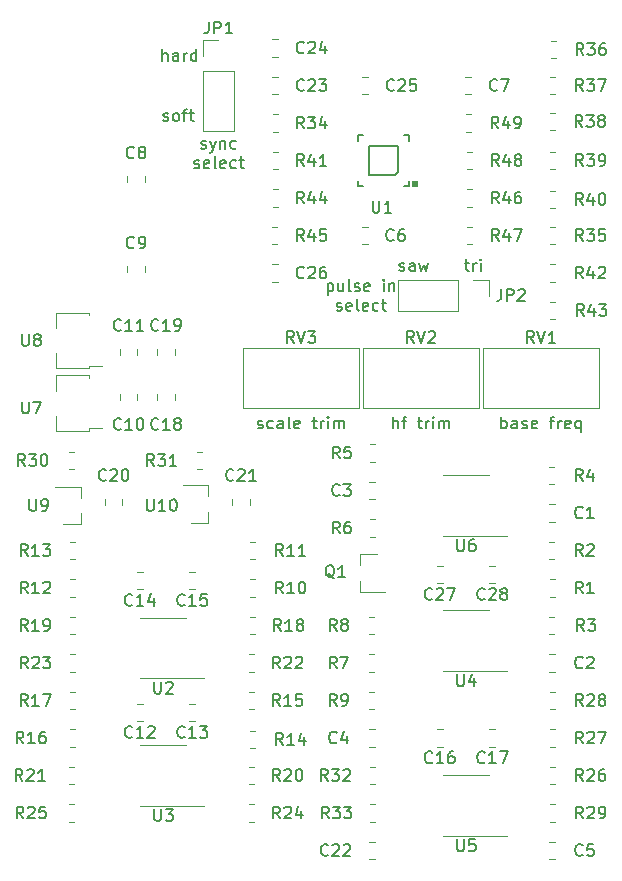
<source format=gto>
G04 #@! TF.GenerationSoftware,KiCad,Pcbnew,5.1.12-84ad8e8a86~92~ubuntu20.04.1*
G04 #@! TF.CreationDate,2021-12-23T14:30:50-05:00*
G04 #@! TF.ProjectId,SSI2130_VCO,53534932-3133-4305-9f56-434f2e6b6963,0*
G04 #@! TF.SameCoordinates,Original*
G04 #@! TF.FileFunction,Legend,Top*
G04 #@! TF.FilePolarity,Positive*
%FSLAX46Y46*%
G04 Gerber Fmt 4.6, Leading zero omitted, Abs format (unit mm)*
G04 Created by KiCad (PCBNEW 5.1.12-84ad8e8a86~92~ubuntu20.04.1) date 2021-12-23 14:30:50*
%MOMM*%
%LPD*%
G01*
G04 APERTURE LIST*
%ADD10C,0.150000*%
%ADD11C,0.100000*%
%ADD12C,0.120000*%
%ADD13R,1.500000X0.200000*%
%ADD14R,0.200000X1.500000*%
%ADD15R,0.900000X0.800000*%
%ADD16R,1.300000X0.900000*%
%ADD17C,1.440000*%
%ADD18O,1.700000X1.700000*%
%ADD19R,1.700000X1.700000*%
%ADD20C,5.600000*%
G04 APERTURE END LIST*
D10*
X52411666Y-48490714D02*
X52411666Y-49490714D01*
X52411666Y-48538333D02*
X52506904Y-48490714D01*
X52697380Y-48490714D01*
X52792619Y-48538333D01*
X52840238Y-48585952D01*
X52887857Y-48681190D01*
X52887857Y-48966904D01*
X52840238Y-49062142D01*
X52792619Y-49109761D01*
X52697380Y-49157380D01*
X52506904Y-49157380D01*
X52411666Y-49109761D01*
X53745000Y-48490714D02*
X53745000Y-49157380D01*
X53316428Y-48490714D02*
X53316428Y-49014523D01*
X53364047Y-49109761D01*
X53459285Y-49157380D01*
X53602142Y-49157380D01*
X53697380Y-49109761D01*
X53745000Y-49062142D01*
X54364047Y-49157380D02*
X54268809Y-49109761D01*
X54221190Y-49014523D01*
X54221190Y-48157380D01*
X54697380Y-49109761D02*
X54792619Y-49157380D01*
X54983095Y-49157380D01*
X55078333Y-49109761D01*
X55125952Y-49014523D01*
X55125952Y-48966904D01*
X55078333Y-48871666D01*
X54983095Y-48824047D01*
X54840238Y-48824047D01*
X54745000Y-48776428D01*
X54697380Y-48681190D01*
X54697380Y-48633571D01*
X54745000Y-48538333D01*
X54840238Y-48490714D01*
X54983095Y-48490714D01*
X55078333Y-48538333D01*
X55935476Y-49109761D02*
X55840238Y-49157380D01*
X55649761Y-49157380D01*
X55554523Y-49109761D01*
X55506904Y-49014523D01*
X55506904Y-48633571D01*
X55554523Y-48538333D01*
X55649761Y-48490714D01*
X55840238Y-48490714D01*
X55935476Y-48538333D01*
X55983095Y-48633571D01*
X55983095Y-48728809D01*
X55506904Y-48824047D01*
X57173571Y-49157380D02*
X57173571Y-48490714D01*
X57173571Y-48157380D02*
X57125952Y-48205000D01*
X57173571Y-48252619D01*
X57221190Y-48205000D01*
X57173571Y-48157380D01*
X57173571Y-48252619D01*
X57649761Y-48490714D02*
X57649761Y-49157380D01*
X57649761Y-48585952D02*
X57697380Y-48538333D01*
X57792619Y-48490714D01*
X57935476Y-48490714D01*
X58030714Y-48538333D01*
X58078333Y-48633571D01*
X58078333Y-49157380D01*
X53197380Y-50759761D02*
X53292619Y-50807380D01*
X53483095Y-50807380D01*
X53578333Y-50759761D01*
X53625952Y-50664523D01*
X53625952Y-50616904D01*
X53578333Y-50521666D01*
X53483095Y-50474047D01*
X53340238Y-50474047D01*
X53245000Y-50426428D01*
X53197380Y-50331190D01*
X53197380Y-50283571D01*
X53245000Y-50188333D01*
X53340238Y-50140714D01*
X53483095Y-50140714D01*
X53578333Y-50188333D01*
X54435476Y-50759761D02*
X54340238Y-50807380D01*
X54149761Y-50807380D01*
X54054523Y-50759761D01*
X54006904Y-50664523D01*
X54006904Y-50283571D01*
X54054523Y-50188333D01*
X54149761Y-50140714D01*
X54340238Y-50140714D01*
X54435476Y-50188333D01*
X54483095Y-50283571D01*
X54483095Y-50378809D01*
X54006904Y-50474047D01*
X55054523Y-50807380D02*
X54959285Y-50759761D01*
X54911666Y-50664523D01*
X54911666Y-49807380D01*
X55816428Y-50759761D02*
X55721190Y-50807380D01*
X55530714Y-50807380D01*
X55435476Y-50759761D01*
X55387857Y-50664523D01*
X55387857Y-50283571D01*
X55435476Y-50188333D01*
X55530714Y-50140714D01*
X55721190Y-50140714D01*
X55816428Y-50188333D01*
X55864047Y-50283571D01*
X55864047Y-50378809D01*
X55387857Y-50474047D01*
X56721190Y-50759761D02*
X56625952Y-50807380D01*
X56435476Y-50807380D01*
X56340238Y-50759761D01*
X56292619Y-50712142D01*
X56245000Y-50616904D01*
X56245000Y-50331190D01*
X56292619Y-50235952D01*
X56340238Y-50188333D01*
X56435476Y-50140714D01*
X56625952Y-50140714D01*
X56721190Y-50188333D01*
X57006904Y-50140714D02*
X57387857Y-50140714D01*
X57149761Y-49807380D02*
X57149761Y-50664523D01*
X57197380Y-50759761D01*
X57292619Y-50807380D01*
X57387857Y-50807380D01*
X64031904Y-46775714D02*
X64412857Y-46775714D01*
X64174761Y-46442380D02*
X64174761Y-47299523D01*
X64222380Y-47394761D01*
X64317619Y-47442380D01*
X64412857Y-47442380D01*
X64746190Y-47442380D02*
X64746190Y-46775714D01*
X64746190Y-46966190D02*
X64793809Y-46870952D01*
X64841428Y-46823333D01*
X64936666Y-46775714D01*
X65031904Y-46775714D01*
X65365238Y-47442380D02*
X65365238Y-46775714D01*
X65365238Y-46442380D02*
X65317619Y-46490000D01*
X65365238Y-46537619D01*
X65412857Y-46490000D01*
X65365238Y-46442380D01*
X65365238Y-46537619D01*
X58499523Y-47394761D02*
X58594761Y-47442380D01*
X58785238Y-47442380D01*
X58880476Y-47394761D01*
X58928095Y-47299523D01*
X58928095Y-47251904D01*
X58880476Y-47156666D01*
X58785238Y-47109047D01*
X58642380Y-47109047D01*
X58547142Y-47061428D01*
X58499523Y-46966190D01*
X58499523Y-46918571D01*
X58547142Y-46823333D01*
X58642380Y-46775714D01*
X58785238Y-46775714D01*
X58880476Y-46823333D01*
X59785238Y-47442380D02*
X59785238Y-46918571D01*
X59737619Y-46823333D01*
X59642380Y-46775714D01*
X59451904Y-46775714D01*
X59356666Y-46823333D01*
X59785238Y-47394761D02*
X59690000Y-47442380D01*
X59451904Y-47442380D01*
X59356666Y-47394761D01*
X59309047Y-47299523D01*
X59309047Y-47204285D01*
X59356666Y-47109047D01*
X59451904Y-47061428D01*
X59690000Y-47061428D01*
X59785238Y-47013809D01*
X60166190Y-46775714D02*
X60356666Y-47442380D01*
X60547142Y-46966190D01*
X60737619Y-47442380D01*
X60928095Y-46775714D01*
X41703809Y-37044761D02*
X41799047Y-37092380D01*
X41989523Y-37092380D01*
X42084761Y-37044761D01*
X42132380Y-36949523D01*
X42132380Y-36901904D01*
X42084761Y-36806666D01*
X41989523Y-36759047D01*
X41846666Y-36759047D01*
X41751428Y-36711428D01*
X41703809Y-36616190D01*
X41703809Y-36568571D01*
X41751428Y-36473333D01*
X41846666Y-36425714D01*
X41989523Y-36425714D01*
X42084761Y-36473333D01*
X42465714Y-36425714D02*
X42703809Y-37092380D01*
X42941904Y-36425714D02*
X42703809Y-37092380D01*
X42608571Y-37330476D01*
X42560952Y-37378095D01*
X42465714Y-37425714D01*
X43322857Y-36425714D02*
X43322857Y-37092380D01*
X43322857Y-36520952D02*
X43370476Y-36473333D01*
X43465714Y-36425714D01*
X43608571Y-36425714D01*
X43703809Y-36473333D01*
X43751428Y-36568571D01*
X43751428Y-37092380D01*
X44656190Y-37044761D02*
X44560952Y-37092380D01*
X44370476Y-37092380D01*
X44275238Y-37044761D01*
X44227619Y-36997142D01*
X44180000Y-36901904D01*
X44180000Y-36616190D01*
X44227619Y-36520952D01*
X44275238Y-36473333D01*
X44370476Y-36425714D01*
X44560952Y-36425714D01*
X44656190Y-36473333D01*
X41132380Y-38694761D02*
X41227619Y-38742380D01*
X41418095Y-38742380D01*
X41513333Y-38694761D01*
X41560952Y-38599523D01*
X41560952Y-38551904D01*
X41513333Y-38456666D01*
X41418095Y-38409047D01*
X41275238Y-38409047D01*
X41180000Y-38361428D01*
X41132380Y-38266190D01*
X41132380Y-38218571D01*
X41180000Y-38123333D01*
X41275238Y-38075714D01*
X41418095Y-38075714D01*
X41513333Y-38123333D01*
X42370476Y-38694761D02*
X42275238Y-38742380D01*
X42084761Y-38742380D01*
X41989523Y-38694761D01*
X41941904Y-38599523D01*
X41941904Y-38218571D01*
X41989523Y-38123333D01*
X42084761Y-38075714D01*
X42275238Y-38075714D01*
X42370476Y-38123333D01*
X42418095Y-38218571D01*
X42418095Y-38313809D01*
X41941904Y-38409047D01*
X42989523Y-38742380D02*
X42894285Y-38694761D01*
X42846666Y-38599523D01*
X42846666Y-37742380D01*
X43751428Y-38694761D02*
X43656190Y-38742380D01*
X43465714Y-38742380D01*
X43370476Y-38694761D01*
X43322857Y-38599523D01*
X43322857Y-38218571D01*
X43370476Y-38123333D01*
X43465714Y-38075714D01*
X43656190Y-38075714D01*
X43751428Y-38123333D01*
X43799047Y-38218571D01*
X43799047Y-38313809D01*
X43322857Y-38409047D01*
X44656190Y-38694761D02*
X44560952Y-38742380D01*
X44370476Y-38742380D01*
X44275238Y-38694761D01*
X44227619Y-38647142D01*
X44180000Y-38551904D01*
X44180000Y-38266190D01*
X44227619Y-38170952D01*
X44275238Y-38123333D01*
X44370476Y-38075714D01*
X44560952Y-38075714D01*
X44656190Y-38123333D01*
X44941904Y-38075714D02*
X45322857Y-38075714D01*
X45084761Y-37742380D02*
X45084761Y-38599523D01*
X45132380Y-38694761D01*
X45227619Y-38742380D01*
X45322857Y-38742380D01*
X38510833Y-34694761D02*
X38606071Y-34742380D01*
X38796547Y-34742380D01*
X38891785Y-34694761D01*
X38939404Y-34599523D01*
X38939404Y-34551904D01*
X38891785Y-34456666D01*
X38796547Y-34409047D01*
X38653690Y-34409047D01*
X38558452Y-34361428D01*
X38510833Y-34266190D01*
X38510833Y-34218571D01*
X38558452Y-34123333D01*
X38653690Y-34075714D01*
X38796547Y-34075714D01*
X38891785Y-34123333D01*
X39510833Y-34742380D02*
X39415595Y-34694761D01*
X39367976Y-34647142D01*
X39320357Y-34551904D01*
X39320357Y-34266190D01*
X39367976Y-34170952D01*
X39415595Y-34123333D01*
X39510833Y-34075714D01*
X39653690Y-34075714D01*
X39748928Y-34123333D01*
X39796547Y-34170952D01*
X39844166Y-34266190D01*
X39844166Y-34551904D01*
X39796547Y-34647142D01*
X39748928Y-34694761D01*
X39653690Y-34742380D01*
X39510833Y-34742380D01*
X40129880Y-34075714D02*
X40510833Y-34075714D01*
X40272738Y-34742380D02*
X40272738Y-33885238D01*
X40320357Y-33790000D01*
X40415595Y-33742380D01*
X40510833Y-33742380D01*
X40701309Y-34075714D02*
X41082261Y-34075714D01*
X40844166Y-33742380D02*
X40844166Y-34599523D01*
X40891785Y-34694761D01*
X40987023Y-34742380D01*
X41082261Y-34742380D01*
X38435595Y-29662380D02*
X38435595Y-28662380D01*
X38864166Y-29662380D02*
X38864166Y-29138571D01*
X38816547Y-29043333D01*
X38721309Y-28995714D01*
X38578452Y-28995714D01*
X38483214Y-29043333D01*
X38435595Y-29090952D01*
X39768928Y-29662380D02*
X39768928Y-29138571D01*
X39721309Y-29043333D01*
X39626071Y-28995714D01*
X39435595Y-28995714D01*
X39340357Y-29043333D01*
X39768928Y-29614761D02*
X39673690Y-29662380D01*
X39435595Y-29662380D01*
X39340357Y-29614761D01*
X39292738Y-29519523D01*
X39292738Y-29424285D01*
X39340357Y-29329047D01*
X39435595Y-29281428D01*
X39673690Y-29281428D01*
X39768928Y-29233809D01*
X40245119Y-29662380D02*
X40245119Y-28995714D01*
X40245119Y-29186190D02*
X40292738Y-29090952D01*
X40340357Y-29043333D01*
X40435595Y-28995714D01*
X40530833Y-28995714D01*
X41292738Y-29662380D02*
X41292738Y-28662380D01*
X41292738Y-29614761D02*
X41197500Y-29662380D01*
X41007023Y-29662380D01*
X40911785Y-29614761D01*
X40864166Y-29567142D01*
X40816547Y-29471904D01*
X40816547Y-29186190D01*
X40864166Y-29090952D01*
X40911785Y-29043333D01*
X41007023Y-28995714D01*
X41197500Y-28995714D01*
X41292738Y-29043333D01*
X67127857Y-60777380D02*
X67127857Y-59777380D01*
X67127857Y-60158333D02*
X67223095Y-60110714D01*
X67413571Y-60110714D01*
X67508809Y-60158333D01*
X67556428Y-60205952D01*
X67604047Y-60301190D01*
X67604047Y-60586904D01*
X67556428Y-60682142D01*
X67508809Y-60729761D01*
X67413571Y-60777380D01*
X67223095Y-60777380D01*
X67127857Y-60729761D01*
X68461190Y-60777380D02*
X68461190Y-60253571D01*
X68413571Y-60158333D01*
X68318333Y-60110714D01*
X68127857Y-60110714D01*
X68032619Y-60158333D01*
X68461190Y-60729761D02*
X68365952Y-60777380D01*
X68127857Y-60777380D01*
X68032619Y-60729761D01*
X67985000Y-60634523D01*
X67985000Y-60539285D01*
X68032619Y-60444047D01*
X68127857Y-60396428D01*
X68365952Y-60396428D01*
X68461190Y-60348809D01*
X68889761Y-60729761D02*
X68985000Y-60777380D01*
X69175476Y-60777380D01*
X69270714Y-60729761D01*
X69318333Y-60634523D01*
X69318333Y-60586904D01*
X69270714Y-60491666D01*
X69175476Y-60444047D01*
X69032619Y-60444047D01*
X68937380Y-60396428D01*
X68889761Y-60301190D01*
X68889761Y-60253571D01*
X68937380Y-60158333D01*
X69032619Y-60110714D01*
X69175476Y-60110714D01*
X69270714Y-60158333D01*
X70127857Y-60729761D02*
X70032619Y-60777380D01*
X69842142Y-60777380D01*
X69746904Y-60729761D01*
X69699285Y-60634523D01*
X69699285Y-60253571D01*
X69746904Y-60158333D01*
X69842142Y-60110714D01*
X70032619Y-60110714D01*
X70127857Y-60158333D01*
X70175476Y-60253571D01*
X70175476Y-60348809D01*
X69699285Y-60444047D01*
X71223095Y-60110714D02*
X71604047Y-60110714D01*
X71365952Y-60777380D02*
X71365952Y-59920238D01*
X71413571Y-59825000D01*
X71508809Y-59777380D01*
X71604047Y-59777380D01*
X71937380Y-60777380D02*
X71937380Y-60110714D01*
X71937380Y-60301190D02*
X71985000Y-60205952D01*
X72032619Y-60158333D01*
X72127857Y-60110714D01*
X72223095Y-60110714D01*
X72937380Y-60729761D02*
X72842142Y-60777380D01*
X72651666Y-60777380D01*
X72556428Y-60729761D01*
X72508809Y-60634523D01*
X72508809Y-60253571D01*
X72556428Y-60158333D01*
X72651666Y-60110714D01*
X72842142Y-60110714D01*
X72937380Y-60158333D01*
X72985000Y-60253571D01*
X72985000Y-60348809D01*
X72508809Y-60444047D01*
X73842142Y-60110714D02*
X73842142Y-61110714D01*
X73842142Y-60729761D02*
X73746904Y-60777380D01*
X73556428Y-60777380D01*
X73461190Y-60729761D01*
X73413571Y-60682142D01*
X73365952Y-60586904D01*
X73365952Y-60301190D01*
X73413571Y-60205952D01*
X73461190Y-60158333D01*
X73556428Y-60110714D01*
X73746904Y-60110714D01*
X73842142Y-60158333D01*
X57944047Y-60777380D02*
X57944047Y-59777380D01*
X58372619Y-60777380D02*
X58372619Y-60253571D01*
X58325000Y-60158333D01*
X58229761Y-60110714D01*
X58086904Y-60110714D01*
X57991666Y-60158333D01*
X57944047Y-60205952D01*
X58705952Y-60110714D02*
X59086904Y-60110714D01*
X58848809Y-60777380D02*
X58848809Y-59920238D01*
X58896428Y-59825000D01*
X58991666Y-59777380D01*
X59086904Y-59777380D01*
X60039285Y-60110714D02*
X60420238Y-60110714D01*
X60182142Y-59777380D02*
X60182142Y-60634523D01*
X60229761Y-60729761D01*
X60325000Y-60777380D01*
X60420238Y-60777380D01*
X60753571Y-60777380D02*
X60753571Y-60110714D01*
X60753571Y-60301190D02*
X60801190Y-60205952D01*
X60848809Y-60158333D01*
X60944047Y-60110714D01*
X61039285Y-60110714D01*
X61372619Y-60777380D02*
X61372619Y-60110714D01*
X61372619Y-59777380D02*
X61325000Y-59825000D01*
X61372619Y-59872619D01*
X61420238Y-59825000D01*
X61372619Y-59777380D01*
X61372619Y-59872619D01*
X61848809Y-60777380D02*
X61848809Y-60110714D01*
X61848809Y-60205952D02*
X61896428Y-60158333D01*
X61991666Y-60110714D01*
X62134523Y-60110714D01*
X62229761Y-60158333D01*
X62277380Y-60253571D01*
X62277380Y-60777380D01*
X62277380Y-60253571D02*
X62325000Y-60158333D01*
X62420238Y-60110714D01*
X62563095Y-60110714D01*
X62658333Y-60158333D01*
X62705952Y-60253571D01*
X62705952Y-60777380D01*
X46498333Y-60729761D02*
X46593571Y-60777380D01*
X46784047Y-60777380D01*
X46879285Y-60729761D01*
X46926904Y-60634523D01*
X46926904Y-60586904D01*
X46879285Y-60491666D01*
X46784047Y-60444047D01*
X46641190Y-60444047D01*
X46545952Y-60396428D01*
X46498333Y-60301190D01*
X46498333Y-60253571D01*
X46545952Y-60158333D01*
X46641190Y-60110714D01*
X46784047Y-60110714D01*
X46879285Y-60158333D01*
X47784047Y-60729761D02*
X47688809Y-60777380D01*
X47498333Y-60777380D01*
X47403095Y-60729761D01*
X47355476Y-60682142D01*
X47307857Y-60586904D01*
X47307857Y-60301190D01*
X47355476Y-60205952D01*
X47403095Y-60158333D01*
X47498333Y-60110714D01*
X47688809Y-60110714D01*
X47784047Y-60158333D01*
X48641190Y-60777380D02*
X48641190Y-60253571D01*
X48593571Y-60158333D01*
X48498333Y-60110714D01*
X48307857Y-60110714D01*
X48212619Y-60158333D01*
X48641190Y-60729761D02*
X48545952Y-60777380D01*
X48307857Y-60777380D01*
X48212619Y-60729761D01*
X48165000Y-60634523D01*
X48165000Y-60539285D01*
X48212619Y-60444047D01*
X48307857Y-60396428D01*
X48545952Y-60396428D01*
X48641190Y-60348809D01*
X49260238Y-60777380D02*
X49165000Y-60729761D01*
X49117380Y-60634523D01*
X49117380Y-59777380D01*
X50022142Y-60729761D02*
X49926904Y-60777380D01*
X49736428Y-60777380D01*
X49641190Y-60729761D01*
X49593571Y-60634523D01*
X49593571Y-60253571D01*
X49641190Y-60158333D01*
X49736428Y-60110714D01*
X49926904Y-60110714D01*
X50022142Y-60158333D01*
X50069761Y-60253571D01*
X50069761Y-60348809D01*
X49593571Y-60444047D01*
X51117380Y-60110714D02*
X51498333Y-60110714D01*
X51260238Y-59777380D02*
X51260238Y-60634523D01*
X51307857Y-60729761D01*
X51403095Y-60777380D01*
X51498333Y-60777380D01*
X51831666Y-60777380D02*
X51831666Y-60110714D01*
X51831666Y-60301190D02*
X51879285Y-60205952D01*
X51926904Y-60158333D01*
X52022142Y-60110714D01*
X52117380Y-60110714D01*
X52450714Y-60777380D02*
X52450714Y-60110714D01*
X52450714Y-59777380D02*
X52403095Y-59825000D01*
X52450714Y-59872619D01*
X52498333Y-59825000D01*
X52450714Y-59777380D01*
X52450714Y-59872619D01*
X52926904Y-60777380D02*
X52926904Y-60110714D01*
X52926904Y-60205952D02*
X52974523Y-60158333D01*
X53069761Y-60110714D01*
X53212619Y-60110714D01*
X53307857Y-60158333D01*
X53355476Y-60253571D01*
X53355476Y-60777380D01*
X53355476Y-60253571D02*
X53403095Y-60158333D01*
X53498333Y-60110714D01*
X53641190Y-60110714D01*
X53736428Y-60158333D01*
X53784047Y-60253571D01*
X53784047Y-60777380D01*
X58400000Y-36850000D02*
X58400000Y-39100000D01*
X55900000Y-36850000D02*
X58400000Y-36850000D01*
X55900000Y-39350000D02*
X55900000Y-36850000D01*
X58150000Y-39350000D02*
X55900000Y-39350000D01*
X58400000Y-39100000D02*
X58150000Y-39350000D01*
X55450000Y-40250000D02*
X55000000Y-40250000D01*
X55000000Y-40250000D02*
X55000000Y-39800000D01*
X59300000Y-40250000D02*
X58850000Y-40250000D01*
X59300000Y-39800000D02*
X59300000Y-40250000D01*
X59300000Y-35950000D02*
X59300000Y-36400000D01*
X58850000Y-35950000D02*
X59300000Y-35950000D01*
X55000000Y-35950000D02*
X55450000Y-35950000D01*
X55000000Y-36400000D02*
X55000000Y-35950000D01*
D11*
G36*
X59600000Y-39850000D02*
G01*
X60000000Y-39850000D01*
X60000000Y-40250000D01*
X59600000Y-40250000D01*
X59600000Y-39850000D01*
G37*
X59600000Y-39850000D02*
X60000000Y-39850000D01*
X60000000Y-40250000D01*
X59600000Y-40250000D01*
X59600000Y-39850000D01*
D12*
X42305000Y-68763000D02*
X40845000Y-68763000D01*
X42305000Y-65603000D02*
X40145000Y-65603000D01*
X42305000Y-65603000D02*
X42305000Y-66533000D01*
X42305000Y-68763000D02*
X42305000Y-67833000D01*
X31510000Y-68890000D02*
X30050000Y-68890000D01*
X31510000Y-65730000D02*
X29350000Y-65730000D01*
X31510000Y-65730000D02*
X31510000Y-66660000D01*
X31510000Y-68890000D02*
X31510000Y-67960000D01*
X32175000Y-50980000D02*
X32175000Y-51210000D01*
X32175000Y-55700000D02*
X32175000Y-55470000D01*
X32175000Y-55700000D02*
X29455000Y-55700000D01*
X29455000Y-55700000D02*
X29455000Y-54390000D01*
X33315000Y-55470000D02*
X32175000Y-55470000D01*
X29455000Y-50980000D02*
X32175000Y-50980000D01*
X29455000Y-52290000D02*
X29455000Y-50980000D01*
X32175000Y-56290000D02*
X32175000Y-56520000D01*
X32175000Y-61010000D02*
X32175000Y-60780000D01*
X32175000Y-61010000D02*
X29455000Y-61010000D01*
X29455000Y-61010000D02*
X29455000Y-59700000D01*
X33315000Y-60780000D02*
X32175000Y-60780000D01*
X29455000Y-56290000D02*
X32175000Y-56290000D01*
X29455000Y-57600000D02*
X29455000Y-56290000D01*
X64135000Y-69870000D02*
X67585000Y-69870000D01*
X64135000Y-69870000D02*
X62185000Y-69870000D01*
X64135000Y-64750000D02*
X66085000Y-64750000D01*
X64135000Y-64750000D02*
X62185000Y-64750000D01*
X64135000Y-95270000D02*
X67585000Y-95270000D01*
X64135000Y-95270000D02*
X62185000Y-95270000D01*
X64135000Y-90150000D02*
X66085000Y-90150000D01*
X64135000Y-90150000D02*
X62185000Y-90150000D01*
X64135000Y-81300000D02*
X67585000Y-81300000D01*
X64135000Y-81300000D02*
X62185000Y-81300000D01*
X64135000Y-76180000D02*
X66085000Y-76180000D01*
X64135000Y-76180000D02*
X62185000Y-76180000D01*
X38507000Y-92715000D02*
X41957000Y-92715000D01*
X38507000Y-92715000D02*
X36557000Y-92715000D01*
X38507000Y-87595000D02*
X40457000Y-87595000D01*
X38507000Y-87595000D02*
X36557000Y-87595000D01*
X38507000Y-81935000D02*
X41957000Y-81935000D01*
X38507000Y-81935000D02*
X36557000Y-81935000D01*
X38507000Y-76815000D02*
X40457000Y-76815000D01*
X38507000Y-76815000D02*
X36557000Y-76815000D01*
X55050000Y-53985000D02*
X55050000Y-59055000D01*
X45280000Y-53985000D02*
X45280000Y-59055000D01*
X45280000Y-59055000D02*
X55050000Y-59055000D01*
X45280000Y-53985000D02*
X55050000Y-53985000D01*
X65210000Y-53985000D02*
X65210000Y-59055000D01*
X55440000Y-53985000D02*
X55440000Y-59055000D01*
X55440000Y-59055000D02*
X65210000Y-59055000D01*
X55440000Y-53985000D02*
X65210000Y-53985000D01*
X75370000Y-53985000D02*
X75370000Y-59055000D01*
X65600000Y-53985000D02*
X65600000Y-59055000D01*
X65600000Y-59055000D02*
X75370000Y-59055000D01*
X65600000Y-53985000D02*
X75370000Y-53985000D01*
X64592564Y-34190000D02*
X64138436Y-34190000D01*
X64592564Y-35660000D02*
X64138436Y-35660000D01*
X64185436Y-38835000D02*
X64639564Y-38835000D01*
X64185436Y-37365000D02*
X64639564Y-37365000D01*
X64185436Y-45185000D02*
X64639564Y-45185000D01*
X64185436Y-43715000D02*
X64639564Y-43715000D01*
X64639564Y-40540000D02*
X64185436Y-40540000D01*
X64639564Y-42010000D02*
X64185436Y-42010000D01*
X48129564Y-43715000D02*
X47675436Y-43715000D01*
X48129564Y-45185000D02*
X47675436Y-45185000D01*
X47755436Y-42010000D02*
X48209564Y-42010000D01*
X47755436Y-40540000D02*
X48209564Y-40540000D01*
X71704564Y-50065000D02*
X71250436Y-50065000D01*
X71704564Y-51535000D02*
X71250436Y-51535000D01*
X71250436Y-48360000D02*
X71704564Y-48360000D01*
X71250436Y-46890000D02*
X71704564Y-46890000D01*
X48209564Y-37365000D02*
X47755436Y-37365000D01*
X48209564Y-38835000D02*
X47755436Y-38835000D01*
X71250436Y-42137000D02*
X71704564Y-42137000D01*
X71250436Y-40667000D02*
X71704564Y-40667000D01*
X71250436Y-38835000D02*
X71704564Y-38835000D01*
X71250436Y-37365000D02*
X71704564Y-37365000D01*
X71250436Y-35533000D02*
X71704564Y-35533000D01*
X71250436Y-34063000D02*
X71704564Y-34063000D01*
X71250436Y-32485000D02*
X71704564Y-32485000D01*
X71250436Y-31015000D02*
X71704564Y-31015000D01*
X71297436Y-29437000D02*
X71751564Y-29437000D01*
X71297436Y-27967000D02*
X71751564Y-27967000D01*
X71250436Y-45185000D02*
X71704564Y-45185000D01*
X71250436Y-43715000D02*
X71704564Y-43715000D01*
X48209564Y-34190000D02*
X47755436Y-34190000D01*
X48209564Y-35660000D02*
X47755436Y-35660000D01*
X56010436Y-94080000D02*
X56464564Y-94080000D01*
X56010436Y-92610000D02*
X56464564Y-92610000D01*
X56464564Y-89435000D02*
X56010436Y-89435000D01*
X56464564Y-90905000D02*
X56010436Y-90905000D01*
X41779564Y-62765000D02*
X41325436Y-62765000D01*
X41779564Y-64235000D02*
X41325436Y-64235000D01*
X30984564Y-62765000D02*
X30530436Y-62765000D01*
X30984564Y-64235000D02*
X30530436Y-64235000D01*
X71704564Y-92610000D02*
X71250436Y-92610000D01*
X71704564Y-94080000D02*
X71250436Y-94080000D01*
X71250436Y-84555000D02*
X71704564Y-84555000D01*
X71250436Y-83085000D02*
X71704564Y-83085000D01*
X71250436Y-87730000D02*
X71704564Y-87730000D01*
X71250436Y-86260000D02*
X71704564Y-86260000D01*
X71250436Y-90905000D02*
X71704564Y-90905000D01*
X71250436Y-89435000D02*
X71704564Y-89435000D01*
X30530436Y-94080000D02*
X30984564Y-94080000D01*
X30530436Y-92610000D02*
X30984564Y-92610000D01*
X46224564Y-92610000D02*
X45770436Y-92610000D01*
X46224564Y-94080000D02*
X45770436Y-94080000D01*
X30610436Y-81380000D02*
X31064564Y-81380000D01*
X30610436Y-79910000D02*
X31064564Y-79910000D01*
X46224564Y-79910000D02*
X45770436Y-79910000D01*
X46224564Y-81380000D02*
X45770436Y-81380000D01*
X30530436Y-90905000D02*
X30984564Y-90905000D01*
X30530436Y-89435000D02*
X30984564Y-89435000D01*
X46224564Y-89435000D02*
X45770436Y-89435000D01*
X46224564Y-90905000D02*
X45770436Y-90905000D01*
X30610436Y-78205000D02*
X31064564Y-78205000D01*
X30610436Y-76735000D02*
X31064564Y-76735000D01*
X46304564Y-76735000D02*
X45850436Y-76735000D01*
X46304564Y-78205000D02*
X45850436Y-78205000D01*
X31064564Y-83085000D02*
X30610436Y-83085000D01*
X31064564Y-84555000D02*
X30610436Y-84555000D01*
X31064564Y-86260000D02*
X30610436Y-86260000D01*
X31064564Y-87730000D02*
X30610436Y-87730000D01*
X45770436Y-84555000D02*
X46224564Y-84555000D01*
X45770436Y-83085000D02*
X46224564Y-83085000D01*
X45850436Y-87857000D02*
X46304564Y-87857000D01*
X45850436Y-86387000D02*
X46304564Y-86387000D01*
X31064564Y-70385000D02*
X30610436Y-70385000D01*
X31064564Y-71855000D02*
X30610436Y-71855000D01*
X31064564Y-73560000D02*
X30610436Y-73560000D01*
X31064564Y-75030000D02*
X30610436Y-75030000D01*
X45850436Y-71855000D02*
X46304564Y-71855000D01*
X45850436Y-70385000D02*
X46304564Y-70385000D01*
X45850436Y-75030000D02*
X46304564Y-75030000D01*
X45850436Y-73560000D02*
X46304564Y-73560000D01*
X55930436Y-84555000D02*
X56384564Y-84555000D01*
X55930436Y-83085000D02*
X56384564Y-83085000D01*
X56384564Y-76735000D02*
X55930436Y-76735000D01*
X56384564Y-78205000D02*
X55930436Y-78205000D01*
X56384564Y-79910000D02*
X55930436Y-79910000D01*
X56384564Y-81380000D02*
X55930436Y-81380000D01*
X56464564Y-68480000D02*
X56010436Y-68480000D01*
X56464564Y-69950000D02*
X56010436Y-69950000D01*
X56010436Y-63600000D02*
X56464564Y-63600000D01*
X56010436Y-62130000D02*
X56464564Y-62130000D01*
X71624564Y-64035000D02*
X71170436Y-64035000D01*
X71624564Y-65505000D02*
X71170436Y-65505000D01*
X71624564Y-76735000D02*
X71170436Y-76735000D01*
X71624564Y-78205000D02*
X71170436Y-78205000D01*
X71170436Y-71855000D02*
X71624564Y-71855000D01*
X71170436Y-70385000D02*
X71624564Y-70385000D01*
X71250436Y-75030000D02*
X71704564Y-75030000D01*
X71250436Y-73560000D02*
X71704564Y-73560000D01*
X55120000Y-71445000D02*
X56580000Y-71445000D01*
X55120000Y-74605000D02*
X57280000Y-74605000D01*
X55120000Y-74605000D02*
X55120000Y-73675000D01*
X55120000Y-71445000D02*
X55120000Y-72375000D01*
X66100000Y-48200000D02*
X66100000Y-49530000D01*
X64770000Y-48200000D02*
X66100000Y-48200000D01*
X63500000Y-48200000D02*
X63500000Y-50860000D01*
X63500000Y-50860000D02*
X58360000Y-50860000D01*
X63500000Y-48200000D02*
X58360000Y-48200000D01*
X58360000Y-48200000D02*
X58360000Y-50860000D01*
X41850000Y-27880000D02*
X43180000Y-27880000D01*
X41850000Y-29210000D02*
X41850000Y-27880000D01*
X41850000Y-30480000D02*
X44510000Y-30480000D01*
X44510000Y-30480000D02*
X44510000Y-35620000D01*
X41850000Y-30480000D02*
X41850000Y-35620000D01*
X41850000Y-35620000D02*
X44510000Y-35620000D01*
X66621252Y-72417000D02*
X66098748Y-72417000D01*
X66621252Y-73887000D02*
X66098748Y-73887000D01*
X62171252Y-72417000D02*
X61648748Y-72417000D01*
X62171252Y-73887000D02*
X61648748Y-73887000D01*
X47683748Y-48360000D02*
X48206252Y-48360000D01*
X47683748Y-46890000D02*
X48206252Y-46890000D01*
X55821252Y-31015000D02*
X55298748Y-31015000D01*
X55821252Y-32485000D02*
X55298748Y-32485000D01*
X48201252Y-27840000D02*
X47678748Y-27840000D01*
X48201252Y-29310000D02*
X47678748Y-29310000D01*
X48201252Y-31015000D02*
X47678748Y-31015000D01*
X48201252Y-32485000D02*
X47678748Y-32485000D01*
X55933748Y-97255000D02*
X56456252Y-97255000D01*
X55933748Y-95785000D02*
X56456252Y-95785000D01*
X44350000Y-66733748D02*
X44350000Y-67256252D01*
X45820000Y-66733748D02*
X45820000Y-67256252D01*
X33555000Y-66733748D02*
X33555000Y-67256252D01*
X35025000Y-66733748D02*
X35025000Y-67256252D01*
X39470000Y-54551252D02*
X39470000Y-54028748D01*
X38000000Y-54551252D02*
X38000000Y-54028748D01*
X39470000Y-58361252D02*
X39470000Y-57838748D01*
X38000000Y-58361252D02*
X38000000Y-57838748D01*
X66616252Y-86260000D02*
X66093748Y-86260000D01*
X66616252Y-87730000D02*
X66093748Y-87730000D01*
X62171252Y-86260000D02*
X61648748Y-86260000D01*
X62171252Y-87730000D02*
X61648748Y-87730000D01*
X41216252Y-72925000D02*
X40693748Y-72925000D01*
X41216252Y-74395000D02*
X40693748Y-74395000D01*
X36776252Y-72925000D02*
X36253748Y-72925000D01*
X36776252Y-74395000D02*
X36253748Y-74395000D01*
X41216252Y-84101000D02*
X40693748Y-84101000D01*
X41216252Y-85571000D02*
X40693748Y-85571000D01*
X36776252Y-84101000D02*
X36253748Y-84101000D01*
X36776252Y-85571000D02*
X36253748Y-85571000D01*
X36295000Y-54551252D02*
X36295000Y-54028748D01*
X34825000Y-54551252D02*
X34825000Y-54028748D01*
X34825000Y-57843748D02*
X34825000Y-58366252D01*
X36295000Y-57843748D02*
X36295000Y-58366252D01*
X35460000Y-47048748D02*
X35460000Y-47571252D01*
X36930000Y-47048748D02*
X36930000Y-47571252D01*
X35460000Y-39428748D02*
X35460000Y-39951252D01*
X36930000Y-39428748D02*
X36930000Y-39951252D01*
X64589252Y-31015000D02*
X64066748Y-31015000D01*
X64589252Y-32485000D02*
X64066748Y-32485000D01*
X55303748Y-45185000D02*
X55826252Y-45185000D01*
X55303748Y-43715000D02*
X55826252Y-43715000D01*
X71701252Y-95785000D02*
X71178748Y-95785000D01*
X71701252Y-97255000D02*
X71178748Y-97255000D01*
X55938748Y-87730000D02*
X56461252Y-87730000D01*
X55938748Y-86260000D02*
X56461252Y-86260000D01*
X56461252Y-65305000D02*
X55938748Y-65305000D01*
X56461252Y-66775000D02*
X55938748Y-66775000D01*
X71696252Y-79910000D02*
X71173748Y-79910000D01*
X71696252Y-81380000D02*
X71173748Y-81380000D01*
X71178748Y-68680000D02*
X71701252Y-68680000D01*
X71178748Y-67210000D02*
X71701252Y-67210000D01*
D10*
X56238095Y-41502380D02*
X56238095Y-42311904D01*
X56285714Y-42407142D01*
X56333333Y-42454761D01*
X56428571Y-42502380D01*
X56619047Y-42502380D01*
X56714285Y-42454761D01*
X56761904Y-42407142D01*
X56809523Y-42311904D01*
X56809523Y-41502380D01*
X57809523Y-42502380D02*
X57238095Y-42502380D01*
X57523809Y-42502380D02*
X57523809Y-41502380D01*
X57428571Y-41645238D01*
X57333333Y-41740476D01*
X57238095Y-41788095D01*
X37115904Y-66762380D02*
X37115904Y-67571904D01*
X37163523Y-67667142D01*
X37211142Y-67714761D01*
X37306380Y-67762380D01*
X37496857Y-67762380D01*
X37592095Y-67714761D01*
X37639714Y-67667142D01*
X37687333Y-67571904D01*
X37687333Y-66762380D01*
X38687333Y-67762380D02*
X38115904Y-67762380D01*
X38401619Y-67762380D02*
X38401619Y-66762380D01*
X38306380Y-66905238D01*
X38211142Y-67000476D01*
X38115904Y-67048095D01*
X39306380Y-66762380D02*
X39401619Y-66762380D01*
X39496857Y-66810000D01*
X39544476Y-66857619D01*
X39592095Y-66952857D01*
X39639714Y-67143333D01*
X39639714Y-67381428D01*
X39592095Y-67571904D01*
X39544476Y-67667142D01*
X39496857Y-67714761D01*
X39401619Y-67762380D01*
X39306380Y-67762380D01*
X39211142Y-67714761D01*
X39163523Y-67667142D01*
X39115904Y-67571904D01*
X39068285Y-67381428D01*
X39068285Y-67143333D01*
X39115904Y-66952857D01*
X39163523Y-66857619D01*
X39211142Y-66810000D01*
X39306380Y-66762380D01*
X27178095Y-66762380D02*
X27178095Y-67571904D01*
X27225714Y-67667142D01*
X27273333Y-67714761D01*
X27368571Y-67762380D01*
X27559047Y-67762380D01*
X27654285Y-67714761D01*
X27701904Y-67667142D01*
X27749523Y-67571904D01*
X27749523Y-66762380D01*
X28273333Y-67762380D02*
X28463809Y-67762380D01*
X28559047Y-67714761D01*
X28606666Y-67667142D01*
X28701904Y-67524285D01*
X28749523Y-67333809D01*
X28749523Y-66952857D01*
X28701904Y-66857619D01*
X28654285Y-66810000D01*
X28559047Y-66762380D01*
X28368571Y-66762380D01*
X28273333Y-66810000D01*
X28225714Y-66857619D01*
X28178095Y-66952857D01*
X28178095Y-67190952D01*
X28225714Y-67286190D01*
X28273333Y-67333809D01*
X28368571Y-67381428D01*
X28559047Y-67381428D01*
X28654285Y-67333809D01*
X28701904Y-67286190D01*
X28749523Y-67190952D01*
X26543095Y-52792380D02*
X26543095Y-53601904D01*
X26590714Y-53697142D01*
X26638333Y-53744761D01*
X26733571Y-53792380D01*
X26924047Y-53792380D01*
X27019285Y-53744761D01*
X27066904Y-53697142D01*
X27114523Y-53601904D01*
X27114523Y-52792380D01*
X27733571Y-53220952D02*
X27638333Y-53173333D01*
X27590714Y-53125714D01*
X27543095Y-53030476D01*
X27543095Y-52982857D01*
X27590714Y-52887619D01*
X27638333Y-52840000D01*
X27733571Y-52792380D01*
X27924047Y-52792380D01*
X28019285Y-52840000D01*
X28066904Y-52887619D01*
X28114523Y-52982857D01*
X28114523Y-53030476D01*
X28066904Y-53125714D01*
X28019285Y-53173333D01*
X27924047Y-53220952D01*
X27733571Y-53220952D01*
X27638333Y-53268571D01*
X27590714Y-53316190D01*
X27543095Y-53411428D01*
X27543095Y-53601904D01*
X27590714Y-53697142D01*
X27638333Y-53744761D01*
X27733571Y-53792380D01*
X27924047Y-53792380D01*
X28019285Y-53744761D01*
X28066904Y-53697142D01*
X28114523Y-53601904D01*
X28114523Y-53411428D01*
X28066904Y-53316190D01*
X28019285Y-53268571D01*
X27924047Y-53220952D01*
X26543095Y-58507380D02*
X26543095Y-59316904D01*
X26590714Y-59412142D01*
X26638333Y-59459761D01*
X26733571Y-59507380D01*
X26924047Y-59507380D01*
X27019285Y-59459761D01*
X27066904Y-59412142D01*
X27114523Y-59316904D01*
X27114523Y-58507380D01*
X27495476Y-58507380D02*
X28162142Y-58507380D01*
X27733571Y-59507380D01*
X63373095Y-70162380D02*
X63373095Y-70971904D01*
X63420714Y-71067142D01*
X63468333Y-71114761D01*
X63563571Y-71162380D01*
X63754047Y-71162380D01*
X63849285Y-71114761D01*
X63896904Y-71067142D01*
X63944523Y-70971904D01*
X63944523Y-70162380D01*
X64849285Y-70162380D02*
X64658809Y-70162380D01*
X64563571Y-70210000D01*
X64515952Y-70257619D01*
X64420714Y-70400476D01*
X64373095Y-70590952D01*
X64373095Y-70971904D01*
X64420714Y-71067142D01*
X64468333Y-71114761D01*
X64563571Y-71162380D01*
X64754047Y-71162380D01*
X64849285Y-71114761D01*
X64896904Y-71067142D01*
X64944523Y-70971904D01*
X64944523Y-70733809D01*
X64896904Y-70638571D01*
X64849285Y-70590952D01*
X64754047Y-70543333D01*
X64563571Y-70543333D01*
X64468333Y-70590952D01*
X64420714Y-70638571D01*
X64373095Y-70733809D01*
X63373095Y-95562380D02*
X63373095Y-96371904D01*
X63420714Y-96467142D01*
X63468333Y-96514761D01*
X63563571Y-96562380D01*
X63754047Y-96562380D01*
X63849285Y-96514761D01*
X63896904Y-96467142D01*
X63944523Y-96371904D01*
X63944523Y-95562380D01*
X64896904Y-95562380D02*
X64420714Y-95562380D01*
X64373095Y-96038571D01*
X64420714Y-95990952D01*
X64515952Y-95943333D01*
X64754047Y-95943333D01*
X64849285Y-95990952D01*
X64896904Y-96038571D01*
X64944523Y-96133809D01*
X64944523Y-96371904D01*
X64896904Y-96467142D01*
X64849285Y-96514761D01*
X64754047Y-96562380D01*
X64515952Y-96562380D01*
X64420714Y-96514761D01*
X64373095Y-96467142D01*
X63373095Y-81592380D02*
X63373095Y-82401904D01*
X63420714Y-82497142D01*
X63468333Y-82544761D01*
X63563571Y-82592380D01*
X63754047Y-82592380D01*
X63849285Y-82544761D01*
X63896904Y-82497142D01*
X63944523Y-82401904D01*
X63944523Y-81592380D01*
X64849285Y-81925714D02*
X64849285Y-82592380D01*
X64611190Y-81544761D02*
X64373095Y-82259047D01*
X64992142Y-82259047D01*
X37745095Y-93007380D02*
X37745095Y-93816904D01*
X37792714Y-93912142D01*
X37840333Y-93959761D01*
X37935571Y-94007380D01*
X38126047Y-94007380D01*
X38221285Y-93959761D01*
X38268904Y-93912142D01*
X38316523Y-93816904D01*
X38316523Y-93007380D01*
X38697476Y-93007380D02*
X39316523Y-93007380D01*
X38983190Y-93388333D01*
X39126047Y-93388333D01*
X39221285Y-93435952D01*
X39268904Y-93483571D01*
X39316523Y-93578809D01*
X39316523Y-93816904D01*
X39268904Y-93912142D01*
X39221285Y-93959761D01*
X39126047Y-94007380D01*
X38840333Y-94007380D01*
X38745095Y-93959761D01*
X38697476Y-93912142D01*
X37745095Y-82227380D02*
X37745095Y-83036904D01*
X37792714Y-83132142D01*
X37840333Y-83179761D01*
X37935571Y-83227380D01*
X38126047Y-83227380D01*
X38221285Y-83179761D01*
X38268904Y-83132142D01*
X38316523Y-83036904D01*
X38316523Y-82227380D01*
X38745095Y-82322619D02*
X38792714Y-82275000D01*
X38887952Y-82227380D01*
X39126047Y-82227380D01*
X39221285Y-82275000D01*
X39268904Y-82322619D01*
X39316523Y-82417857D01*
X39316523Y-82513095D01*
X39268904Y-82655952D01*
X38697476Y-83227380D01*
X39316523Y-83227380D01*
X49569761Y-53538380D02*
X49236428Y-53062190D01*
X48998333Y-53538380D02*
X48998333Y-52538380D01*
X49379285Y-52538380D01*
X49474523Y-52586000D01*
X49522142Y-52633619D01*
X49569761Y-52728857D01*
X49569761Y-52871714D01*
X49522142Y-52966952D01*
X49474523Y-53014571D01*
X49379285Y-53062190D01*
X48998333Y-53062190D01*
X49855476Y-52538380D02*
X50188809Y-53538380D01*
X50522142Y-52538380D01*
X50760238Y-52538380D02*
X51379285Y-52538380D01*
X51045952Y-52919333D01*
X51188809Y-52919333D01*
X51284047Y-52966952D01*
X51331666Y-53014571D01*
X51379285Y-53109809D01*
X51379285Y-53347904D01*
X51331666Y-53443142D01*
X51284047Y-53490761D01*
X51188809Y-53538380D01*
X50903095Y-53538380D01*
X50807857Y-53490761D01*
X50760238Y-53443142D01*
X59729761Y-53538380D02*
X59396428Y-53062190D01*
X59158333Y-53538380D02*
X59158333Y-52538380D01*
X59539285Y-52538380D01*
X59634523Y-52586000D01*
X59682142Y-52633619D01*
X59729761Y-52728857D01*
X59729761Y-52871714D01*
X59682142Y-52966952D01*
X59634523Y-53014571D01*
X59539285Y-53062190D01*
X59158333Y-53062190D01*
X60015476Y-52538380D02*
X60348809Y-53538380D01*
X60682142Y-52538380D01*
X60967857Y-52633619D02*
X61015476Y-52586000D01*
X61110714Y-52538380D01*
X61348809Y-52538380D01*
X61444047Y-52586000D01*
X61491666Y-52633619D01*
X61539285Y-52728857D01*
X61539285Y-52824095D01*
X61491666Y-52966952D01*
X60920238Y-53538380D01*
X61539285Y-53538380D01*
X69889761Y-53538380D02*
X69556428Y-53062190D01*
X69318333Y-53538380D02*
X69318333Y-52538380D01*
X69699285Y-52538380D01*
X69794523Y-52586000D01*
X69842142Y-52633619D01*
X69889761Y-52728857D01*
X69889761Y-52871714D01*
X69842142Y-52966952D01*
X69794523Y-53014571D01*
X69699285Y-53062190D01*
X69318333Y-53062190D01*
X70175476Y-52538380D02*
X70508809Y-53538380D01*
X70842142Y-52538380D01*
X71699285Y-53538380D02*
X71127857Y-53538380D01*
X71413571Y-53538380D02*
X71413571Y-52538380D01*
X71318333Y-52681238D01*
X71223095Y-52776476D01*
X71127857Y-52824095D01*
X66874142Y-35377380D02*
X66540809Y-34901190D01*
X66302714Y-35377380D02*
X66302714Y-34377380D01*
X66683666Y-34377380D01*
X66778904Y-34425000D01*
X66826523Y-34472619D01*
X66874142Y-34567857D01*
X66874142Y-34710714D01*
X66826523Y-34805952D01*
X66778904Y-34853571D01*
X66683666Y-34901190D01*
X66302714Y-34901190D01*
X67731285Y-34710714D02*
X67731285Y-35377380D01*
X67493190Y-34329761D02*
X67255095Y-35044047D01*
X67874142Y-35044047D01*
X68302714Y-35377380D02*
X68493190Y-35377380D01*
X68588428Y-35329761D01*
X68636047Y-35282142D01*
X68731285Y-35139285D01*
X68778904Y-34948809D01*
X68778904Y-34567857D01*
X68731285Y-34472619D01*
X68683666Y-34425000D01*
X68588428Y-34377380D01*
X68397952Y-34377380D01*
X68302714Y-34425000D01*
X68255095Y-34472619D01*
X68207476Y-34567857D01*
X68207476Y-34805952D01*
X68255095Y-34901190D01*
X68302714Y-34948809D01*
X68397952Y-34996428D01*
X68588428Y-34996428D01*
X68683666Y-34948809D01*
X68731285Y-34901190D01*
X68778904Y-34805952D01*
X66921142Y-38552380D02*
X66587809Y-38076190D01*
X66349714Y-38552380D02*
X66349714Y-37552380D01*
X66730666Y-37552380D01*
X66825904Y-37600000D01*
X66873523Y-37647619D01*
X66921142Y-37742857D01*
X66921142Y-37885714D01*
X66873523Y-37980952D01*
X66825904Y-38028571D01*
X66730666Y-38076190D01*
X66349714Y-38076190D01*
X67778285Y-37885714D02*
X67778285Y-38552380D01*
X67540190Y-37504761D02*
X67302095Y-38219047D01*
X67921142Y-38219047D01*
X68444952Y-37980952D02*
X68349714Y-37933333D01*
X68302095Y-37885714D01*
X68254476Y-37790476D01*
X68254476Y-37742857D01*
X68302095Y-37647619D01*
X68349714Y-37600000D01*
X68444952Y-37552380D01*
X68635428Y-37552380D01*
X68730666Y-37600000D01*
X68778285Y-37647619D01*
X68825904Y-37742857D01*
X68825904Y-37790476D01*
X68778285Y-37885714D01*
X68730666Y-37933333D01*
X68635428Y-37980952D01*
X68444952Y-37980952D01*
X68349714Y-38028571D01*
X68302095Y-38076190D01*
X68254476Y-38171428D01*
X68254476Y-38361904D01*
X68302095Y-38457142D01*
X68349714Y-38504761D01*
X68444952Y-38552380D01*
X68635428Y-38552380D01*
X68730666Y-38504761D01*
X68778285Y-38457142D01*
X68825904Y-38361904D01*
X68825904Y-38171428D01*
X68778285Y-38076190D01*
X68730666Y-38028571D01*
X68635428Y-37980952D01*
X66921142Y-44902380D02*
X66587809Y-44426190D01*
X66349714Y-44902380D02*
X66349714Y-43902380D01*
X66730666Y-43902380D01*
X66825904Y-43950000D01*
X66873523Y-43997619D01*
X66921142Y-44092857D01*
X66921142Y-44235714D01*
X66873523Y-44330952D01*
X66825904Y-44378571D01*
X66730666Y-44426190D01*
X66349714Y-44426190D01*
X67778285Y-44235714D02*
X67778285Y-44902380D01*
X67540190Y-43854761D02*
X67302095Y-44569047D01*
X67921142Y-44569047D01*
X68206857Y-43902380D02*
X68873523Y-43902380D01*
X68444952Y-44902380D01*
X66921142Y-41727380D02*
X66587809Y-41251190D01*
X66349714Y-41727380D02*
X66349714Y-40727380D01*
X66730666Y-40727380D01*
X66825904Y-40775000D01*
X66873523Y-40822619D01*
X66921142Y-40917857D01*
X66921142Y-41060714D01*
X66873523Y-41155952D01*
X66825904Y-41203571D01*
X66730666Y-41251190D01*
X66349714Y-41251190D01*
X67778285Y-41060714D02*
X67778285Y-41727380D01*
X67540190Y-40679761D02*
X67302095Y-41394047D01*
X67921142Y-41394047D01*
X68730666Y-40727380D02*
X68540190Y-40727380D01*
X68444952Y-40775000D01*
X68397333Y-40822619D01*
X68302095Y-40965476D01*
X68254476Y-41155952D01*
X68254476Y-41536904D01*
X68302095Y-41632142D01*
X68349714Y-41679761D01*
X68444952Y-41727380D01*
X68635428Y-41727380D01*
X68730666Y-41679761D01*
X68778285Y-41632142D01*
X68825904Y-41536904D01*
X68825904Y-41298809D01*
X68778285Y-41203571D01*
X68730666Y-41155952D01*
X68635428Y-41108333D01*
X68444952Y-41108333D01*
X68349714Y-41155952D01*
X68302095Y-41203571D01*
X68254476Y-41298809D01*
X50411142Y-44902380D02*
X50077809Y-44426190D01*
X49839714Y-44902380D02*
X49839714Y-43902380D01*
X50220666Y-43902380D01*
X50315904Y-43950000D01*
X50363523Y-43997619D01*
X50411142Y-44092857D01*
X50411142Y-44235714D01*
X50363523Y-44330952D01*
X50315904Y-44378571D01*
X50220666Y-44426190D01*
X49839714Y-44426190D01*
X51268285Y-44235714D02*
X51268285Y-44902380D01*
X51030190Y-43854761D02*
X50792095Y-44569047D01*
X51411142Y-44569047D01*
X52268285Y-43902380D02*
X51792095Y-43902380D01*
X51744476Y-44378571D01*
X51792095Y-44330952D01*
X51887333Y-44283333D01*
X52125428Y-44283333D01*
X52220666Y-44330952D01*
X52268285Y-44378571D01*
X52315904Y-44473809D01*
X52315904Y-44711904D01*
X52268285Y-44807142D01*
X52220666Y-44854761D01*
X52125428Y-44902380D01*
X51887333Y-44902380D01*
X51792095Y-44854761D01*
X51744476Y-44807142D01*
X50411142Y-41727380D02*
X50077809Y-41251190D01*
X49839714Y-41727380D02*
X49839714Y-40727380D01*
X50220666Y-40727380D01*
X50315904Y-40775000D01*
X50363523Y-40822619D01*
X50411142Y-40917857D01*
X50411142Y-41060714D01*
X50363523Y-41155952D01*
X50315904Y-41203571D01*
X50220666Y-41251190D01*
X49839714Y-41251190D01*
X51268285Y-41060714D02*
X51268285Y-41727380D01*
X51030190Y-40679761D02*
X50792095Y-41394047D01*
X51411142Y-41394047D01*
X52220666Y-41060714D02*
X52220666Y-41727380D01*
X51982571Y-40679761D02*
X51744476Y-41394047D01*
X52363523Y-41394047D01*
X74113142Y-51252380D02*
X73779809Y-50776190D01*
X73541714Y-51252380D02*
X73541714Y-50252380D01*
X73922666Y-50252380D01*
X74017904Y-50300000D01*
X74065523Y-50347619D01*
X74113142Y-50442857D01*
X74113142Y-50585714D01*
X74065523Y-50680952D01*
X74017904Y-50728571D01*
X73922666Y-50776190D01*
X73541714Y-50776190D01*
X74970285Y-50585714D02*
X74970285Y-51252380D01*
X74732190Y-50204761D02*
X74494095Y-50919047D01*
X75113142Y-50919047D01*
X75398857Y-50252380D02*
X76017904Y-50252380D01*
X75684571Y-50633333D01*
X75827428Y-50633333D01*
X75922666Y-50680952D01*
X75970285Y-50728571D01*
X76017904Y-50823809D01*
X76017904Y-51061904D01*
X75970285Y-51157142D01*
X75922666Y-51204761D01*
X75827428Y-51252380D01*
X75541714Y-51252380D01*
X75446476Y-51204761D01*
X75398857Y-51157142D01*
X74033142Y-48077380D02*
X73699809Y-47601190D01*
X73461714Y-48077380D02*
X73461714Y-47077380D01*
X73842666Y-47077380D01*
X73937904Y-47125000D01*
X73985523Y-47172619D01*
X74033142Y-47267857D01*
X74033142Y-47410714D01*
X73985523Y-47505952D01*
X73937904Y-47553571D01*
X73842666Y-47601190D01*
X73461714Y-47601190D01*
X74890285Y-47410714D02*
X74890285Y-48077380D01*
X74652190Y-47029761D02*
X74414095Y-47744047D01*
X75033142Y-47744047D01*
X75366476Y-47172619D02*
X75414095Y-47125000D01*
X75509333Y-47077380D01*
X75747428Y-47077380D01*
X75842666Y-47125000D01*
X75890285Y-47172619D01*
X75937904Y-47267857D01*
X75937904Y-47363095D01*
X75890285Y-47505952D01*
X75318857Y-48077380D01*
X75937904Y-48077380D01*
X50411142Y-38552380D02*
X50077809Y-38076190D01*
X49839714Y-38552380D02*
X49839714Y-37552380D01*
X50220666Y-37552380D01*
X50315904Y-37600000D01*
X50363523Y-37647619D01*
X50411142Y-37742857D01*
X50411142Y-37885714D01*
X50363523Y-37980952D01*
X50315904Y-38028571D01*
X50220666Y-38076190D01*
X49839714Y-38076190D01*
X51268285Y-37885714D02*
X51268285Y-38552380D01*
X51030190Y-37504761D02*
X50792095Y-38219047D01*
X51411142Y-38219047D01*
X52315904Y-38552380D02*
X51744476Y-38552380D01*
X52030190Y-38552380D02*
X52030190Y-37552380D01*
X51934952Y-37695238D01*
X51839714Y-37790476D01*
X51744476Y-37838095D01*
X74033142Y-41854380D02*
X73699809Y-41378190D01*
X73461714Y-41854380D02*
X73461714Y-40854380D01*
X73842666Y-40854380D01*
X73937904Y-40902000D01*
X73985523Y-40949619D01*
X74033142Y-41044857D01*
X74033142Y-41187714D01*
X73985523Y-41282952D01*
X73937904Y-41330571D01*
X73842666Y-41378190D01*
X73461714Y-41378190D01*
X74890285Y-41187714D02*
X74890285Y-41854380D01*
X74652190Y-40806761D02*
X74414095Y-41521047D01*
X75033142Y-41521047D01*
X75604571Y-40854380D02*
X75699809Y-40854380D01*
X75795047Y-40902000D01*
X75842666Y-40949619D01*
X75890285Y-41044857D01*
X75937904Y-41235333D01*
X75937904Y-41473428D01*
X75890285Y-41663904D01*
X75842666Y-41759142D01*
X75795047Y-41806761D01*
X75699809Y-41854380D01*
X75604571Y-41854380D01*
X75509333Y-41806761D01*
X75461714Y-41759142D01*
X75414095Y-41663904D01*
X75366476Y-41473428D01*
X75366476Y-41235333D01*
X75414095Y-41044857D01*
X75461714Y-40949619D01*
X75509333Y-40902000D01*
X75604571Y-40854380D01*
X74033142Y-38552380D02*
X73699809Y-38076190D01*
X73461714Y-38552380D02*
X73461714Y-37552380D01*
X73842666Y-37552380D01*
X73937904Y-37600000D01*
X73985523Y-37647619D01*
X74033142Y-37742857D01*
X74033142Y-37885714D01*
X73985523Y-37980952D01*
X73937904Y-38028571D01*
X73842666Y-38076190D01*
X73461714Y-38076190D01*
X74366476Y-37552380D02*
X74985523Y-37552380D01*
X74652190Y-37933333D01*
X74795047Y-37933333D01*
X74890285Y-37980952D01*
X74937904Y-38028571D01*
X74985523Y-38123809D01*
X74985523Y-38361904D01*
X74937904Y-38457142D01*
X74890285Y-38504761D01*
X74795047Y-38552380D01*
X74509333Y-38552380D01*
X74414095Y-38504761D01*
X74366476Y-38457142D01*
X75461714Y-38552380D02*
X75652190Y-38552380D01*
X75747428Y-38504761D01*
X75795047Y-38457142D01*
X75890285Y-38314285D01*
X75937904Y-38123809D01*
X75937904Y-37742857D01*
X75890285Y-37647619D01*
X75842666Y-37600000D01*
X75747428Y-37552380D01*
X75556952Y-37552380D01*
X75461714Y-37600000D01*
X75414095Y-37647619D01*
X75366476Y-37742857D01*
X75366476Y-37980952D01*
X75414095Y-38076190D01*
X75461714Y-38123809D01*
X75556952Y-38171428D01*
X75747428Y-38171428D01*
X75842666Y-38123809D01*
X75890285Y-38076190D01*
X75937904Y-37980952D01*
X73986142Y-35250380D02*
X73652809Y-34774190D01*
X73414714Y-35250380D02*
X73414714Y-34250380D01*
X73795666Y-34250380D01*
X73890904Y-34298000D01*
X73938523Y-34345619D01*
X73986142Y-34440857D01*
X73986142Y-34583714D01*
X73938523Y-34678952D01*
X73890904Y-34726571D01*
X73795666Y-34774190D01*
X73414714Y-34774190D01*
X74319476Y-34250380D02*
X74938523Y-34250380D01*
X74605190Y-34631333D01*
X74748047Y-34631333D01*
X74843285Y-34678952D01*
X74890904Y-34726571D01*
X74938523Y-34821809D01*
X74938523Y-35059904D01*
X74890904Y-35155142D01*
X74843285Y-35202761D01*
X74748047Y-35250380D01*
X74462333Y-35250380D01*
X74367095Y-35202761D01*
X74319476Y-35155142D01*
X75509952Y-34678952D02*
X75414714Y-34631333D01*
X75367095Y-34583714D01*
X75319476Y-34488476D01*
X75319476Y-34440857D01*
X75367095Y-34345619D01*
X75414714Y-34298000D01*
X75509952Y-34250380D01*
X75700428Y-34250380D01*
X75795666Y-34298000D01*
X75843285Y-34345619D01*
X75890904Y-34440857D01*
X75890904Y-34488476D01*
X75843285Y-34583714D01*
X75795666Y-34631333D01*
X75700428Y-34678952D01*
X75509952Y-34678952D01*
X75414714Y-34726571D01*
X75367095Y-34774190D01*
X75319476Y-34869428D01*
X75319476Y-35059904D01*
X75367095Y-35155142D01*
X75414714Y-35202761D01*
X75509952Y-35250380D01*
X75700428Y-35250380D01*
X75795666Y-35202761D01*
X75843285Y-35155142D01*
X75890904Y-35059904D01*
X75890904Y-34869428D01*
X75843285Y-34774190D01*
X75795666Y-34726571D01*
X75700428Y-34678952D01*
X74033142Y-32202380D02*
X73699809Y-31726190D01*
X73461714Y-32202380D02*
X73461714Y-31202380D01*
X73842666Y-31202380D01*
X73937904Y-31250000D01*
X73985523Y-31297619D01*
X74033142Y-31392857D01*
X74033142Y-31535714D01*
X73985523Y-31630952D01*
X73937904Y-31678571D01*
X73842666Y-31726190D01*
X73461714Y-31726190D01*
X74366476Y-31202380D02*
X74985523Y-31202380D01*
X74652190Y-31583333D01*
X74795047Y-31583333D01*
X74890285Y-31630952D01*
X74937904Y-31678571D01*
X74985523Y-31773809D01*
X74985523Y-32011904D01*
X74937904Y-32107142D01*
X74890285Y-32154761D01*
X74795047Y-32202380D01*
X74509333Y-32202380D01*
X74414095Y-32154761D01*
X74366476Y-32107142D01*
X75318857Y-31202380D02*
X75985523Y-31202380D01*
X75556952Y-32202380D01*
X74080142Y-29154380D02*
X73746809Y-28678190D01*
X73508714Y-29154380D02*
X73508714Y-28154380D01*
X73889666Y-28154380D01*
X73984904Y-28202000D01*
X74032523Y-28249619D01*
X74080142Y-28344857D01*
X74080142Y-28487714D01*
X74032523Y-28582952D01*
X73984904Y-28630571D01*
X73889666Y-28678190D01*
X73508714Y-28678190D01*
X74413476Y-28154380D02*
X75032523Y-28154380D01*
X74699190Y-28535333D01*
X74842047Y-28535333D01*
X74937285Y-28582952D01*
X74984904Y-28630571D01*
X75032523Y-28725809D01*
X75032523Y-28963904D01*
X74984904Y-29059142D01*
X74937285Y-29106761D01*
X74842047Y-29154380D01*
X74556333Y-29154380D01*
X74461095Y-29106761D01*
X74413476Y-29059142D01*
X75889666Y-28154380D02*
X75699190Y-28154380D01*
X75603952Y-28202000D01*
X75556333Y-28249619D01*
X75461095Y-28392476D01*
X75413476Y-28582952D01*
X75413476Y-28963904D01*
X75461095Y-29059142D01*
X75508714Y-29106761D01*
X75603952Y-29154380D01*
X75794428Y-29154380D01*
X75889666Y-29106761D01*
X75937285Y-29059142D01*
X75984904Y-28963904D01*
X75984904Y-28725809D01*
X75937285Y-28630571D01*
X75889666Y-28582952D01*
X75794428Y-28535333D01*
X75603952Y-28535333D01*
X75508714Y-28582952D01*
X75461095Y-28630571D01*
X75413476Y-28725809D01*
X74033142Y-44902380D02*
X73699809Y-44426190D01*
X73461714Y-44902380D02*
X73461714Y-43902380D01*
X73842666Y-43902380D01*
X73937904Y-43950000D01*
X73985523Y-43997619D01*
X74033142Y-44092857D01*
X74033142Y-44235714D01*
X73985523Y-44330952D01*
X73937904Y-44378571D01*
X73842666Y-44426190D01*
X73461714Y-44426190D01*
X74366476Y-43902380D02*
X74985523Y-43902380D01*
X74652190Y-44283333D01*
X74795047Y-44283333D01*
X74890285Y-44330952D01*
X74937904Y-44378571D01*
X74985523Y-44473809D01*
X74985523Y-44711904D01*
X74937904Y-44807142D01*
X74890285Y-44854761D01*
X74795047Y-44902380D01*
X74509333Y-44902380D01*
X74414095Y-44854761D01*
X74366476Y-44807142D01*
X75890285Y-43902380D02*
X75414095Y-43902380D01*
X75366476Y-44378571D01*
X75414095Y-44330952D01*
X75509333Y-44283333D01*
X75747428Y-44283333D01*
X75842666Y-44330952D01*
X75890285Y-44378571D01*
X75937904Y-44473809D01*
X75937904Y-44711904D01*
X75890285Y-44807142D01*
X75842666Y-44854761D01*
X75747428Y-44902380D01*
X75509333Y-44902380D01*
X75414095Y-44854761D01*
X75366476Y-44807142D01*
X50411142Y-35377380D02*
X50077809Y-34901190D01*
X49839714Y-35377380D02*
X49839714Y-34377380D01*
X50220666Y-34377380D01*
X50315904Y-34425000D01*
X50363523Y-34472619D01*
X50411142Y-34567857D01*
X50411142Y-34710714D01*
X50363523Y-34805952D01*
X50315904Y-34853571D01*
X50220666Y-34901190D01*
X49839714Y-34901190D01*
X50744476Y-34377380D02*
X51363523Y-34377380D01*
X51030190Y-34758333D01*
X51173047Y-34758333D01*
X51268285Y-34805952D01*
X51315904Y-34853571D01*
X51363523Y-34948809D01*
X51363523Y-35186904D01*
X51315904Y-35282142D01*
X51268285Y-35329761D01*
X51173047Y-35377380D01*
X50887333Y-35377380D01*
X50792095Y-35329761D01*
X50744476Y-35282142D01*
X52220666Y-34710714D02*
X52220666Y-35377380D01*
X51982571Y-34329761D02*
X51744476Y-35044047D01*
X52363523Y-35044047D01*
X52523142Y-93797380D02*
X52189809Y-93321190D01*
X51951714Y-93797380D02*
X51951714Y-92797380D01*
X52332666Y-92797380D01*
X52427904Y-92845000D01*
X52475523Y-92892619D01*
X52523142Y-92987857D01*
X52523142Y-93130714D01*
X52475523Y-93225952D01*
X52427904Y-93273571D01*
X52332666Y-93321190D01*
X51951714Y-93321190D01*
X52856476Y-92797380D02*
X53475523Y-92797380D01*
X53142190Y-93178333D01*
X53285047Y-93178333D01*
X53380285Y-93225952D01*
X53427904Y-93273571D01*
X53475523Y-93368809D01*
X53475523Y-93606904D01*
X53427904Y-93702142D01*
X53380285Y-93749761D01*
X53285047Y-93797380D01*
X52999333Y-93797380D01*
X52904095Y-93749761D01*
X52856476Y-93702142D01*
X53808857Y-92797380D02*
X54427904Y-92797380D01*
X54094571Y-93178333D01*
X54237428Y-93178333D01*
X54332666Y-93225952D01*
X54380285Y-93273571D01*
X54427904Y-93368809D01*
X54427904Y-93606904D01*
X54380285Y-93702142D01*
X54332666Y-93749761D01*
X54237428Y-93797380D01*
X53951714Y-93797380D01*
X53856476Y-93749761D01*
X53808857Y-93702142D01*
X52419642Y-90622380D02*
X52086309Y-90146190D01*
X51848214Y-90622380D02*
X51848214Y-89622380D01*
X52229166Y-89622380D01*
X52324404Y-89670000D01*
X52372023Y-89717619D01*
X52419642Y-89812857D01*
X52419642Y-89955714D01*
X52372023Y-90050952D01*
X52324404Y-90098571D01*
X52229166Y-90146190D01*
X51848214Y-90146190D01*
X52752976Y-89622380D02*
X53372023Y-89622380D01*
X53038690Y-90003333D01*
X53181547Y-90003333D01*
X53276785Y-90050952D01*
X53324404Y-90098571D01*
X53372023Y-90193809D01*
X53372023Y-90431904D01*
X53324404Y-90527142D01*
X53276785Y-90574761D01*
X53181547Y-90622380D01*
X52895833Y-90622380D01*
X52800595Y-90574761D01*
X52752976Y-90527142D01*
X53752976Y-89717619D02*
X53800595Y-89670000D01*
X53895833Y-89622380D01*
X54133928Y-89622380D01*
X54229166Y-89670000D01*
X54276785Y-89717619D01*
X54324404Y-89812857D01*
X54324404Y-89908095D01*
X54276785Y-90050952D01*
X53705357Y-90622380D01*
X54324404Y-90622380D01*
X37711142Y-63952380D02*
X37377809Y-63476190D01*
X37139714Y-63952380D02*
X37139714Y-62952380D01*
X37520666Y-62952380D01*
X37615904Y-63000000D01*
X37663523Y-63047619D01*
X37711142Y-63142857D01*
X37711142Y-63285714D01*
X37663523Y-63380952D01*
X37615904Y-63428571D01*
X37520666Y-63476190D01*
X37139714Y-63476190D01*
X38044476Y-62952380D02*
X38663523Y-62952380D01*
X38330190Y-63333333D01*
X38473047Y-63333333D01*
X38568285Y-63380952D01*
X38615904Y-63428571D01*
X38663523Y-63523809D01*
X38663523Y-63761904D01*
X38615904Y-63857142D01*
X38568285Y-63904761D01*
X38473047Y-63952380D01*
X38187333Y-63952380D01*
X38092095Y-63904761D01*
X38044476Y-63857142D01*
X39615904Y-63952380D02*
X39044476Y-63952380D01*
X39330190Y-63952380D02*
X39330190Y-62952380D01*
X39234952Y-63095238D01*
X39139714Y-63190476D01*
X39044476Y-63238095D01*
X26789142Y-63952380D02*
X26455809Y-63476190D01*
X26217714Y-63952380D02*
X26217714Y-62952380D01*
X26598666Y-62952380D01*
X26693904Y-63000000D01*
X26741523Y-63047619D01*
X26789142Y-63142857D01*
X26789142Y-63285714D01*
X26741523Y-63380952D01*
X26693904Y-63428571D01*
X26598666Y-63476190D01*
X26217714Y-63476190D01*
X27122476Y-62952380D02*
X27741523Y-62952380D01*
X27408190Y-63333333D01*
X27551047Y-63333333D01*
X27646285Y-63380952D01*
X27693904Y-63428571D01*
X27741523Y-63523809D01*
X27741523Y-63761904D01*
X27693904Y-63857142D01*
X27646285Y-63904761D01*
X27551047Y-63952380D01*
X27265333Y-63952380D01*
X27170095Y-63904761D01*
X27122476Y-63857142D01*
X28360571Y-62952380D02*
X28455809Y-62952380D01*
X28551047Y-63000000D01*
X28598666Y-63047619D01*
X28646285Y-63142857D01*
X28693904Y-63333333D01*
X28693904Y-63571428D01*
X28646285Y-63761904D01*
X28598666Y-63857142D01*
X28551047Y-63904761D01*
X28455809Y-63952380D01*
X28360571Y-63952380D01*
X28265333Y-63904761D01*
X28217714Y-63857142D01*
X28170095Y-63761904D01*
X28122476Y-63571428D01*
X28122476Y-63333333D01*
X28170095Y-63142857D01*
X28217714Y-63047619D01*
X28265333Y-63000000D01*
X28360571Y-62952380D01*
X74033142Y-93797380D02*
X73699809Y-93321190D01*
X73461714Y-93797380D02*
X73461714Y-92797380D01*
X73842666Y-92797380D01*
X73937904Y-92845000D01*
X73985523Y-92892619D01*
X74033142Y-92987857D01*
X74033142Y-93130714D01*
X73985523Y-93225952D01*
X73937904Y-93273571D01*
X73842666Y-93321190D01*
X73461714Y-93321190D01*
X74414095Y-92892619D02*
X74461714Y-92845000D01*
X74556952Y-92797380D01*
X74795047Y-92797380D01*
X74890285Y-92845000D01*
X74937904Y-92892619D01*
X74985523Y-92987857D01*
X74985523Y-93083095D01*
X74937904Y-93225952D01*
X74366476Y-93797380D01*
X74985523Y-93797380D01*
X75461714Y-93797380D02*
X75652190Y-93797380D01*
X75747428Y-93749761D01*
X75795047Y-93702142D01*
X75890285Y-93559285D01*
X75937904Y-93368809D01*
X75937904Y-92987857D01*
X75890285Y-92892619D01*
X75842666Y-92845000D01*
X75747428Y-92797380D01*
X75556952Y-92797380D01*
X75461714Y-92845000D01*
X75414095Y-92892619D01*
X75366476Y-92987857D01*
X75366476Y-93225952D01*
X75414095Y-93321190D01*
X75461714Y-93368809D01*
X75556952Y-93416428D01*
X75747428Y-93416428D01*
X75842666Y-93368809D01*
X75890285Y-93321190D01*
X75937904Y-93225952D01*
X74033142Y-84272380D02*
X73699809Y-83796190D01*
X73461714Y-84272380D02*
X73461714Y-83272380D01*
X73842666Y-83272380D01*
X73937904Y-83320000D01*
X73985523Y-83367619D01*
X74033142Y-83462857D01*
X74033142Y-83605714D01*
X73985523Y-83700952D01*
X73937904Y-83748571D01*
X73842666Y-83796190D01*
X73461714Y-83796190D01*
X74414095Y-83367619D02*
X74461714Y-83320000D01*
X74556952Y-83272380D01*
X74795047Y-83272380D01*
X74890285Y-83320000D01*
X74937904Y-83367619D01*
X74985523Y-83462857D01*
X74985523Y-83558095D01*
X74937904Y-83700952D01*
X74366476Y-84272380D01*
X74985523Y-84272380D01*
X75556952Y-83700952D02*
X75461714Y-83653333D01*
X75414095Y-83605714D01*
X75366476Y-83510476D01*
X75366476Y-83462857D01*
X75414095Y-83367619D01*
X75461714Y-83320000D01*
X75556952Y-83272380D01*
X75747428Y-83272380D01*
X75842666Y-83320000D01*
X75890285Y-83367619D01*
X75937904Y-83462857D01*
X75937904Y-83510476D01*
X75890285Y-83605714D01*
X75842666Y-83653333D01*
X75747428Y-83700952D01*
X75556952Y-83700952D01*
X75461714Y-83748571D01*
X75414095Y-83796190D01*
X75366476Y-83891428D01*
X75366476Y-84081904D01*
X75414095Y-84177142D01*
X75461714Y-84224761D01*
X75556952Y-84272380D01*
X75747428Y-84272380D01*
X75842666Y-84224761D01*
X75890285Y-84177142D01*
X75937904Y-84081904D01*
X75937904Y-83891428D01*
X75890285Y-83796190D01*
X75842666Y-83748571D01*
X75747428Y-83700952D01*
X74033142Y-87447380D02*
X73699809Y-86971190D01*
X73461714Y-87447380D02*
X73461714Y-86447380D01*
X73842666Y-86447380D01*
X73937904Y-86495000D01*
X73985523Y-86542619D01*
X74033142Y-86637857D01*
X74033142Y-86780714D01*
X73985523Y-86875952D01*
X73937904Y-86923571D01*
X73842666Y-86971190D01*
X73461714Y-86971190D01*
X74414095Y-86542619D02*
X74461714Y-86495000D01*
X74556952Y-86447380D01*
X74795047Y-86447380D01*
X74890285Y-86495000D01*
X74937904Y-86542619D01*
X74985523Y-86637857D01*
X74985523Y-86733095D01*
X74937904Y-86875952D01*
X74366476Y-87447380D01*
X74985523Y-87447380D01*
X75318857Y-86447380D02*
X75985523Y-86447380D01*
X75556952Y-87447380D01*
X74033142Y-90622380D02*
X73699809Y-90146190D01*
X73461714Y-90622380D02*
X73461714Y-89622380D01*
X73842666Y-89622380D01*
X73937904Y-89670000D01*
X73985523Y-89717619D01*
X74033142Y-89812857D01*
X74033142Y-89955714D01*
X73985523Y-90050952D01*
X73937904Y-90098571D01*
X73842666Y-90146190D01*
X73461714Y-90146190D01*
X74414095Y-89717619D02*
X74461714Y-89670000D01*
X74556952Y-89622380D01*
X74795047Y-89622380D01*
X74890285Y-89670000D01*
X74937904Y-89717619D01*
X74985523Y-89812857D01*
X74985523Y-89908095D01*
X74937904Y-90050952D01*
X74366476Y-90622380D01*
X74985523Y-90622380D01*
X75842666Y-89622380D02*
X75652190Y-89622380D01*
X75556952Y-89670000D01*
X75509333Y-89717619D01*
X75414095Y-89860476D01*
X75366476Y-90050952D01*
X75366476Y-90431904D01*
X75414095Y-90527142D01*
X75461714Y-90574761D01*
X75556952Y-90622380D01*
X75747428Y-90622380D01*
X75842666Y-90574761D01*
X75890285Y-90527142D01*
X75937904Y-90431904D01*
X75937904Y-90193809D01*
X75890285Y-90098571D01*
X75842666Y-90050952D01*
X75747428Y-90003333D01*
X75556952Y-90003333D01*
X75461714Y-90050952D01*
X75414095Y-90098571D01*
X75366476Y-90193809D01*
X26662142Y-93797380D02*
X26328809Y-93321190D01*
X26090714Y-93797380D02*
X26090714Y-92797380D01*
X26471666Y-92797380D01*
X26566904Y-92845000D01*
X26614523Y-92892619D01*
X26662142Y-92987857D01*
X26662142Y-93130714D01*
X26614523Y-93225952D01*
X26566904Y-93273571D01*
X26471666Y-93321190D01*
X26090714Y-93321190D01*
X27043095Y-92892619D02*
X27090714Y-92845000D01*
X27185952Y-92797380D01*
X27424047Y-92797380D01*
X27519285Y-92845000D01*
X27566904Y-92892619D01*
X27614523Y-92987857D01*
X27614523Y-93083095D01*
X27566904Y-93225952D01*
X26995476Y-93797380D01*
X27614523Y-93797380D01*
X28519285Y-92797380D02*
X28043095Y-92797380D01*
X27995476Y-93273571D01*
X28043095Y-93225952D01*
X28138333Y-93178333D01*
X28376428Y-93178333D01*
X28471666Y-93225952D01*
X28519285Y-93273571D01*
X28566904Y-93368809D01*
X28566904Y-93606904D01*
X28519285Y-93702142D01*
X28471666Y-93749761D01*
X28376428Y-93797380D01*
X28138333Y-93797380D01*
X28043095Y-93749761D01*
X27995476Y-93702142D01*
X48379142Y-93797380D02*
X48045809Y-93321190D01*
X47807714Y-93797380D02*
X47807714Y-92797380D01*
X48188666Y-92797380D01*
X48283904Y-92845000D01*
X48331523Y-92892619D01*
X48379142Y-92987857D01*
X48379142Y-93130714D01*
X48331523Y-93225952D01*
X48283904Y-93273571D01*
X48188666Y-93321190D01*
X47807714Y-93321190D01*
X48760095Y-92892619D02*
X48807714Y-92845000D01*
X48902952Y-92797380D01*
X49141047Y-92797380D01*
X49236285Y-92845000D01*
X49283904Y-92892619D01*
X49331523Y-92987857D01*
X49331523Y-93083095D01*
X49283904Y-93225952D01*
X48712476Y-93797380D01*
X49331523Y-93797380D01*
X50188666Y-93130714D02*
X50188666Y-93797380D01*
X49950571Y-92749761D02*
X49712476Y-93464047D01*
X50331523Y-93464047D01*
X27043142Y-81097380D02*
X26709809Y-80621190D01*
X26471714Y-81097380D02*
X26471714Y-80097380D01*
X26852666Y-80097380D01*
X26947904Y-80145000D01*
X26995523Y-80192619D01*
X27043142Y-80287857D01*
X27043142Y-80430714D01*
X26995523Y-80525952D01*
X26947904Y-80573571D01*
X26852666Y-80621190D01*
X26471714Y-80621190D01*
X27424095Y-80192619D02*
X27471714Y-80145000D01*
X27566952Y-80097380D01*
X27805047Y-80097380D01*
X27900285Y-80145000D01*
X27947904Y-80192619D01*
X27995523Y-80287857D01*
X27995523Y-80383095D01*
X27947904Y-80525952D01*
X27376476Y-81097380D01*
X27995523Y-81097380D01*
X28328857Y-80097380D02*
X28947904Y-80097380D01*
X28614571Y-80478333D01*
X28757428Y-80478333D01*
X28852666Y-80525952D01*
X28900285Y-80573571D01*
X28947904Y-80668809D01*
X28947904Y-80906904D01*
X28900285Y-81002142D01*
X28852666Y-81049761D01*
X28757428Y-81097380D01*
X28471714Y-81097380D01*
X28376476Y-81049761D01*
X28328857Y-81002142D01*
X48379142Y-81097380D02*
X48045809Y-80621190D01*
X47807714Y-81097380D02*
X47807714Y-80097380D01*
X48188666Y-80097380D01*
X48283904Y-80145000D01*
X48331523Y-80192619D01*
X48379142Y-80287857D01*
X48379142Y-80430714D01*
X48331523Y-80525952D01*
X48283904Y-80573571D01*
X48188666Y-80621190D01*
X47807714Y-80621190D01*
X48760095Y-80192619D02*
X48807714Y-80145000D01*
X48902952Y-80097380D01*
X49141047Y-80097380D01*
X49236285Y-80145000D01*
X49283904Y-80192619D01*
X49331523Y-80287857D01*
X49331523Y-80383095D01*
X49283904Y-80525952D01*
X48712476Y-81097380D01*
X49331523Y-81097380D01*
X49712476Y-80192619D02*
X49760095Y-80145000D01*
X49855333Y-80097380D01*
X50093428Y-80097380D01*
X50188666Y-80145000D01*
X50236285Y-80192619D01*
X50283904Y-80287857D01*
X50283904Y-80383095D01*
X50236285Y-80525952D01*
X49664857Y-81097380D01*
X50283904Y-81097380D01*
X26582142Y-90622380D02*
X26248809Y-90146190D01*
X26010714Y-90622380D02*
X26010714Y-89622380D01*
X26391666Y-89622380D01*
X26486904Y-89670000D01*
X26534523Y-89717619D01*
X26582142Y-89812857D01*
X26582142Y-89955714D01*
X26534523Y-90050952D01*
X26486904Y-90098571D01*
X26391666Y-90146190D01*
X26010714Y-90146190D01*
X26963095Y-89717619D02*
X27010714Y-89670000D01*
X27105952Y-89622380D01*
X27344047Y-89622380D01*
X27439285Y-89670000D01*
X27486904Y-89717619D01*
X27534523Y-89812857D01*
X27534523Y-89908095D01*
X27486904Y-90050952D01*
X26915476Y-90622380D01*
X27534523Y-90622380D01*
X28486904Y-90622380D02*
X27915476Y-90622380D01*
X28201190Y-90622380D02*
X28201190Y-89622380D01*
X28105952Y-89765238D01*
X28010714Y-89860476D01*
X27915476Y-89908095D01*
X48379142Y-90622380D02*
X48045809Y-90146190D01*
X47807714Y-90622380D02*
X47807714Y-89622380D01*
X48188666Y-89622380D01*
X48283904Y-89670000D01*
X48331523Y-89717619D01*
X48379142Y-89812857D01*
X48379142Y-89955714D01*
X48331523Y-90050952D01*
X48283904Y-90098571D01*
X48188666Y-90146190D01*
X47807714Y-90146190D01*
X48760095Y-89717619D02*
X48807714Y-89670000D01*
X48902952Y-89622380D01*
X49141047Y-89622380D01*
X49236285Y-89670000D01*
X49283904Y-89717619D01*
X49331523Y-89812857D01*
X49331523Y-89908095D01*
X49283904Y-90050952D01*
X48712476Y-90622380D01*
X49331523Y-90622380D01*
X49950571Y-89622380D02*
X50045809Y-89622380D01*
X50141047Y-89670000D01*
X50188666Y-89717619D01*
X50236285Y-89812857D01*
X50283904Y-90003333D01*
X50283904Y-90241428D01*
X50236285Y-90431904D01*
X50188666Y-90527142D01*
X50141047Y-90574761D01*
X50045809Y-90622380D01*
X49950571Y-90622380D01*
X49855333Y-90574761D01*
X49807714Y-90527142D01*
X49760095Y-90431904D01*
X49712476Y-90241428D01*
X49712476Y-90003333D01*
X49760095Y-89812857D01*
X49807714Y-89717619D01*
X49855333Y-89670000D01*
X49950571Y-89622380D01*
X27019642Y-77922380D02*
X26686309Y-77446190D01*
X26448214Y-77922380D02*
X26448214Y-76922380D01*
X26829166Y-76922380D01*
X26924404Y-76970000D01*
X26972023Y-77017619D01*
X27019642Y-77112857D01*
X27019642Y-77255714D01*
X26972023Y-77350952D01*
X26924404Y-77398571D01*
X26829166Y-77446190D01*
X26448214Y-77446190D01*
X27972023Y-77922380D02*
X27400595Y-77922380D01*
X27686309Y-77922380D02*
X27686309Y-76922380D01*
X27591071Y-77065238D01*
X27495833Y-77160476D01*
X27400595Y-77208095D01*
X28448214Y-77922380D02*
X28638690Y-77922380D01*
X28733928Y-77874761D01*
X28781547Y-77827142D01*
X28876785Y-77684285D01*
X28924404Y-77493809D01*
X28924404Y-77112857D01*
X28876785Y-77017619D01*
X28829166Y-76970000D01*
X28733928Y-76922380D01*
X28543452Y-76922380D01*
X28448214Y-76970000D01*
X28400595Y-77017619D01*
X28352976Y-77112857D01*
X28352976Y-77350952D01*
X28400595Y-77446190D01*
X28448214Y-77493809D01*
X28543452Y-77541428D01*
X28733928Y-77541428D01*
X28829166Y-77493809D01*
X28876785Y-77446190D01*
X28924404Y-77350952D01*
X48459142Y-77922380D02*
X48125809Y-77446190D01*
X47887714Y-77922380D02*
X47887714Y-76922380D01*
X48268666Y-76922380D01*
X48363904Y-76970000D01*
X48411523Y-77017619D01*
X48459142Y-77112857D01*
X48459142Y-77255714D01*
X48411523Y-77350952D01*
X48363904Y-77398571D01*
X48268666Y-77446190D01*
X47887714Y-77446190D01*
X49411523Y-77922380D02*
X48840095Y-77922380D01*
X49125809Y-77922380D02*
X49125809Y-76922380D01*
X49030571Y-77065238D01*
X48935333Y-77160476D01*
X48840095Y-77208095D01*
X49982952Y-77350952D02*
X49887714Y-77303333D01*
X49840095Y-77255714D01*
X49792476Y-77160476D01*
X49792476Y-77112857D01*
X49840095Y-77017619D01*
X49887714Y-76970000D01*
X49982952Y-76922380D01*
X50173428Y-76922380D01*
X50268666Y-76970000D01*
X50316285Y-77017619D01*
X50363904Y-77112857D01*
X50363904Y-77160476D01*
X50316285Y-77255714D01*
X50268666Y-77303333D01*
X50173428Y-77350952D01*
X49982952Y-77350952D01*
X49887714Y-77398571D01*
X49840095Y-77446190D01*
X49792476Y-77541428D01*
X49792476Y-77731904D01*
X49840095Y-77827142D01*
X49887714Y-77874761D01*
X49982952Y-77922380D01*
X50173428Y-77922380D01*
X50268666Y-77874761D01*
X50316285Y-77827142D01*
X50363904Y-77731904D01*
X50363904Y-77541428D01*
X50316285Y-77446190D01*
X50268666Y-77398571D01*
X50173428Y-77350952D01*
X27019642Y-84272380D02*
X26686309Y-83796190D01*
X26448214Y-84272380D02*
X26448214Y-83272380D01*
X26829166Y-83272380D01*
X26924404Y-83320000D01*
X26972023Y-83367619D01*
X27019642Y-83462857D01*
X27019642Y-83605714D01*
X26972023Y-83700952D01*
X26924404Y-83748571D01*
X26829166Y-83796190D01*
X26448214Y-83796190D01*
X27972023Y-84272380D02*
X27400595Y-84272380D01*
X27686309Y-84272380D02*
X27686309Y-83272380D01*
X27591071Y-83415238D01*
X27495833Y-83510476D01*
X27400595Y-83558095D01*
X28305357Y-83272380D02*
X28972023Y-83272380D01*
X28543452Y-84272380D01*
X26662142Y-87447380D02*
X26328809Y-86971190D01*
X26090714Y-87447380D02*
X26090714Y-86447380D01*
X26471666Y-86447380D01*
X26566904Y-86495000D01*
X26614523Y-86542619D01*
X26662142Y-86637857D01*
X26662142Y-86780714D01*
X26614523Y-86875952D01*
X26566904Y-86923571D01*
X26471666Y-86971190D01*
X26090714Y-86971190D01*
X27614523Y-87447380D02*
X27043095Y-87447380D01*
X27328809Y-87447380D02*
X27328809Y-86447380D01*
X27233571Y-86590238D01*
X27138333Y-86685476D01*
X27043095Y-86733095D01*
X28471666Y-86447380D02*
X28281190Y-86447380D01*
X28185952Y-86495000D01*
X28138333Y-86542619D01*
X28043095Y-86685476D01*
X27995476Y-86875952D01*
X27995476Y-87256904D01*
X28043095Y-87352142D01*
X28090714Y-87399761D01*
X28185952Y-87447380D01*
X28376428Y-87447380D01*
X28471666Y-87399761D01*
X28519285Y-87352142D01*
X28566904Y-87256904D01*
X28566904Y-87018809D01*
X28519285Y-86923571D01*
X28471666Y-86875952D01*
X28376428Y-86828333D01*
X28185952Y-86828333D01*
X28090714Y-86875952D01*
X28043095Y-86923571D01*
X27995476Y-87018809D01*
X48379142Y-84272380D02*
X48045809Y-83796190D01*
X47807714Y-84272380D02*
X47807714Y-83272380D01*
X48188666Y-83272380D01*
X48283904Y-83320000D01*
X48331523Y-83367619D01*
X48379142Y-83462857D01*
X48379142Y-83605714D01*
X48331523Y-83700952D01*
X48283904Y-83748571D01*
X48188666Y-83796190D01*
X47807714Y-83796190D01*
X49331523Y-84272380D02*
X48760095Y-84272380D01*
X49045809Y-84272380D02*
X49045809Y-83272380D01*
X48950571Y-83415238D01*
X48855333Y-83510476D01*
X48760095Y-83558095D01*
X50236285Y-83272380D02*
X49760095Y-83272380D01*
X49712476Y-83748571D01*
X49760095Y-83700952D01*
X49855333Y-83653333D01*
X50093428Y-83653333D01*
X50188666Y-83700952D01*
X50236285Y-83748571D01*
X50283904Y-83843809D01*
X50283904Y-84081904D01*
X50236285Y-84177142D01*
X50188666Y-84224761D01*
X50093428Y-84272380D01*
X49855333Y-84272380D01*
X49760095Y-84224761D01*
X49712476Y-84177142D01*
X48633142Y-87574380D02*
X48299809Y-87098190D01*
X48061714Y-87574380D02*
X48061714Y-86574380D01*
X48442666Y-86574380D01*
X48537904Y-86622000D01*
X48585523Y-86669619D01*
X48633142Y-86764857D01*
X48633142Y-86907714D01*
X48585523Y-87002952D01*
X48537904Y-87050571D01*
X48442666Y-87098190D01*
X48061714Y-87098190D01*
X49585523Y-87574380D02*
X49014095Y-87574380D01*
X49299809Y-87574380D02*
X49299809Y-86574380D01*
X49204571Y-86717238D01*
X49109333Y-86812476D01*
X49014095Y-86860095D01*
X50442666Y-86907714D02*
X50442666Y-87574380D01*
X50204571Y-86526761D02*
X49966476Y-87241047D01*
X50585523Y-87241047D01*
X27019642Y-71572380D02*
X26686309Y-71096190D01*
X26448214Y-71572380D02*
X26448214Y-70572380D01*
X26829166Y-70572380D01*
X26924404Y-70620000D01*
X26972023Y-70667619D01*
X27019642Y-70762857D01*
X27019642Y-70905714D01*
X26972023Y-71000952D01*
X26924404Y-71048571D01*
X26829166Y-71096190D01*
X26448214Y-71096190D01*
X27972023Y-71572380D02*
X27400595Y-71572380D01*
X27686309Y-71572380D02*
X27686309Y-70572380D01*
X27591071Y-70715238D01*
X27495833Y-70810476D01*
X27400595Y-70858095D01*
X28305357Y-70572380D02*
X28924404Y-70572380D01*
X28591071Y-70953333D01*
X28733928Y-70953333D01*
X28829166Y-71000952D01*
X28876785Y-71048571D01*
X28924404Y-71143809D01*
X28924404Y-71381904D01*
X28876785Y-71477142D01*
X28829166Y-71524761D01*
X28733928Y-71572380D01*
X28448214Y-71572380D01*
X28352976Y-71524761D01*
X28305357Y-71477142D01*
X27019642Y-74747380D02*
X26686309Y-74271190D01*
X26448214Y-74747380D02*
X26448214Y-73747380D01*
X26829166Y-73747380D01*
X26924404Y-73795000D01*
X26972023Y-73842619D01*
X27019642Y-73937857D01*
X27019642Y-74080714D01*
X26972023Y-74175952D01*
X26924404Y-74223571D01*
X26829166Y-74271190D01*
X26448214Y-74271190D01*
X27972023Y-74747380D02*
X27400595Y-74747380D01*
X27686309Y-74747380D02*
X27686309Y-73747380D01*
X27591071Y-73890238D01*
X27495833Y-73985476D01*
X27400595Y-74033095D01*
X28352976Y-73842619D02*
X28400595Y-73795000D01*
X28495833Y-73747380D01*
X28733928Y-73747380D01*
X28829166Y-73795000D01*
X28876785Y-73842619D01*
X28924404Y-73937857D01*
X28924404Y-74033095D01*
X28876785Y-74175952D01*
X28305357Y-74747380D01*
X28924404Y-74747380D01*
X48633142Y-71572380D02*
X48299809Y-71096190D01*
X48061714Y-71572380D02*
X48061714Y-70572380D01*
X48442666Y-70572380D01*
X48537904Y-70620000D01*
X48585523Y-70667619D01*
X48633142Y-70762857D01*
X48633142Y-70905714D01*
X48585523Y-71000952D01*
X48537904Y-71048571D01*
X48442666Y-71096190D01*
X48061714Y-71096190D01*
X49585523Y-71572380D02*
X49014095Y-71572380D01*
X49299809Y-71572380D02*
X49299809Y-70572380D01*
X49204571Y-70715238D01*
X49109333Y-70810476D01*
X49014095Y-70858095D01*
X50537904Y-71572380D02*
X49966476Y-71572380D01*
X50252190Y-71572380D02*
X50252190Y-70572380D01*
X50156952Y-70715238D01*
X50061714Y-70810476D01*
X49966476Y-70858095D01*
X48633142Y-74747380D02*
X48299809Y-74271190D01*
X48061714Y-74747380D02*
X48061714Y-73747380D01*
X48442666Y-73747380D01*
X48537904Y-73795000D01*
X48585523Y-73842619D01*
X48633142Y-73937857D01*
X48633142Y-74080714D01*
X48585523Y-74175952D01*
X48537904Y-74223571D01*
X48442666Y-74271190D01*
X48061714Y-74271190D01*
X49585523Y-74747380D02*
X49014095Y-74747380D01*
X49299809Y-74747380D02*
X49299809Y-73747380D01*
X49204571Y-73890238D01*
X49109333Y-73985476D01*
X49014095Y-74033095D01*
X50204571Y-73747380D02*
X50299809Y-73747380D01*
X50395047Y-73795000D01*
X50442666Y-73842619D01*
X50490285Y-73937857D01*
X50537904Y-74128333D01*
X50537904Y-74366428D01*
X50490285Y-74556904D01*
X50442666Y-74652142D01*
X50395047Y-74699761D01*
X50299809Y-74747380D01*
X50204571Y-74747380D01*
X50109333Y-74699761D01*
X50061714Y-74652142D01*
X50014095Y-74556904D01*
X49966476Y-74366428D01*
X49966476Y-74128333D01*
X50014095Y-73937857D01*
X50061714Y-73842619D01*
X50109333Y-73795000D01*
X50204571Y-73747380D01*
X53173333Y-84272380D02*
X52840000Y-83796190D01*
X52601904Y-84272380D02*
X52601904Y-83272380D01*
X52982857Y-83272380D01*
X53078095Y-83320000D01*
X53125714Y-83367619D01*
X53173333Y-83462857D01*
X53173333Y-83605714D01*
X53125714Y-83700952D01*
X53078095Y-83748571D01*
X52982857Y-83796190D01*
X52601904Y-83796190D01*
X53649523Y-84272380D02*
X53840000Y-84272380D01*
X53935238Y-84224761D01*
X53982857Y-84177142D01*
X54078095Y-84034285D01*
X54125714Y-83843809D01*
X54125714Y-83462857D01*
X54078095Y-83367619D01*
X54030476Y-83320000D01*
X53935238Y-83272380D01*
X53744761Y-83272380D01*
X53649523Y-83320000D01*
X53601904Y-83367619D01*
X53554285Y-83462857D01*
X53554285Y-83700952D01*
X53601904Y-83796190D01*
X53649523Y-83843809D01*
X53744761Y-83891428D01*
X53935238Y-83891428D01*
X54030476Y-83843809D01*
X54078095Y-83796190D01*
X54125714Y-83700952D01*
X53173333Y-77922380D02*
X52840000Y-77446190D01*
X52601904Y-77922380D02*
X52601904Y-76922380D01*
X52982857Y-76922380D01*
X53078095Y-76970000D01*
X53125714Y-77017619D01*
X53173333Y-77112857D01*
X53173333Y-77255714D01*
X53125714Y-77350952D01*
X53078095Y-77398571D01*
X52982857Y-77446190D01*
X52601904Y-77446190D01*
X53744761Y-77350952D02*
X53649523Y-77303333D01*
X53601904Y-77255714D01*
X53554285Y-77160476D01*
X53554285Y-77112857D01*
X53601904Y-77017619D01*
X53649523Y-76970000D01*
X53744761Y-76922380D01*
X53935238Y-76922380D01*
X54030476Y-76970000D01*
X54078095Y-77017619D01*
X54125714Y-77112857D01*
X54125714Y-77160476D01*
X54078095Y-77255714D01*
X54030476Y-77303333D01*
X53935238Y-77350952D01*
X53744761Y-77350952D01*
X53649523Y-77398571D01*
X53601904Y-77446190D01*
X53554285Y-77541428D01*
X53554285Y-77731904D01*
X53601904Y-77827142D01*
X53649523Y-77874761D01*
X53744761Y-77922380D01*
X53935238Y-77922380D01*
X54030476Y-77874761D01*
X54078095Y-77827142D01*
X54125714Y-77731904D01*
X54125714Y-77541428D01*
X54078095Y-77446190D01*
X54030476Y-77398571D01*
X53935238Y-77350952D01*
X53173333Y-81097380D02*
X52840000Y-80621190D01*
X52601904Y-81097380D02*
X52601904Y-80097380D01*
X52982857Y-80097380D01*
X53078095Y-80145000D01*
X53125714Y-80192619D01*
X53173333Y-80287857D01*
X53173333Y-80430714D01*
X53125714Y-80525952D01*
X53078095Y-80573571D01*
X52982857Y-80621190D01*
X52601904Y-80621190D01*
X53506666Y-80097380D02*
X54173333Y-80097380D01*
X53744761Y-81097380D01*
X53427333Y-69667380D02*
X53094000Y-69191190D01*
X52855904Y-69667380D02*
X52855904Y-68667380D01*
X53236857Y-68667380D01*
X53332095Y-68715000D01*
X53379714Y-68762619D01*
X53427333Y-68857857D01*
X53427333Y-69000714D01*
X53379714Y-69095952D01*
X53332095Y-69143571D01*
X53236857Y-69191190D01*
X52855904Y-69191190D01*
X54284476Y-68667380D02*
X54094000Y-68667380D01*
X53998761Y-68715000D01*
X53951142Y-68762619D01*
X53855904Y-68905476D01*
X53808285Y-69095952D01*
X53808285Y-69476904D01*
X53855904Y-69572142D01*
X53903523Y-69619761D01*
X53998761Y-69667380D01*
X54189238Y-69667380D01*
X54284476Y-69619761D01*
X54332095Y-69572142D01*
X54379714Y-69476904D01*
X54379714Y-69238809D01*
X54332095Y-69143571D01*
X54284476Y-69095952D01*
X54189238Y-69048333D01*
X53998761Y-69048333D01*
X53903523Y-69095952D01*
X53855904Y-69143571D01*
X53808285Y-69238809D01*
X53427333Y-63317380D02*
X53094000Y-62841190D01*
X52855904Y-63317380D02*
X52855904Y-62317380D01*
X53236857Y-62317380D01*
X53332095Y-62365000D01*
X53379714Y-62412619D01*
X53427333Y-62507857D01*
X53427333Y-62650714D01*
X53379714Y-62745952D01*
X53332095Y-62793571D01*
X53236857Y-62841190D01*
X52855904Y-62841190D01*
X54332095Y-62317380D02*
X53855904Y-62317380D01*
X53808285Y-62793571D01*
X53855904Y-62745952D01*
X53951142Y-62698333D01*
X54189238Y-62698333D01*
X54284476Y-62745952D01*
X54332095Y-62793571D01*
X54379714Y-62888809D01*
X54379714Y-63126904D01*
X54332095Y-63222142D01*
X54284476Y-63269761D01*
X54189238Y-63317380D01*
X53951142Y-63317380D01*
X53855904Y-63269761D01*
X53808285Y-63222142D01*
X74001333Y-65222380D02*
X73668000Y-64746190D01*
X73429904Y-65222380D02*
X73429904Y-64222380D01*
X73810857Y-64222380D01*
X73906095Y-64270000D01*
X73953714Y-64317619D01*
X74001333Y-64412857D01*
X74001333Y-64555714D01*
X73953714Y-64650952D01*
X73906095Y-64698571D01*
X73810857Y-64746190D01*
X73429904Y-64746190D01*
X74858476Y-64555714D02*
X74858476Y-65222380D01*
X74620380Y-64174761D02*
X74382285Y-64889047D01*
X75001333Y-64889047D01*
X74128333Y-77922380D02*
X73795000Y-77446190D01*
X73556904Y-77922380D02*
X73556904Y-76922380D01*
X73937857Y-76922380D01*
X74033095Y-76970000D01*
X74080714Y-77017619D01*
X74128333Y-77112857D01*
X74128333Y-77255714D01*
X74080714Y-77350952D01*
X74033095Y-77398571D01*
X73937857Y-77446190D01*
X73556904Y-77446190D01*
X74461666Y-76922380D02*
X75080714Y-76922380D01*
X74747380Y-77303333D01*
X74890238Y-77303333D01*
X74985476Y-77350952D01*
X75033095Y-77398571D01*
X75080714Y-77493809D01*
X75080714Y-77731904D01*
X75033095Y-77827142D01*
X74985476Y-77874761D01*
X74890238Y-77922380D01*
X74604523Y-77922380D01*
X74509285Y-77874761D01*
X74461666Y-77827142D01*
X74001333Y-71572380D02*
X73668000Y-71096190D01*
X73429904Y-71572380D02*
X73429904Y-70572380D01*
X73810857Y-70572380D01*
X73906095Y-70620000D01*
X73953714Y-70667619D01*
X74001333Y-70762857D01*
X74001333Y-70905714D01*
X73953714Y-71000952D01*
X73906095Y-71048571D01*
X73810857Y-71096190D01*
X73429904Y-71096190D01*
X74382285Y-70667619D02*
X74429904Y-70620000D01*
X74525142Y-70572380D01*
X74763238Y-70572380D01*
X74858476Y-70620000D01*
X74906095Y-70667619D01*
X74953714Y-70762857D01*
X74953714Y-70858095D01*
X74906095Y-71000952D01*
X74334666Y-71572380D01*
X74953714Y-71572380D01*
X74001333Y-74747380D02*
X73668000Y-74271190D01*
X73429904Y-74747380D02*
X73429904Y-73747380D01*
X73810857Y-73747380D01*
X73906095Y-73795000D01*
X73953714Y-73842619D01*
X74001333Y-73937857D01*
X74001333Y-74080714D01*
X73953714Y-74175952D01*
X73906095Y-74223571D01*
X73810857Y-74271190D01*
X73429904Y-74271190D01*
X74953714Y-74747380D02*
X74382285Y-74747380D01*
X74668000Y-74747380D02*
X74668000Y-73747380D01*
X74572761Y-73890238D01*
X74477523Y-73985476D01*
X74382285Y-74033095D01*
X52990761Y-73445619D02*
X52895523Y-73398000D01*
X52800285Y-73302761D01*
X52657428Y-73159904D01*
X52562190Y-73112285D01*
X52466952Y-73112285D01*
X52514571Y-73350380D02*
X52419333Y-73302761D01*
X52324095Y-73207523D01*
X52276476Y-73017047D01*
X52276476Y-72683714D01*
X52324095Y-72493238D01*
X52419333Y-72398000D01*
X52514571Y-72350380D01*
X52705047Y-72350380D01*
X52800285Y-72398000D01*
X52895523Y-72493238D01*
X52943142Y-72683714D01*
X52943142Y-73017047D01*
X52895523Y-73207523D01*
X52800285Y-73302761D01*
X52705047Y-73350380D01*
X52514571Y-73350380D01*
X53895523Y-73350380D02*
X53324095Y-73350380D01*
X53609809Y-73350380D02*
X53609809Y-72350380D01*
X53514571Y-72493238D01*
X53419333Y-72588476D01*
X53324095Y-72636095D01*
X67111666Y-48982380D02*
X67111666Y-49696666D01*
X67064047Y-49839523D01*
X66968809Y-49934761D01*
X66825952Y-49982380D01*
X66730714Y-49982380D01*
X67587857Y-49982380D02*
X67587857Y-48982380D01*
X67968809Y-48982380D01*
X68064047Y-49030000D01*
X68111666Y-49077619D01*
X68159285Y-49172857D01*
X68159285Y-49315714D01*
X68111666Y-49410952D01*
X68064047Y-49458571D01*
X67968809Y-49506190D01*
X67587857Y-49506190D01*
X68540238Y-49077619D02*
X68587857Y-49030000D01*
X68683095Y-48982380D01*
X68921190Y-48982380D01*
X69016428Y-49030000D01*
X69064047Y-49077619D01*
X69111666Y-49172857D01*
X69111666Y-49268095D01*
X69064047Y-49410952D01*
X68492619Y-49982380D01*
X69111666Y-49982380D01*
X42346666Y-26332380D02*
X42346666Y-27046666D01*
X42299047Y-27189523D01*
X42203809Y-27284761D01*
X42060952Y-27332380D01*
X41965714Y-27332380D01*
X42822857Y-27332380D02*
X42822857Y-26332380D01*
X43203809Y-26332380D01*
X43299047Y-26380000D01*
X43346666Y-26427619D01*
X43394285Y-26522857D01*
X43394285Y-26665714D01*
X43346666Y-26760952D01*
X43299047Y-26808571D01*
X43203809Y-26856190D01*
X42822857Y-26856190D01*
X44346666Y-27332380D02*
X43775238Y-27332380D01*
X44060952Y-27332380D02*
X44060952Y-26332380D01*
X43965714Y-26475238D01*
X43870476Y-26570476D01*
X43775238Y-26618095D01*
X65717142Y-75189142D02*
X65669523Y-75236761D01*
X65526666Y-75284380D01*
X65431428Y-75284380D01*
X65288571Y-75236761D01*
X65193333Y-75141523D01*
X65145714Y-75046285D01*
X65098095Y-74855809D01*
X65098095Y-74712952D01*
X65145714Y-74522476D01*
X65193333Y-74427238D01*
X65288571Y-74332000D01*
X65431428Y-74284380D01*
X65526666Y-74284380D01*
X65669523Y-74332000D01*
X65717142Y-74379619D01*
X66098095Y-74379619D02*
X66145714Y-74332000D01*
X66240952Y-74284380D01*
X66479047Y-74284380D01*
X66574285Y-74332000D01*
X66621904Y-74379619D01*
X66669523Y-74474857D01*
X66669523Y-74570095D01*
X66621904Y-74712952D01*
X66050476Y-75284380D01*
X66669523Y-75284380D01*
X67240952Y-74712952D02*
X67145714Y-74665333D01*
X67098095Y-74617714D01*
X67050476Y-74522476D01*
X67050476Y-74474857D01*
X67098095Y-74379619D01*
X67145714Y-74332000D01*
X67240952Y-74284380D01*
X67431428Y-74284380D01*
X67526666Y-74332000D01*
X67574285Y-74379619D01*
X67621904Y-74474857D01*
X67621904Y-74522476D01*
X67574285Y-74617714D01*
X67526666Y-74665333D01*
X67431428Y-74712952D01*
X67240952Y-74712952D01*
X67145714Y-74760571D01*
X67098095Y-74808190D01*
X67050476Y-74903428D01*
X67050476Y-75093904D01*
X67098095Y-75189142D01*
X67145714Y-75236761D01*
X67240952Y-75284380D01*
X67431428Y-75284380D01*
X67526666Y-75236761D01*
X67574285Y-75189142D01*
X67621904Y-75093904D01*
X67621904Y-74903428D01*
X67574285Y-74808190D01*
X67526666Y-74760571D01*
X67431428Y-74712952D01*
X61267142Y-75189142D02*
X61219523Y-75236761D01*
X61076666Y-75284380D01*
X60981428Y-75284380D01*
X60838571Y-75236761D01*
X60743333Y-75141523D01*
X60695714Y-75046285D01*
X60648095Y-74855809D01*
X60648095Y-74712952D01*
X60695714Y-74522476D01*
X60743333Y-74427238D01*
X60838571Y-74332000D01*
X60981428Y-74284380D01*
X61076666Y-74284380D01*
X61219523Y-74332000D01*
X61267142Y-74379619D01*
X61648095Y-74379619D02*
X61695714Y-74332000D01*
X61790952Y-74284380D01*
X62029047Y-74284380D01*
X62124285Y-74332000D01*
X62171904Y-74379619D01*
X62219523Y-74474857D01*
X62219523Y-74570095D01*
X62171904Y-74712952D01*
X61600476Y-75284380D01*
X62219523Y-75284380D01*
X62552857Y-74284380D02*
X63219523Y-74284380D01*
X62790952Y-75284380D01*
X50411142Y-47982142D02*
X50363523Y-48029761D01*
X50220666Y-48077380D01*
X50125428Y-48077380D01*
X49982571Y-48029761D01*
X49887333Y-47934523D01*
X49839714Y-47839285D01*
X49792095Y-47648809D01*
X49792095Y-47505952D01*
X49839714Y-47315476D01*
X49887333Y-47220238D01*
X49982571Y-47125000D01*
X50125428Y-47077380D01*
X50220666Y-47077380D01*
X50363523Y-47125000D01*
X50411142Y-47172619D01*
X50792095Y-47172619D02*
X50839714Y-47125000D01*
X50934952Y-47077380D01*
X51173047Y-47077380D01*
X51268285Y-47125000D01*
X51315904Y-47172619D01*
X51363523Y-47267857D01*
X51363523Y-47363095D01*
X51315904Y-47505952D01*
X50744476Y-48077380D01*
X51363523Y-48077380D01*
X52220666Y-47077380D02*
X52030190Y-47077380D01*
X51934952Y-47125000D01*
X51887333Y-47172619D01*
X51792095Y-47315476D01*
X51744476Y-47505952D01*
X51744476Y-47886904D01*
X51792095Y-47982142D01*
X51839714Y-48029761D01*
X51934952Y-48077380D01*
X52125428Y-48077380D01*
X52220666Y-48029761D01*
X52268285Y-47982142D01*
X52315904Y-47886904D01*
X52315904Y-47648809D01*
X52268285Y-47553571D01*
X52220666Y-47505952D01*
X52125428Y-47458333D01*
X51934952Y-47458333D01*
X51839714Y-47505952D01*
X51792095Y-47553571D01*
X51744476Y-47648809D01*
X58031142Y-32112142D02*
X57983523Y-32159761D01*
X57840666Y-32207380D01*
X57745428Y-32207380D01*
X57602571Y-32159761D01*
X57507333Y-32064523D01*
X57459714Y-31969285D01*
X57412095Y-31778809D01*
X57412095Y-31635952D01*
X57459714Y-31445476D01*
X57507333Y-31350238D01*
X57602571Y-31255000D01*
X57745428Y-31207380D01*
X57840666Y-31207380D01*
X57983523Y-31255000D01*
X58031142Y-31302619D01*
X58412095Y-31302619D02*
X58459714Y-31255000D01*
X58554952Y-31207380D01*
X58793047Y-31207380D01*
X58888285Y-31255000D01*
X58935904Y-31302619D01*
X58983523Y-31397857D01*
X58983523Y-31493095D01*
X58935904Y-31635952D01*
X58364476Y-32207380D01*
X58983523Y-32207380D01*
X59888285Y-31207380D02*
X59412095Y-31207380D01*
X59364476Y-31683571D01*
X59412095Y-31635952D01*
X59507333Y-31588333D01*
X59745428Y-31588333D01*
X59840666Y-31635952D01*
X59888285Y-31683571D01*
X59935904Y-31778809D01*
X59935904Y-32016904D01*
X59888285Y-32112142D01*
X59840666Y-32159761D01*
X59745428Y-32207380D01*
X59507333Y-32207380D01*
X59412095Y-32159761D01*
X59364476Y-32112142D01*
X50411142Y-28932142D02*
X50363523Y-28979761D01*
X50220666Y-29027380D01*
X50125428Y-29027380D01*
X49982571Y-28979761D01*
X49887333Y-28884523D01*
X49839714Y-28789285D01*
X49792095Y-28598809D01*
X49792095Y-28455952D01*
X49839714Y-28265476D01*
X49887333Y-28170238D01*
X49982571Y-28075000D01*
X50125428Y-28027380D01*
X50220666Y-28027380D01*
X50363523Y-28075000D01*
X50411142Y-28122619D01*
X50792095Y-28122619D02*
X50839714Y-28075000D01*
X50934952Y-28027380D01*
X51173047Y-28027380D01*
X51268285Y-28075000D01*
X51315904Y-28122619D01*
X51363523Y-28217857D01*
X51363523Y-28313095D01*
X51315904Y-28455952D01*
X50744476Y-29027380D01*
X51363523Y-29027380D01*
X52220666Y-28360714D02*
X52220666Y-29027380D01*
X51982571Y-27979761D02*
X51744476Y-28694047D01*
X52363523Y-28694047D01*
X50411142Y-32107142D02*
X50363523Y-32154761D01*
X50220666Y-32202380D01*
X50125428Y-32202380D01*
X49982571Y-32154761D01*
X49887333Y-32059523D01*
X49839714Y-31964285D01*
X49792095Y-31773809D01*
X49792095Y-31630952D01*
X49839714Y-31440476D01*
X49887333Y-31345238D01*
X49982571Y-31250000D01*
X50125428Y-31202380D01*
X50220666Y-31202380D01*
X50363523Y-31250000D01*
X50411142Y-31297619D01*
X50792095Y-31297619D02*
X50839714Y-31250000D01*
X50934952Y-31202380D01*
X51173047Y-31202380D01*
X51268285Y-31250000D01*
X51315904Y-31297619D01*
X51363523Y-31392857D01*
X51363523Y-31488095D01*
X51315904Y-31630952D01*
X50744476Y-32202380D01*
X51363523Y-32202380D01*
X51696857Y-31202380D02*
X52315904Y-31202380D01*
X51982571Y-31583333D01*
X52125428Y-31583333D01*
X52220666Y-31630952D01*
X52268285Y-31678571D01*
X52315904Y-31773809D01*
X52315904Y-32011904D01*
X52268285Y-32107142D01*
X52220666Y-32154761D01*
X52125428Y-32202380D01*
X51839714Y-32202380D01*
X51744476Y-32154761D01*
X51696857Y-32107142D01*
X52443142Y-96877142D02*
X52395523Y-96924761D01*
X52252666Y-96972380D01*
X52157428Y-96972380D01*
X52014571Y-96924761D01*
X51919333Y-96829523D01*
X51871714Y-96734285D01*
X51824095Y-96543809D01*
X51824095Y-96400952D01*
X51871714Y-96210476D01*
X51919333Y-96115238D01*
X52014571Y-96020000D01*
X52157428Y-95972380D01*
X52252666Y-95972380D01*
X52395523Y-96020000D01*
X52443142Y-96067619D01*
X52824095Y-96067619D02*
X52871714Y-96020000D01*
X52966952Y-95972380D01*
X53205047Y-95972380D01*
X53300285Y-96020000D01*
X53347904Y-96067619D01*
X53395523Y-96162857D01*
X53395523Y-96258095D01*
X53347904Y-96400952D01*
X52776476Y-96972380D01*
X53395523Y-96972380D01*
X53776476Y-96067619D02*
X53824095Y-96020000D01*
X53919333Y-95972380D01*
X54157428Y-95972380D01*
X54252666Y-96020000D01*
X54300285Y-96067619D01*
X54347904Y-96162857D01*
X54347904Y-96258095D01*
X54300285Y-96400952D01*
X53728857Y-96972380D01*
X54347904Y-96972380D01*
X44442142Y-65127142D02*
X44394523Y-65174761D01*
X44251666Y-65222380D01*
X44156428Y-65222380D01*
X44013571Y-65174761D01*
X43918333Y-65079523D01*
X43870714Y-64984285D01*
X43823095Y-64793809D01*
X43823095Y-64650952D01*
X43870714Y-64460476D01*
X43918333Y-64365238D01*
X44013571Y-64270000D01*
X44156428Y-64222380D01*
X44251666Y-64222380D01*
X44394523Y-64270000D01*
X44442142Y-64317619D01*
X44823095Y-64317619D02*
X44870714Y-64270000D01*
X44965952Y-64222380D01*
X45204047Y-64222380D01*
X45299285Y-64270000D01*
X45346904Y-64317619D01*
X45394523Y-64412857D01*
X45394523Y-64508095D01*
X45346904Y-64650952D01*
X44775476Y-65222380D01*
X45394523Y-65222380D01*
X46346904Y-65222380D02*
X45775476Y-65222380D01*
X46061190Y-65222380D02*
X46061190Y-64222380D01*
X45965952Y-64365238D01*
X45870714Y-64460476D01*
X45775476Y-64508095D01*
X33647142Y-65127142D02*
X33599523Y-65174761D01*
X33456666Y-65222380D01*
X33361428Y-65222380D01*
X33218571Y-65174761D01*
X33123333Y-65079523D01*
X33075714Y-64984285D01*
X33028095Y-64793809D01*
X33028095Y-64650952D01*
X33075714Y-64460476D01*
X33123333Y-64365238D01*
X33218571Y-64270000D01*
X33361428Y-64222380D01*
X33456666Y-64222380D01*
X33599523Y-64270000D01*
X33647142Y-64317619D01*
X34028095Y-64317619D02*
X34075714Y-64270000D01*
X34170952Y-64222380D01*
X34409047Y-64222380D01*
X34504285Y-64270000D01*
X34551904Y-64317619D01*
X34599523Y-64412857D01*
X34599523Y-64508095D01*
X34551904Y-64650952D01*
X33980476Y-65222380D01*
X34599523Y-65222380D01*
X35218571Y-64222380D02*
X35313809Y-64222380D01*
X35409047Y-64270000D01*
X35456666Y-64317619D01*
X35504285Y-64412857D01*
X35551904Y-64603333D01*
X35551904Y-64841428D01*
X35504285Y-65031904D01*
X35456666Y-65127142D01*
X35409047Y-65174761D01*
X35313809Y-65222380D01*
X35218571Y-65222380D01*
X35123333Y-65174761D01*
X35075714Y-65127142D01*
X35028095Y-65031904D01*
X34980476Y-64841428D01*
X34980476Y-64603333D01*
X35028095Y-64412857D01*
X35075714Y-64317619D01*
X35123333Y-64270000D01*
X35218571Y-64222380D01*
X38092142Y-52427142D02*
X38044523Y-52474761D01*
X37901666Y-52522380D01*
X37806428Y-52522380D01*
X37663571Y-52474761D01*
X37568333Y-52379523D01*
X37520714Y-52284285D01*
X37473095Y-52093809D01*
X37473095Y-51950952D01*
X37520714Y-51760476D01*
X37568333Y-51665238D01*
X37663571Y-51570000D01*
X37806428Y-51522380D01*
X37901666Y-51522380D01*
X38044523Y-51570000D01*
X38092142Y-51617619D01*
X39044523Y-52522380D02*
X38473095Y-52522380D01*
X38758809Y-52522380D02*
X38758809Y-51522380D01*
X38663571Y-51665238D01*
X38568333Y-51760476D01*
X38473095Y-51808095D01*
X39520714Y-52522380D02*
X39711190Y-52522380D01*
X39806428Y-52474761D01*
X39854047Y-52427142D01*
X39949285Y-52284285D01*
X39996904Y-52093809D01*
X39996904Y-51712857D01*
X39949285Y-51617619D01*
X39901666Y-51570000D01*
X39806428Y-51522380D01*
X39615952Y-51522380D01*
X39520714Y-51570000D01*
X39473095Y-51617619D01*
X39425476Y-51712857D01*
X39425476Y-51950952D01*
X39473095Y-52046190D01*
X39520714Y-52093809D01*
X39615952Y-52141428D01*
X39806428Y-52141428D01*
X39901666Y-52093809D01*
X39949285Y-52046190D01*
X39996904Y-51950952D01*
X38092142Y-60809142D02*
X38044523Y-60856761D01*
X37901666Y-60904380D01*
X37806428Y-60904380D01*
X37663571Y-60856761D01*
X37568333Y-60761523D01*
X37520714Y-60666285D01*
X37473095Y-60475809D01*
X37473095Y-60332952D01*
X37520714Y-60142476D01*
X37568333Y-60047238D01*
X37663571Y-59952000D01*
X37806428Y-59904380D01*
X37901666Y-59904380D01*
X38044523Y-59952000D01*
X38092142Y-59999619D01*
X39044523Y-60904380D02*
X38473095Y-60904380D01*
X38758809Y-60904380D02*
X38758809Y-59904380D01*
X38663571Y-60047238D01*
X38568333Y-60142476D01*
X38473095Y-60190095D01*
X39615952Y-60332952D02*
X39520714Y-60285333D01*
X39473095Y-60237714D01*
X39425476Y-60142476D01*
X39425476Y-60094857D01*
X39473095Y-59999619D01*
X39520714Y-59952000D01*
X39615952Y-59904380D01*
X39806428Y-59904380D01*
X39901666Y-59952000D01*
X39949285Y-59999619D01*
X39996904Y-60094857D01*
X39996904Y-60142476D01*
X39949285Y-60237714D01*
X39901666Y-60285333D01*
X39806428Y-60332952D01*
X39615952Y-60332952D01*
X39520714Y-60380571D01*
X39473095Y-60428190D01*
X39425476Y-60523428D01*
X39425476Y-60713904D01*
X39473095Y-60809142D01*
X39520714Y-60856761D01*
X39615952Y-60904380D01*
X39806428Y-60904380D01*
X39901666Y-60856761D01*
X39949285Y-60809142D01*
X39996904Y-60713904D01*
X39996904Y-60523428D01*
X39949285Y-60428190D01*
X39901666Y-60380571D01*
X39806428Y-60332952D01*
X65712142Y-89032142D02*
X65664523Y-89079761D01*
X65521666Y-89127380D01*
X65426428Y-89127380D01*
X65283571Y-89079761D01*
X65188333Y-88984523D01*
X65140714Y-88889285D01*
X65093095Y-88698809D01*
X65093095Y-88555952D01*
X65140714Y-88365476D01*
X65188333Y-88270238D01*
X65283571Y-88175000D01*
X65426428Y-88127380D01*
X65521666Y-88127380D01*
X65664523Y-88175000D01*
X65712142Y-88222619D01*
X66664523Y-89127380D02*
X66093095Y-89127380D01*
X66378809Y-89127380D02*
X66378809Y-88127380D01*
X66283571Y-88270238D01*
X66188333Y-88365476D01*
X66093095Y-88413095D01*
X66997857Y-88127380D02*
X67664523Y-88127380D01*
X67235952Y-89127380D01*
X61267142Y-89032142D02*
X61219523Y-89079761D01*
X61076666Y-89127380D01*
X60981428Y-89127380D01*
X60838571Y-89079761D01*
X60743333Y-88984523D01*
X60695714Y-88889285D01*
X60648095Y-88698809D01*
X60648095Y-88555952D01*
X60695714Y-88365476D01*
X60743333Y-88270238D01*
X60838571Y-88175000D01*
X60981428Y-88127380D01*
X61076666Y-88127380D01*
X61219523Y-88175000D01*
X61267142Y-88222619D01*
X62219523Y-89127380D02*
X61648095Y-89127380D01*
X61933809Y-89127380D02*
X61933809Y-88127380D01*
X61838571Y-88270238D01*
X61743333Y-88365476D01*
X61648095Y-88413095D01*
X63076666Y-88127380D02*
X62886190Y-88127380D01*
X62790952Y-88175000D01*
X62743333Y-88222619D01*
X62648095Y-88365476D01*
X62600476Y-88555952D01*
X62600476Y-88936904D01*
X62648095Y-89032142D01*
X62695714Y-89079761D01*
X62790952Y-89127380D01*
X62981428Y-89127380D01*
X63076666Y-89079761D01*
X63124285Y-89032142D01*
X63171904Y-88936904D01*
X63171904Y-88698809D01*
X63124285Y-88603571D01*
X63076666Y-88555952D01*
X62981428Y-88508333D01*
X62790952Y-88508333D01*
X62695714Y-88555952D01*
X62648095Y-88603571D01*
X62600476Y-88698809D01*
X40312142Y-75697142D02*
X40264523Y-75744761D01*
X40121666Y-75792380D01*
X40026428Y-75792380D01*
X39883571Y-75744761D01*
X39788333Y-75649523D01*
X39740714Y-75554285D01*
X39693095Y-75363809D01*
X39693095Y-75220952D01*
X39740714Y-75030476D01*
X39788333Y-74935238D01*
X39883571Y-74840000D01*
X40026428Y-74792380D01*
X40121666Y-74792380D01*
X40264523Y-74840000D01*
X40312142Y-74887619D01*
X41264523Y-75792380D02*
X40693095Y-75792380D01*
X40978809Y-75792380D02*
X40978809Y-74792380D01*
X40883571Y-74935238D01*
X40788333Y-75030476D01*
X40693095Y-75078095D01*
X42169285Y-74792380D02*
X41693095Y-74792380D01*
X41645476Y-75268571D01*
X41693095Y-75220952D01*
X41788333Y-75173333D01*
X42026428Y-75173333D01*
X42121666Y-75220952D01*
X42169285Y-75268571D01*
X42216904Y-75363809D01*
X42216904Y-75601904D01*
X42169285Y-75697142D01*
X42121666Y-75744761D01*
X42026428Y-75792380D01*
X41788333Y-75792380D01*
X41693095Y-75744761D01*
X41645476Y-75697142D01*
X35872142Y-75697142D02*
X35824523Y-75744761D01*
X35681666Y-75792380D01*
X35586428Y-75792380D01*
X35443571Y-75744761D01*
X35348333Y-75649523D01*
X35300714Y-75554285D01*
X35253095Y-75363809D01*
X35253095Y-75220952D01*
X35300714Y-75030476D01*
X35348333Y-74935238D01*
X35443571Y-74840000D01*
X35586428Y-74792380D01*
X35681666Y-74792380D01*
X35824523Y-74840000D01*
X35872142Y-74887619D01*
X36824523Y-75792380D02*
X36253095Y-75792380D01*
X36538809Y-75792380D02*
X36538809Y-74792380D01*
X36443571Y-74935238D01*
X36348333Y-75030476D01*
X36253095Y-75078095D01*
X37681666Y-75125714D02*
X37681666Y-75792380D01*
X37443571Y-74744761D02*
X37205476Y-75459047D01*
X37824523Y-75459047D01*
X40312142Y-86873142D02*
X40264523Y-86920761D01*
X40121666Y-86968380D01*
X40026428Y-86968380D01*
X39883571Y-86920761D01*
X39788333Y-86825523D01*
X39740714Y-86730285D01*
X39693095Y-86539809D01*
X39693095Y-86396952D01*
X39740714Y-86206476D01*
X39788333Y-86111238D01*
X39883571Y-86016000D01*
X40026428Y-85968380D01*
X40121666Y-85968380D01*
X40264523Y-86016000D01*
X40312142Y-86063619D01*
X41264523Y-86968380D02*
X40693095Y-86968380D01*
X40978809Y-86968380D02*
X40978809Y-85968380D01*
X40883571Y-86111238D01*
X40788333Y-86206476D01*
X40693095Y-86254095D01*
X41597857Y-85968380D02*
X42216904Y-85968380D01*
X41883571Y-86349333D01*
X42026428Y-86349333D01*
X42121666Y-86396952D01*
X42169285Y-86444571D01*
X42216904Y-86539809D01*
X42216904Y-86777904D01*
X42169285Y-86873142D01*
X42121666Y-86920761D01*
X42026428Y-86968380D01*
X41740714Y-86968380D01*
X41645476Y-86920761D01*
X41597857Y-86873142D01*
X35872142Y-86873142D02*
X35824523Y-86920761D01*
X35681666Y-86968380D01*
X35586428Y-86968380D01*
X35443571Y-86920761D01*
X35348333Y-86825523D01*
X35300714Y-86730285D01*
X35253095Y-86539809D01*
X35253095Y-86396952D01*
X35300714Y-86206476D01*
X35348333Y-86111238D01*
X35443571Y-86016000D01*
X35586428Y-85968380D01*
X35681666Y-85968380D01*
X35824523Y-86016000D01*
X35872142Y-86063619D01*
X36824523Y-86968380D02*
X36253095Y-86968380D01*
X36538809Y-86968380D02*
X36538809Y-85968380D01*
X36443571Y-86111238D01*
X36348333Y-86206476D01*
X36253095Y-86254095D01*
X37205476Y-86063619D02*
X37253095Y-86016000D01*
X37348333Y-85968380D01*
X37586428Y-85968380D01*
X37681666Y-86016000D01*
X37729285Y-86063619D01*
X37776904Y-86158857D01*
X37776904Y-86254095D01*
X37729285Y-86396952D01*
X37157857Y-86968380D01*
X37776904Y-86968380D01*
X34917142Y-52427142D02*
X34869523Y-52474761D01*
X34726666Y-52522380D01*
X34631428Y-52522380D01*
X34488571Y-52474761D01*
X34393333Y-52379523D01*
X34345714Y-52284285D01*
X34298095Y-52093809D01*
X34298095Y-51950952D01*
X34345714Y-51760476D01*
X34393333Y-51665238D01*
X34488571Y-51570000D01*
X34631428Y-51522380D01*
X34726666Y-51522380D01*
X34869523Y-51570000D01*
X34917142Y-51617619D01*
X35869523Y-52522380D02*
X35298095Y-52522380D01*
X35583809Y-52522380D02*
X35583809Y-51522380D01*
X35488571Y-51665238D01*
X35393333Y-51760476D01*
X35298095Y-51808095D01*
X36821904Y-52522380D02*
X36250476Y-52522380D01*
X36536190Y-52522380D02*
X36536190Y-51522380D01*
X36440952Y-51665238D01*
X36345714Y-51760476D01*
X36250476Y-51808095D01*
X34917142Y-60809142D02*
X34869523Y-60856761D01*
X34726666Y-60904380D01*
X34631428Y-60904380D01*
X34488571Y-60856761D01*
X34393333Y-60761523D01*
X34345714Y-60666285D01*
X34298095Y-60475809D01*
X34298095Y-60332952D01*
X34345714Y-60142476D01*
X34393333Y-60047238D01*
X34488571Y-59952000D01*
X34631428Y-59904380D01*
X34726666Y-59904380D01*
X34869523Y-59952000D01*
X34917142Y-59999619D01*
X35869523Y-60904380D02*
X35298095Y-60904380D01*
X35583809Y-60904380D02*
X35583809Y-59904380D01*
X35488571Y-60047238D01*
X35393333Y-60142476D01*
X35298095Y-60190095D01*
X36488571Y-59904380D02*
X36583809Y-59904380D01*
X36679047Y-59952000D01*
X36726666Y-59999619D01*
X36774285Y-60094857D01*
X36821904Y-60285333D01*
X36821904Y-60523428D01*
X36774285Y-60713904D01*
X36726666Y-60809142D01*
X36679047Y-60856761D01*
X36583809Y-60904380D01*
X36488571Y-60904380D01*
X36393333Y-60856761D01*
X36345714Y-60809142D01*
X36298095Y-60713904D01*
X36250476Y-60523428D01*
X36250476Y-60285333D01*
X36298095Y-60094857D01*
X36345714Y-59999619D01*
X36393333Y-59952000D01*
X36488571Y-59904380D01*
X36028333Y-45442142D02*
X35980714Y-45489761D01*
X35837857Y-45537380D01*
X35742619Y-45537380D01*
X35599761Y-45489761D01*
X35504523Y-45394523D01*
X35456904Y-45299285D01*
X35409285Y-45108809D01*
X35409285Y-44965952D01*
X35456904Y-44775476D01*
X35504523Y-44680238D01*
X35599761Y-44585000D01*
X35742619Y-44537380D01*
X35837857Y-44537380D01*
X35980714Y-44585000D01*
X36028333Y-44632619D01*
X36504523Y-45537380D02*
X36695000Y-45537380D01*
X36790238Y-45489761D01*
X36837857Y-45442142D01*
X36933095Y-45299285D01*
X36980714Y-45108809D01*
X36980714Y-44727857D01*
X36933095Y-44632619D01*
X36885476Y-44585000D01*
X36790238Y-44537380D01*
X36599761Y-44537380D01*
X36504523Y-44585000D01*
X36456904Y-44632619D01*
X36409285Y-44727857D01*
X36409285Y-44965952D01*
X36456904Y-45061190D01*
X36504523Y-45108809D01*
X36599761Y-45156428D01*
X36790238Y-45156428D01*
X36885476Y-45108809D01*
X36933095Y-45061190D01*
X36980714Y-44965952D01*
X36028333Y-37822142D02*
X35980714Y-37869761D01*
X35837857Y-37917380D01*
X35742619Y-37917380D01*
X35599761Y-37869761D01*
X35504523Y-37774523D01*
X35456904Y-37679285D01*
X35409285Y-37488809D01*
X35409285Y-37345952D01*
X35456904Y-37155476D01*
X35504523Y-37060238D01*
X35599761Y-36965000D01*
X35742619Y-36917380D01*
X35837857Y-36917380D01*
X35980714Y-36965000D01*
X36028333Y-37012619D01*
X36599761Y-37345952D02*
X36504523Y-37298333D01*
X36456904Y-37250714D01*
X36409285Y-37155476D01*
X36409285Y-37107857D01*
X36456904Y-37012619D01*
X36504523Y-36965000D01*
X36599761Y-36917380D01*
X36790238Y-36917380D01*
X36885476Y-36965000D01*
X36933095Y-37012619D01*
X36980714Y-37107857D01*
X36980714Y-37155476D01*
X36933095Y-37250714D01*
X36885476Y-37298333D01*
X36790238Y-37345952D01*
X36599761Y-37345952D01*
X36504523Y-37393571D01*
X36456904Y-37441190D01*
X36409285Y-37536428D01*
X36409285Y-37726904D01*
X36456904Y-37822142D01*
X36504523Y-37869761D01*
X36599761Y-37917380D01*
X36790238Y-37917380D01*
X36885476Y-37869761D01*
X36933095Y-37822142D01*
X36980714Y-37726904D01*
X36980714Y-37536428D01*
X36933095Y-37441190D01*
X36885476Y-37393571D01*
X36790238Y-37345952D01*
X66767333Y-32107142D02*
X66719714Y-32154761D01*
X66576857Y-32202380D01*
X66481619Y-32202380D01*
X66338761Y-32154761D01*
X66243523Y-32059523D01*
X66195904Y-31964285D01*
X66148285Y-31773809D01*
X66148285Y-31630952D01*
X66195904Y-31440476D01*
X66243523Y-31345238D01*
X66338761Y-31250000D01*
X66481619Y-31202380D01*
X66576857Y-31202380D01*
X66719714Y-31250000D01*
X66767333Y-31297619D01*
X67100666Y-31202380D02*
X67767333Y-31202380D01*
X67338761Y-32202380D01*
X57999333Y-44807142D02*
X57951714Y-44854761D01*
X57808857Y-44902380D01*
X57713619Y-44902380D01*
X57570761Y-44854761D01*
X57475523Y-44759523D01*
X57427904Y-44664285D01*
X57380285Y-44473809D01*
X57380285Y-44330952D01*
X57427904Y-44140476D01*
X57475523Y-44045238D01*
X57570761Y-43950000D01*
X57713619Y-43902380D01*
X57808857Y-43902380D01*
X57951714Y-43950000D01*
X57999333Y-43997619D01*
X58856476Y-43902380D02*
X58666000Y-43902380D01*
X58570761Y-43950000D01*
X58523142Y-43997619D01*
X58427904Y-44140476D01*
X58380285Y-44330952D01*
X58380285Y-44711904D01*
X58427904Y-44807142D01*
X58475523Y-44854761D01*
X58570761Y-44902380D01*
X58761238Y-44902380D01*
X58856476Y-44854761D01*
X58904095Y-44807142D01*
X58951714Y-44711904D01*
X58951714Y-44473809D01*
X58904095Y-44378571D01*
X58856476Y-44330952D01*
X58761238Y-44283333D01*
X58570761Y-44283333D01*
X58475523Y-44330952D01*
X58427904Y-44378571D01*
X58380285Y-44473809D01*
X74001333Y-96877142D02*
X73953714Y-96924761D01*
X73810857Y-96972380D01*
X73715619Y-96972380D01*
X73572761Y-96924761D01*
X73477523Y-96829523D01*
X73429904Y-96734285D01*
X73382285Y-96543809D01*
X73382285Y-96400952D01*
X73429904Y-96210476D01*
X73477523Y-96115238D01*
X73572761Y-96020000D01*
X73715619Y-95972380D01*
X73810857Y-95972380D01*
X73953714Y-96020000D01*
X74001333Y-96067619D01*
X74906095Y-95972380D02*
X74429904Y-95972380D01*
X74382285Y-96448571D01*
X74429904Y-96400952D01*
X74525142Y-96353333D01*
X74763238Y-96353333D01*
X74858476Y-96400952D01*
X74906095Y-96448571D01*
X74953714Y-96543809D01*
X74953714Y-96781904D01*
X74906095Y-96877142D01*
X74858476Y-96924761D01*
X74763238Y-96972380D01*
X74525142Y-96972380D01*
X74429904Y-96924761D01*
X74382285Y-96877142D01*
X53173333Y-87352142D02*
X53125714Y-87399761D01*
X52982857Y-87447380D01*
X52887619Y-87447380D01*
X52744761Y-87399761D01*
X52649523Y-87304523D01*
X52601904Y-87209285D01*
X52554285Y-87018809D01*
X52554285Y-86875952D01*
X52601904Y-86685476D01*
X52649523Y-86590238D01*
X52744761Y-86495000D01*
X52887619Y-86447380D01*
X52982857Y-86447380D01*
X53125714Y-86495000D01*
X53173333Y-86542619D01*
X54030476Y-86780714D02*
X54030476Y-87447380D01*
X53792380Y-86399761D02*
X53554285Y-87114047D01*
X54173333Y-87114047D01*
X53427333Y-66397142D02*
X53379714Y-66444761D01*
X53236857Y-66492380D01*
X53141619Y-66492380D01*
X52998761Y-66444761D01*
X52903523Y-66349523D01*
X52855904Y-66254285D01*
X52808285Y-66063809D01*
X52808285Y-65920952D01*
X52855904Y-65730476D01*
X52903523Y-65635238D01*
X52998761Y-65540000D01*
X53141619Y-65492380D01*
X53236857Y-65492380D01*
X53379714Y-65540000D01*
X53427333Y-65587619D01*
X53760666Y-65492380D02*
X54379714Y-65492380D01*
X54046380Y-65873333D01*
X54189238Y-65873333D01*
X54284476Y-65920952D01*
X54332095Y-65968571D01*
X54379714Y-66063809D01*
X54379714Y-66301904D01*
X54332095Y-66397142D01*
X54284476Y-66444761D01*
X54189238Y-66492380D01*
X53903523Y-66492380D01*
X53808285Y-66444761D01*
X53760666Y-66397142D01*
X74001333Y-81002142D02*
X73953714Y-81049761D01*
X73810857Y-81097380D01*
X73715619Y-81097380D01*
X73572761Y-81049761D01*
X73477523Y-80954523D01*
X73429904Y-80859285D01*
X73382285Y-80668809D01*
X73382285Y-80525952D01*
X73429904Y-80335476D01*
X73477523Y-80240238D01*
X73572761Y-80145000D01*
X73715619Y-80097380D01*
X73810857Y-80097380D01*
X73953714Y-80145000D01*
X74001333Y-80192619D01*
X74382285Y-80192619D02*
X74429904Y-80145000D01*
X74525142Y-80097380D01*
X74763238Y-80097380D01*
X74858476Y-80145000D01*
X74906095Y-80192619D01*
X74953714Y-80287857D01*
X74953714Y-80383095D01*
X74906095Y-80525952D01*
X74334666Y-81097380D01*
X74953714Y-81097380D01*
X74001333Y-68302142D02*
X73953714Y-68349761D01*
X73810857Y-68397380D01*
X73715619Y-68397380D01*
X73572761Y-68349761D01*
X73477523Y-68254523D01*
X73429904Y-68159285D01*
X73382285Y-67968809D01*
X73382285Y-67825952D01*
X73429904Y-67635476D01*
X73477523Y-67540238D01*
X73572761Y-67445000D01*
X73715619Y-67397380D01*
X73810857Y-67397380D01*
X73953714Y-67445000D01*
X74001333Y-67492619D01*
X74953714Y-68397380D02*
X74382285Y-68397380D01*
X74668000Y-68397380D02*
X74668000Y-67397380D01*
X74572761Y-67540238D01*
X74477523Y-67635476D01*
X74382285Y-67683095D01*
%LPC*%
D13*
X59650000Y-39100000D03*
X59650000Y-38700000D03*
X59650000Y-38300000D03*
X59650000Y-37900000D03*
X59650000Y-37500000D03*
X59650000Y-37100000D03*
D14*
X58150000Y-35600000D03*
X57750000Y-35600000D03*
X56150000Y-35600000D03*
X57350000Y-35600000D03*
X56550000Y-35600000D03*
X56950000Y-35600000D03*
D13*
X54650000Y-37100000D03*
X54650000Y-38700000D03*
X54650000Y-37500000D03*
X54650000Y-39100000D03*
X54650000Y-37900000D03*
X54650000Y-38300000D03*
D14*
X56950000Y-40600000D03*
X57350000Y-40600000D03*
X58150000Y-40600000D03*
X56150000Y-40600000D03*
X56550000Y-40600000D03*
X57750000Y-40600000D03*
D13*
X59650000Y-39500000D03*
X59650000Y-36700000D03*
D14*
X58550000Y-35600000D03*
X55750000Y-35600000D03*
D13*
X54650000Y-36700000D03*
X54650000Y-39500000D03*
D14*
X55750000Y-40600000D03*
X58550000Y-40600000D03*
D15*
X42545000Y-67183000D03*
X40545000Y-68133000D03*
X40545000Y-66233000D03*
X31750000Y-67310000D03*
X29750000Y-68260000D03*
X29750000Y-66360000D03*
D11*
G36*
X28815000Y-52473500D02*
G01*
X31940000Y-52473500D01*
X31940000Y-52890000D01*
X33415000Y-52890000D01*
X33415000Y-53790000D01*
X31940000Y-53790000D01*
X31940000Y-54206500D01*
X28815000Y-54206500D01*
X28815000Y-52473500D01*
G37*
D16*
X32765000Y-51840000D03*
X32765000Y-54840000D03*
D11*
G36*
X28815000Y-57783500D02*
G01*
X31940000Y-57783500D01*
X31940000Y-58200000D01*
X33415000Y-58200000D01*
X33415000Y-59100000D01*
X31940000Y-59100000D01*
X31940000Y-59516500D01*
X28815000Y-59516500D01*
X28815000Y-57783500D01*
G37*
D16*
X32765000Y-57150000D03*
X32765000Y-60150000D03*
G36*
G01*
X62635000Y-69065000D02*
X62635000Y-69365000D01*
G75*
G02*
X62485000Y-69515000I-150000J0D01*
G01*
X60835000Y-69515000D01*
G75*
G02*
X60685000Y-69365000I0J150000D01*
G01*
X60685000Y-69065000D01*
G75*
G02*
X60835000Y-68915000I150000J0D01*
G01*
X62485000Y-68915000D01*
G75*
G02*
X62635000Y-69065000I0J-150000D01*
G01*
G37*
G36*
G01*
X62635000Y-67795000D02*
X62635000Y-68095000D01*
G75*
G02*
X62485000Y-68245000I-150000J0D01*
G01*
X60835000Y-68245000D01*
G75*
G02*
X60685000Y-68095000I0J150000D01*
G01*
X60685000Y-67795000D01*
G75*
G02*
X60835000Y-67645000I150000J0D01*
G01*
X62485000Y-67645000D01*
G75*
G02*
X62635000Y-67795000I0J-150000D01*
G01*
G37*
G36*
G01*
X62635000Y-66525000D02*
X62635000Y-66825000D01*
G75*
G02*
X62485000Y-66975000I-150000J0D01*
G01*
X60835000Y-66975000D01*
G75*
G02*
X60685000Y-66825000I0J150000D01*
G01*
X60685000Y-66525000D01*
G75*
G02*
X60835000Y-66375000I150000J0D01*
G01*
X62485000Y-66375000D01*
G75*
G02*
X62635000Y-66525000I0J-150000D01*
G01*
G37*
G36*
G01*
X62635000Y-65255000D02*
X62635000Y-65555000D01*
G75*
G02*
X62485000Y-65705000I-150000J0D01*
G01*
X60835000Y-65705000D01*
G75*
G02*
X60685000Y-65555000I0J150000D01*
G01*
X60685000Y-65255000D01*
G75*
G02*
X60835000Y-65105000I150000J0D01*
G01*
X62485000Y-65105000D01*
G75*
G02*
X62635000Y-65255000I0J-150000D01*
G01*
G37*
G36*
G01*
X67585000Y-65255000D02*
X67585000Y-65555000D01*
G75*
G02*
X67435000Y-65705000I-150000J0D01*
G01*
X65785000Y-65705000D01*
G75*
G02*
X65635000Y-65555000I0J150000D01*
G01*
X65635000Y-65255000D01*
G75*
G02*
X65785000Y-65105000I150000J0D01*
G01*
X67435000Y-65105000D01*
G75*
G02*
X67585000Y-65255000I0J-150000D01*
G01*
G37*
G36*
G01*
X67585000Y-66525000D02*
X67585000Y-66825000D01*
G75*
G02*
X67435000Y-66975000I-150000J0D01*
G01*
X65785000Y-66975000D01*
G75*
G02*
X65635000Y-66825000I0J150000D01*
G01*
X65635000Y-66525000D01*
G75*
G02*
X65785000Y-66375000I150000J0D01*
G01*
X67435000Y-66375000D01*
G75*
G02*
X67585000Y-66525000I0J-150000D01*
G01*
G37*
G36*
G01*
X67585000Y-67795000D02*
X67585000Y-68095000D01*
G75*
G02*
X67435000Y-68245000I-150000J0D01*
G01*
X65785000Y-68245000D01*
G75*
G02*
X65635000Y-68095000I0J150000D01*
G01*
X65635000Y-67795000D01*
G75*
G02*
X65785000Y-67645000I150000J0D01*
G01*
X67435000Y-67645000D01*
G75*
G02*
X67585000Y-67795000I0J-150000D01*
G01*
G37*
G36*
G01*
X67585000Y-69065000D02*
X67585000Y-69365000D01*
G75*
G02*
X67435000Y-69515000I-150000J0D01*
G01*
X65785000Y-69515000D01*
G75*
G02*
X65635000Y-69365000I0J150000D01*
G01*
X65635000Y-69065000D01*
G75*
G02*
X65785000Y-68915000I150000J0D01*
G01*
X67435000Y-68915000D01*
G75*
G02*
X67585000Y-69065000I0J-150000D01*
G01*
G37*
G36*
G01*
X62635000Y-94465000D02*
X62635000Y-94765000D01*
G75*
G02*
X62485000Y-94915000I-150000J0D01*
G01*
X60835000Y-94915000D01*
G75*
G02*
X60685000Y-94765000I0J150000D01*
G01*
X60685000Y-94465000D01*
G75*
G02*
X60835000Y-94315000I150000J0D01*
G01*
X62485000Y-94315000D01*
G75*
G02*
X62635000Y-94465000I0J-150000D01*
G01*
G37*
G36*
G01*
X62635000Y-93195000D02*
X62635000Y-93495000D01*
G75*
G02*
X62485000Y-93645000I-150000J0D01*
G01*
X60835000Y-93645000D01*
G75*
G02*
X60685000Y-93495000I0J150000D01*
G01*
X60685000Y-93195000D01*
G75*
G02*
X60835000Y-93045000I150000J0D01*
G01*
X62485000Y-93045000D01*
G75*
G02*
X62635000Y-93195000I0J-150000D01*
G01*
G37*
G36*
G01*
X62635000Y-91925000D02*
X62635000Y-92225000D01*
G75*
G02*
X62485000Y-92375000I-150000J0D01*
G01*
X60835000Y-92375000D01*
G75*
G02*
X60685000Y-92225000I0J150000D01*
G01*
X60685000Y-91925000D01*
G75*
G02*
X60835000Y-91775000I150000J0D01*
G01*
X62485000Y-91775000D01*
G75*
G02*
X62635000Y-91925000I0J-150000D01*
G01*
G37*
G36*
G01*
X62635000Y-90655000D02*
X62635000Y-90955000D01*
G75*
G02*
X62485000Y-91105000I-150000J0D01*
G01*
X60835000Y-91105000D01*
G75*
G02*
X60685000Y-90955000I0J150000D01*
G01*
X60685000Y-90655000D01*
G75*
G02*
X60835000Y-90505000I150000J0D01*
G01*
X62485000Y-90505000D01*
G75*
G02*
X62635000Y-90655000I0J-150000D01*
G01*
G37*
G36*
G01*
X67585000Y-90655000D02*
X67585000Y-90955000D01*
G75*
G02*
X67435000Y-91105000I-150000J0D01*
G01*
X65785000Y-91105000D01*
G75*
G02*
X65635000Y-90955000I0J150000D01*
G01*
X65635000Y-90655000D01*
G75*
G02*
X65785000Y-90505000I150000J0D01*
G01*
X67435000Y-90505000D01*
G75*
G02*
X67585000Y-90655000I0J-150000D01*
G01*
G37*
G36*
G01*
X67585000Y-91925000D02*
X67585000Y-92225000D01*
G75*
G02*
X67435000Y-92375000I-150000J0D01*
G01*
X65785000Y-92375000D01*
G75*
G02*
X65635000Y-92225000I0J150000D01*
G01*
X65635000Y-91925000D01*
G75*
G02*
X65785000Y-91775000I150000J0D01*
G01*
X67435000Y-91775000D01*
G75*
G02*
X67585000Y-91925000I0J-150000D01*
G01*
G37*
G36*
G01*
X67585000Y-93195000D02*
X67585000Y-93495000D01*
G75*
G02*
X67435000Y-93645000I-150000J0D01*
G01*
X65785000Y-93645000D01*
G75*
G02*
X65635000Y-93495000I0J150000D01*
G01*
X65635000Y-93195000D01*
G75*
G02*
X65785000Y-93045000I150000J0D01*
G01*
X67435000Y-93045000D01*
G75*
G02*
X67585000Y-93195000I0J-150000D01*
G01*
G37*
G36*
G01*
X67585000Y-94465000D02*
X67585000Y-94765000D01*
G75*
G02*
X67435000Y-94915000I-150000J0D01*
G01*
X65785000Y-94915000D01*
G75*
G02*
X65635000Y-94765000I0J150000D01*
G01*
X65635000Y-94465000D01*
G75*
G02*
X65785000Y-94315000I150000J0D01*
G01*
X67435000Y-94315000D01*
G75*
G02*
X67585000Y-94465000I0J-150000D01*
G01*
G37*
G36*
G01*
X62635000Y-80495000D02*
X62635000Y-80795000D01*
G75*
G02*
X62485000Y-80945000I-150000J0D01*
G01*
X60835000Y-80945000D01*
G75*
G02*
X60685000Y-80795000I0J150000D01*
G01*
X60685000Y-80495000D01*
G75*
G02*
X60835000Y-80345000I150000J0D01*
G01*
X62485000Y-80345000D01*
G75*
G02*
X62635000Y-80495000I0J-150000D01*
G01*
G37*
G36*
G01*
X62635000Y-79225000D02*
X62635000Y-79525000D01*
G75*
G02*
X62485000Y-79675000I-150000J0D01*
G01*
X60835000Y-79675000D01*
G75*
G02*
X60685000Y-79525000I0J150000D01*
G01*
X60685000Y-79225000D01*
G75*
G02*
X60835000Y-79075000I150000J0D01*
G01*
X62485000Y-79075000D01*
G75*
G02*
X62635000Y-79225000I0J-150000D01*
G01*
G37*
G36*
G01*
X62635000Y-77955000D02*
X62635000Y-78255000D01*
G75*
G02*
X62485000Y-78405000I-150000J0D01*
G01*
X60835000Y-78405000D01*
G75*
G02*
X60685000Y-78255000I0J150000D01*
G01*
X60685000Y-77955000D01*
G75*
G02*
X60835000Y-77805000I150000J0D01*
G01*
X62485000Y-77805000D01*
G75*
G02*
X62635000Y-77955000I0J-150000D01*
G01*
G37*
G36*
G01*
X62635000Y-76685000D02*
X62635000Y-76985000D01*
G75*
G02*
X62485000Y-77135000I-150000J0D01*
G01*
X60835000Y-77135000D01*
G75*
G02*
X60685000Y-76985000I0J150000D01*
G01*
X60685000Y-76685000D01*
G75*
G02*
X60835000Y-76535000I150000J0D01*
G01*
X62485000Y-76535000D01*
G75*
G02*
X62635000Y-76685000I0J-150000D01*
G01*
G37*
G36*
G01*
X67585000Y-76685000D02*
X67585000Y-76985000D01*
G75*
G02*
X67435000Y-77135000I-150000J0D01*
G01*
X65785000Y-77135000D01*
G75*
G02*
X65635000Y-76985000I0J150000D01*
G01*
X65635000Y-76685000D01*
G75*
G02*
X65785000Y-76535000I150000J0D01*
G01*
X67435000Y-76535000D01*
G75*
G02*
X67585000Y-76685000I0J-150000D01*
G01*
G37*
G36*
G01*
X67585000Y-77955000D02*
X67585000Y-78255000D01*
G75*
G02*
X67435000Y-78405000I-150000J0D01*
G01*
X65785000Y-78405000D01*
G75*
G02*
X65635000Y-78255000I0J150000D01*
G01*
X65635000Y-77955000D01*
G75*
G02*
X65785000Y-77805000I150000J0D01*
G01*
X67435000Y-77805000D01*
G75*
G02*
X67585000Y-77955000I0J-150000D01*
G01*
G37*
G36*
G01*
X67585000Y-79225000D02*
X67585000Y-79525000D01*
G75*
G02*
X67435000Y-79675000I-150000J0D01*
G01*
X65785000Y-79675000D01*
G75*
G02*
X65635000Y-79525000I0J150000D01*
G01*
X65635000Y-79225000D01*
G75*
G02*
X65785000Y-79075000I150000J0D01*
G01*
X67435000Y-79075000D01*
G75*
G02*
X67585000Y-79225000I0J-150000D01*
G01*
G37*
G36*
G01*
X67585000Y-80495000D02*
X67585000Y-80795000D01*
G75*
G02*
X67435000Y-80945000I-150000J0D01*
G01*
X65785000Y-80945000D01*
G75*
G02*
X65635000Y-80795000I0J150000D01*
G01*
X65635000Y-80495000D01*
G75*
G02*
X65785000Y-80345000I150000J0D01*
G01*
X67435000Y-80345000D01*
G75*
G02*
X67585000Y-80495000I0J-150000D01*
G01*
G37*
G36*
G01*
X37007000Y-91910000D02*
X37007000Y-92210000D01*
G75*
G02*
X36857000Y-92360000I-150000J0D01*
G01*
X35207000Y-92360000D01*
G75*
G02*
X35057000Y-92210000I0J150000D01*
G01*
X35057000Y-91910000D01*
G75*
G02*
X35207000Y-91760000I150000J0D01*
G01*
X36857000Y-91760000D01*
G75*
G02*
X37007000Y-91910000I0J-150000D01*
G01*
G37*
G36*
G01*
X37007000Y-90640000D02*
X37007000Y-90940000D01*
G75*
G02*
X36857000Y-91090000I-150000J0D01*
G01*
X35207000Y-91090000D01*
G75*
G02*
X35057000Y-90940000I0J150000D01*
G01*
X35057000Y-90640000D01*
G75*
G02*
X35207000Y-90490000I150000J0D01*
G01*
X36857000Y-90490000D01*
G75*
G02*
X37007000Y-90640000I0J-150000D01*
G01*
G37*
G36*
G01*
X37007000Y-89370000D02*
X37007000Y-89670000D01*
G75*
G02*
X36857000Y-89820000I-150000J0D01*
G01*
X35207000Y-89820000D01*
G75*
G02*
X35057000Y-89670000I0J150000D01*
G01*
X35057000Y-89370000D01*
G75*
G02*
X35207000Y-89220000I150000J0D01*
G01*
X36857000Y-89220000D01*
G75*
G02*
X37007000Y-89370000I0J-150000D01*
G01*
G37*
G36*
G01*
X37007000Y-88100000D02*
X37007000Y-88400000D01*
G75*
G02*
X36857000Y-88550000I-150000J0D01*
G01*
X35207000Y-88550000D01*
G75*
G02*
X35057000Y-88400000I0J150000D01*
G01*
X35057000Y-88100000D01*
G75*
G02*
X35207000Y-87950000I150000J0D01*
G01*
X36857000Y-87950000D01*
G75*
G02*
X37007000Y-88100000I0J-150000D01*
G01*
G37*
G36*
G01*
X41957000Y-88100000D02*
X41957000Y-88400000D01*
G75*
G02*
X41807000Y-88550000I-150000J0D01*
G01*
X40157000Y-88550000D01*
G75*
G02*
X40007000Y-88400000I0J150000D01*
G01*
X40007000Y-88100000D01*
G75*
G02*
X40157000Y-87950000I150000J0D01*
G01*
X41807000Y-87950000D01*
G75*
G02*
X41957000Y-88100000I0J-150000D01*
G01*
G37*
G36*
G01*
X41957000Y-89370000D02*
X41957000Y-89670000D01*
G75*
G02*
X41807000Y-89820000I-150000J0D01*
G01*
X40157000Y-89820000D01*
G75*
G02*
X40007000Y-89670000I0J150000D01*
G01*
X40007000Y-89370000D01*
G75*
G02*
X40157000Y-89220000I150000J0D01*
G01*
X41807000Y-89220000D01*
G75*
G02*
X41957000Y-89370000I0J-150000D01*
G01*
G37*
G36*
G01*
X41957000Y-90640000D02*
X41957000Y-90940000D01*
G75*
G02*
X41807000Y-91090000I-150000J0D01*
G01*
X40157000Y-91090000D01*
G75*
G02*
X40007000Y-90940000I0J150000D01*
G01*
X40007000Y-90640000D01*
G75*
G02*
X40157000Y-90490000I150000J0D01*
G01*
X41807000Y-90490000D01*
G75*
G02*
X41957000Y-90640000I0J-150000D01*
G01*
G37*
G36*
G01*
X41957000Y-91910000D02*
X41957000Y-92210000D01*
G75*
G02*
X41807000Y-92360000I-150000J0D01*
G01*
X40157000Y-92360000D01*
G75*
G02*
X40007000Y-92210000I0J150000D01*
G01*
X40007000Y-91910000D01*
G75*
G02*
X40157000Y-91760000I150000J0D01*
G01*
X41807000Y-91760000D01*
G75*
G02*
X41957000Y-91910000I0J-150000D01*
G01*
G37*
G36*
G01*
X37007000Y-81130000D02*
X37007000Y-81430000D01*
G75*
G02*
X36857000Y-81580000I-150000J0D01*
G01*
X35207000Y-81580000D01*
G75*
G02*
X35057000Y-81430000I0J150000D01*
G01*
X35057000Y-81130000D01*
G75*
G02*
X35207000Y-80980000I150000J0D01*
G01*
X36857000Y-80980000D01*
G75*
G02*
X37007000Y-81130000I0J-150000D01*
G01*
G37*
G36*
G01*
X37007000Y-79860000D02*
X37007000Y-80160000D01*
G75*
G02*
X36857000Y-80310000I-150000J0D01*
G01*
X35207000Y-80310000D01*
G75*
G02*
X35057000Y-80160000I0J150000D01*
G01*
X35057000Y-79860000D01*
G75*
G02*
X35207000Y-79710000I150000J0D01*
G01*
X36857000Y-79710000D01*
G75*
G02*
X37007000Y-79860000I0J-150000D01*
G01*
G37*
G36*
G01*
X37007000Y-78590000D02*
X37007000Y-78890000D01*
G75*
G02*
X36857000Y-79040000I-150000J0D01*
G01*
X35207000Y-79040000D01*
G75*
G02*
X35057000Y-78890000I0J150000D01*
G01*
X35057000Y-78590000D01*
G75*
G02*
X35207000Y-78440000I150000J0D01*
G01*
X36857000Y-78440000D01*
G75*
G02*
X37007000Y-78590000I0J-150000D01*
G01*
G37*
G36*
G01*
X37007000Y-77320000D02*
X37007000Y-77620000D01*
G75*
G02*
X36857000Y-77770000I-150000J0D01*
G01*
X35207000Y-77770000D01*
G75*
G02*
X35057000Y-77620000I0J150000D01*
G01*
X35057000Y-77320000D01*
G75*
G02*
X35207000Y-77170000I150000J0D01*
G01*
X36857000Y-77170000D01*
G75*
G02*
X37007000Y-77320000I0J-150000D01*
G01*
G37*
G36*
G01*
X41957000Y-77320000D02*
X41957000Y-77620000D01*
G75*
G02*
X41807000Y-77770000I-150000J0D01*
G01*
X40157000Y-77770000D01*
G75*
G02*
X40007000Y-77620000I0J150000D01*
G01*
X40007000Y-77320000D01*
G75*
G02*
X40157000Y-77170000I150000J0D01*
G01*
X41807000Y-77170000D01*
G75*
G02*
X41957000Y-77320000I0J-150000D01*
G01*
G37*
G36*
G01*
X41957000Y-78590000D02*
X41957000Y-78890000D01*
G75*
G02*
X41807000Y-79040000I-150000J0D01*
G01*
X40157000Y-79040000D01*
G75*
G02*
X40007000Y-78890000I0J150000D01*
G01*
X40007000Y-78590000D01*
G75*
G02*
X40157000Y-78440000I150000J0D01*
G01*
X41807000Y-78440000D01*
G75*
G02*
X41957000Y-78590000I0J-150000D01*
G01*
G37*
G36*
G01*
X41957000Y-79860000D02*
X41957000Y-80160000D01*
G75*
G02*
X41807000Y-80310000I-150000J0D01*
G01*
X40157000Y-80310000D01*
G75*
G02*
X40007000Y-80160000I0J150000D01*
G01*
X40007000Y-79860000D01*
G75*
G02*
X40157000Y-79710000I150000J0D01*
G01*
X41807000Y-79710000D01*
G75*
G02*
X41957000Y-79860000I0J-150000D01*
G01*
G37*
G36*
G01*
X41957000Y-81130000D02*
X41957000Y-81430000D01*
G75*
G02*
X41807000Y-81580000I-150000J0D01*
G01*
X40157000Y-81580000D01*
G75*
G02*
X40007000Y-81430000I0J150000D01*
G01*
X40007000Y-81130000D01*
G75*
G02*
X40157000Y-80980000I150000J0D01*
G01*
X41807000Y-80980000D01*
G75*
G02*
X41957000Y-81130000I0J-150000D01*
G01*
G37*
D17*
X47625000Y-56515000D03*
X50165000Y-56515000D03*
X52705000Y-56515000D03*
X57785000Y-56515000D03*
X60325000Y-56515000D03*
X62865000Y-56515000D03*
X67945000Y-56515000D03*
X70485000Y-56515000D03*
X73025000Y-56515000D03*
G36*
G01*
X63965500Y-34474998D02*
X63965500Y-35375002D01*
G75*
G02*
X63715502Y-35625000I-249998J0D01*
G01*
X63190498Y-35625000D01*
G75*
G02*
X62940500Y-35375002I0J249998D01*
G01*
X62940500Y-34474998D01*
G75*
G02*
X63190498Y-34225000I249998J0D01*
G01*
X63715502Y-34225000D01*
G75*
G02*
X63965500Y-34474998I0J-249998D01*
G01*
G37*
G36*
G01*
X65790500Y-34474998D02*
X65790500Y-35375002D01*
G75*
G02*
X65540502Y-35625000I-249998J0D01*
G01*
X65015498Y-35625000D01*
G75*
G02*
X64765500Y-35375002I0J249998D01*
G01*
X64765500Y-34474998D01*
G75*
G02*
X65015498Y-34225000I249998J0D01*
G01*
X65540502Y-34225000D01*
G75*
G02*
X65790500Y-34474998I0J-249998D01*
G01*
G37*
G36*
G01*
X64812500Y-38550002D02*
X64812500Y-37649998D01*
G75*
G02*
X65062498Y-37400000I249998J0D01*
G01*
X65587502Y-37400000D01*
G75*
G02*
X65837500Y-37649998I0J-249998D01*
G01*
X65837500Y-38550002D01*
G75*
G02*
X65587502Y-38800000I-249998J0D01*
G01*
X65062498Y-38800000D01*
G75*
G02*
X64812500Y-38550002I0J249998D01*
G01*
G37*
G36*
G01*
X62987500Y-38550002D02*
X62987500Y-37649998D01*
G75*
G02*
X63237498Y-37400000I249998J0D01*
G01*
X63762502Y-37400000D01*
G75*
G02*
X64012500Y-37649998I0J-249998D01*
G01*
X64012500Y-38550002D01*
G75*
G02*
X63762502Y-38800000I-249998J0D01*
G01*
X63237498Y-38800000D01*
G75*
G02*
X62987500Y-38550002I0J249998D01*
G01*
G37*
G36*
G01*
X64812500Y-44900002D02*
X64812500Y-43999998D01*
G75*
G02*
X65062498Y-43750000I249998J0D01*
G01*
X65587502Y-43750000D01*
G75*
G02*
X65837500Y-43999998I0J-249998D01*
G01*
X65837500Y-44900002D01*
G75*
G02*
X65587502Y-45150000I-249998J0D01*
G01*
X65062498Y-45150000D01*
G75*
G02*
X64812500Y-44900002I0J249998D01*
G01*
G37*
G36*
G01*
X62987500Y-44900002D02*
X62987500Y-43999998D01*
G75*
G02*
X63237498Y-43750000I249998J0D01*
G01*
X63762502Y-43750000D01*
G75*
G02*
X64012500Y-43999998I0J-249998D01*
G01*
X64012500Y-44900002D01*
G75*
G02*
X63762502Y-45150000I-249998J0D01*
G01*
X63237498Y-45150000D01*
G75*
G02*
X62987500Y-44900002I0J249998D01*
G01*
G37*
G36*
G01*
X64012500Y-40824998D02*
X64012500Y-41725002D01*
G75*
G02*
X63762502Y-41975000I-249998J0D01*
G01*
X63237498Y-41975000D01*
G75*
G02*
X62987500Y-41725002I0J249998D01*
G01*
X62987500Y-40824998D01*
G75*
G02*
X63237498Y-40575000I249998J0D01*
G01*
X63762502Y-40575000D01*
G75*
G02*
X64012500Y-40824998I0J-249998D01*
G01*
G37*
G36*
G01*
X65837500Y-40824998D02*
X65837500Y-41725002D01*
G75*
G02*
X65587502Y-41975000I-249998J0D01*
G01*
X65062498Y-41975000D01*
G75*
G02*
X64812500Y-41725002I0J249998D01*
G01*
X64812500Y-40824998D01*
G75*
G02*
X65062498Y-40575000I249998J0D01*
G01*
X65587502Y-40575000D01*
G75*
G02*
X65837500Y-40824998I0J-249998D01*
G01*
G37*
G36*
G01*
X47502500Y-43999998D02*
X47502500Y-44900002D01*
G75*
G02*
X47252502Y-45150000I-249998J0D01*
G01*
X46727498Y-45150000D01*
G75*
G02*
X46477500Y-44900002I0J249998D01*
G01*
X46477500Y-43999998D01*
G75*
G02*
X46727498Y-43750000I249998J0D01*
G01*
X47252502Y-43750000D01*
G75*
G02*
X47502500Y-43999998I0J-249998D01*
G01*
G37*
G36*
G01*
X49327500Y-43999998D02*
X49327500Y-44900002D01*
G75*
G02*
X49077502Y-45150000I-249998J0D01*
G01*
X48552498Y-45150000D01*
G75*
G02*
X48302500Y-44900002I0J249998D01*
G01*
X48302500Y-43999998D01*
G75*
G02*
X48552498Y-43750000I249998J0D01*
G01*
X49077502Y-43750000D01*
G75*
G02*
X49327500Y-43999998I0J-249998D01*
G01*
G37*
G36*
G01*
X48382500Y-41725002D02*
X48382500Y-40824998D01*
G75*
G02*
X48632498Y-40575000I249998J0D01*
G01*
X49157502Y-40575000D01*
G75*
G02*
X49407500Y-40824998I0J-249998D01*
G01*
X49407500Y-41725002D01*
G75*
G02*
X49157502Y-41975000I-249998J0D01*
G01*
X48632498Y-41975000D01*
G75*
G02*
X48382500Y-41725002I0J249998D01*
G01*
G37*
G36*
G01*
X46557500Y-41725002D02*
X46557500Y-40824998D01*
G75*
G02*
X46807498Y-40575000I249998J0D01*
G01*
X47332502Y-40575000D01*
G75*
G02*
X47582500Y-40824998I0J-249998D01*
G01*
X47582500Y-41725002D01*
G75*
G02*
X47332502Y-41975000I-249998J0D01*
G01*
X46807498Y-41975000D01*
G75*
G02*
X46557500Y-41725002I0J249998D01*
G01*
G37*
G36*
G01*
X71077500Y-50349998D02*
X71077500Y-51250002D01*
G75*
G02*
X70827502Y-51500000I-249998J0D01*
G01*
X70302498Y-51500000D01*
G75*
G02*
X70052500Y-51250002I0J249998D01*
G01*
X70052500Y-50349998D01*
G75*
G02*
X70302498Y-50100000I249998J0D01*
G01*
X70827502Y-50100000D01*
G75*
G02*
X71077500Y-50349998I0J-249998D01*
G01*
G37*
G36*
G01*
X72902500Y-50349998D02*
X72902500Y-51250002D01*
G75*
G02*
X72652502Y-51500000I-249998J0D01*
G01*
X72127498Y-51500000D01*
G75*
G02*
X71877500Y-51250002I0J249998D01*
G01*
X71877500Y-50349998D01*
G75*
G02*
X72127498Y-50100000I249998J0D01*
G01*
X72652502Y-50100000D01*
G75*
G02*
X72902500Y-50349998I0J-249998D01*
G01*
G37*
G36*
G01*
X71877500Y-48075002D02*
X71877500Y-47174998D01*
G75*
G02*
X72127498Y-46925000I249998J0D01*
G01*
X72652502Y-46925000D01*
G75*
G02*
X72902500Y-47174998I0J-249998D01*
G01*
X72902500Y-48075002D01*
G75*
G02*
X72652502Y-48325000I-249998J0D01*
G01*
X72127498Y-48325000D01*
G75*
G02*
X71877500Y-48075002I0J249998D01*
G01*
G37*
G36*
G01*
X70052500Y-48075002D02*
X70052500Y-47174998D01*
G75*
G02*
X70302498Y-46925000I249998J0D01*
G01*
X70827502Y-46925000D01*
G75*
G02*
X71077500Y-47174998I0J-249998D01*
G01*
X71077500Y-48075002D01*
G75*
G02*
X70827502Y-48325000I-249998J0D01*
G01*
X70302498Y-48325000D01*
G75*
G02*
X70052500Y-48075002I0J249998D01*
G01*
G37*
G36*
G01*
X47582500Y-37649998D02*
X47582500Y-38550002D01*
G75*
G02*
X47332502Y-38800000I-249998J0D01*
G01*
X46807498Y-38800000D01*
G75*
G02*
X46557500Y-38550002I0J249998D01*
G01*
X46557500Y-37649998D01*
G75*
G02*
X46807498Y-37400000I249998J0D01*
G01*
X47332502Y-37400000D01*
G75*
G02*
X47582500Y-37649998I0J-249998D01*
G01*
G37*
G36*
G01*
X49407500Y-37649998D02*
X49407500Y-38550002D01*
G75*
G02*
X49157502Y-38800000I-249998J0D01*
G01*
X48632498Y-38800000D01*
G75*
G02*
X48382500Y-38550002I0J249998D01*
G01*
X48382500Y-37649998D01*
G75*
G02*
X48632498Y-37400000I249998J0D01*
G01*
X49157502Y-37400000D01*
G75*
G02*
X49407500Y-37649998I0J-249998D01*
G01*
G37*
G36*
G01*
X71877500Y-41852002D02*
X71877500Y-40951998D01*
G75*
G02*
X72127498Y-40702000I249998J0D01*
G01*
X72652502Y-40702000D01*
G75*
G02*
X72902500Y-40951998I0J-249998D01*
G01*
X72902500Y-41852002D01*
G75*
G02*
X72652502Y-42102000I-249998J0D01*
G01*
X72127498Y-42102000D01*
G75*
G02*
X71877500Y-41852002I0J249998D01*
G01*
G37*
G36*
G01*
X70052500Y-41852002D02*
X70052500Y-40951998D01*
G75*
G02*
X70302498Y-40702000I249998J0D01*
G01*
X70827502Y-40702000D01*
G75*
G02*
X71077500Y-40951998I0J-249998D01*
G01*
X71077500Y-41852002D01*
G75*
G02*
X70827502Y-42102000I-249998J0D01*
G01*
X70302498Y-42102000D01*
G75*
G02*
X70052500Y-41852002I0J249998D01*
G01*
G37*
G36*
G01*
X71877500Y-38550002D02*
X71877500Y-37649998D01*
G75*
G02*
X72127498Y-37400000I249998J0D01*
G01*
X72652502Y-37400000D01*
G75*
G02*
X72902500Y-37649998I0J-249998D01*
G01*
X72902500Y-38550002D01*
G75*
G02*
X72652502Y-38800000I-249998J0D01*
G01*
X72127498Y-38800000D01*
G75*
G02*
X71877500Y-38550002I0J249998D01*
G01*
G37*
G36*
G01*
X70052500Y-38550002D02*
X70052500Y-37649998D01*
G75*
G02*
X70302498Y-37400000I249998J0D01*
G01*
X70827502Y-37400000D01*
G75*
G02*
X71077500Y-37649998I0J-249998D01*
G01*
X71077500Y-38550002D01*
G75*
G02*
X70827502Y-38800000I-249998J0D01*
G01*
X70302498Y-38800000D01*
G75*
G02*
X70052500Y-38550002I0J249998D01*
G01*
G37*
G36*
G01*
X71877500Y-35248002D02*
X71877500Y-34347998D01*
G75*
G02*
X72127498Y-34098000I249998J0D01*
G01*
X72652502Y-34098000D01*
G75*
G02*
X72902500Y-34347998I0J-249998D01*
G01*
X72902500Y-35248002D01*
G75*
G02*
X72652502Y-35498000I-249998J0D01*
G01*
X72127498Y-35498000D01*
G75*
G02*
X71877500Y-35248002I0J249998D01*
G01*
G37*
G36*
G01*
X70052500Y-35248002D02*
X70052500Y-34347998D01*
G75*
G02*
X70302498Y-34098000I249998J0D01*
G01*
X70827502Y-34098000D01*
G75*
G02*
X71077500Y-34347998I0J-249998D01*
G01*
X71077500Y-35248002D01*
G75*
G02*
X70827502Y-35498000I-249998J0D01*
G01*
X70302498Y-35498000D01*
G75*
G02*
X70052500Y-35248002I0J249998D01*
G01*
G37*
G36*
G01*
X71877500Y-32200002D02*
X71877500Y-31299998D01*
G75*
G02*
X72127498Y-31050000I249998J0D01*
G01*
X72652502Y-31050000D01*
G75*
G02*
X72902500Y-31299998I0J-249998D01*
G01*
X72902500Y-32200002D01*
G75*
G02*
X72652502Y-32450000I-249998J0D01*
G01*
X72127498Y-32450000D01*
G75*
G02*
X71877500Y-32200002I0J249998D01*
G01*
G37*
G36*
G01*
X70052500Y-32200002D02*
X70052500Y-31299998D01*
G75*
G02*
X70302498Y-31050000I249998J0D01*
G01*
X70827502Y-31050000D01*
G75*
G02*
X71077500Y-31299998I0J-249998D01*
G01*
X71077500Y-32200002D01*
G75*
G02*
X70827502Y-32450000I-249998J0D01*
G01*
X70302498Y-32450000D01*
G75*
G02*
X70052500Y-32200002I0J249998D01*
G01*
G37*
G36*
G01*
X71924500Y-29152002D02*
X71924500Y-28251998D01*
G75*
G02*
X72174498Y-28002000I249998J0D01*
G01*
X72699502Y-28002000D01*
G75*
G02*
X72949500Y-28251998I0J-249998D01*
G01*
X72949500Y-29152002D01*
G75*
G02*
X72699502Y-29402000I-249998J0D01*
G01*
X72174498Y-29402000D01*
G75*
G02*
X71924500Y-29152002I0J249998D01*
G01*
G37*
G36*
G01*
X70099500Y-29152002D02*
X70099500Y-28251998D01*
G75*
G02*
X70349498Y-28002000I249998J0D01*
G01*
X70874502Y-28002000D01*
G75*
G02*
X71124500Y-28251998I0J-249998D01*
G01*
X71124500Y-29152002D01*
G75*
G02*
X70874502Y-29402000I-249998J0D01*
G01*
X70349498Y-29402000D01*
G75*
G02*
X70099500Y-29152002I0J249998D01*
G01*
G37*
G36*
G01*
X71877500Y-44900002D02*
X71877500Y-43999998D01*
G75*
G02*
X72127498Y-43750000I249998J0D01*
G01*
X72652502Y-43750000D01*
G75*
G02*
X72902500Y-43999998I0J-249998D01*
G01*
X72902500Y-44900002D01*
G75*
G02*
X72652502Y-45150000I-249998J0D01*
G01*
X72127498Y-45150000D01*
G75*
G02*
X71877500Y-44900002I0J249998D01*
G01*
G37*
G36*
G01*
X70052500Y-44900002D02*
X70052500Y-43999998D01*
G75*
G02*
X70302498Y-43750000I249998J0D01*
G01*
X70827502Y-43750000D01*
G75*
G02*
X71077500Y-43999998I0J-249998D01*
G01*
X71077500Y-44900002D01*
G75*
G02*
X70827502Y-45150000I-249998J0D01*
G01*
X70302498Y-45150000D01*
G75*
G02*
X70052500Y-44900002I0J249998D01*
G01*
G37*
G36*
G01*
X47582500Y-34474998D02*
X47582500Y-35375002D01*
G75*
G02*
X47332502Y-35625000I-249998J0D01*
G01*
X46807498Y-35625000D01*
G75*
G02*
X46557500Y-35375002I0J249998D01*
G01*
X46557500Y-34474998D01*
G75*
G02*
X46807498Y-34225000I249998J0D01*
G01*
X47332502Y-34225000D01*
G75*
G02*
X47582500Y-34474998I0J-249998D01*
G01*
G37*
G36*
G01*
X49407500Y-34474998D02*
X49407500Y-35375002D01*
G75*
G02*
X49157502Y-35625000I-249998J0D01*
G01*
X48632498Y-35625000D01*
G75*
G02*
X48382500Y-35375002I0J249998D01*
G01*
X48382500Y-34474998D01*
G75*
G02*
X48632498Y-34225000I249998J0D01*
G01*
X49157502Y-34225000D01*
G75*
G02*
X49407500Y-34474998I0J-249998D01*
G01*
G37*
G36*
G01*
X56637500Y-93795002D02*
X56637500Y-92894998D01*
G75*
G02*
X56887498Y-92645000I249998J0D01*
G01*
X57412502Y-92645000D01*
G75*
G02*
X57662500Y-92894998I0J-249998D01*
G01*
X57662500Y-93795002D01*
G75*
G02*
X57412502Y-94045000I-249998J0D01*
G01*
X56887498Y-94045000D01*
G75*
G02*
X56637500Y-93795002I0J249998D01*
G01*
G37*
G36*
G01*
X54812500Y-93795002D02*
X54812500Y-92894998D01*
G75*
G02*
X55062498Y-92645000I249998J0D01*
G01*
X55587502Y-92645000D01*
G75*
G02*
X55837500Y-92894998I0J-249998D01*
G01*
X55837500Y-93795002D01*
G75*
G02*
X55587502Y-94045000I-249998J0D01*
G01*
X55062498Y-94045000D01*
G75*
G02*
X54812500Y-93795002I0J249998D01*
G01*
G37*
G36*
G01*
X55837500Y-89719998D02*
X55837500Y-90620002D01*
G75*
G02*
X55587502Y-90870000I-249998J0D01*
G01*
X55062498Y-90870000D01*
G75*
G02*
X54812500Y-90620002I0J249998D01*
G01*
X54812500Y-89719998D01*
G75*
G02*
X55062498Y-89470000I249998J0D01*
G01*
X55587502Y-89470000D01*
G75*
G02*
X55837500Y-89719998I0J-249998D01*
G01*
G37*
G36*
G01*
X57662500Y-89719998D02*
X57662500Y-90620002D01*
G75*
G02*
X57412502Y-90870000I-249998J0D01*
G01*
X56887498Y-90870000D01*
G75*
G02*
X56637500Y-90620002I0J249998D01*
G01*
X56637500Y-89719998D01*
G75*
G02*
X56887498Y-89470000I249998J0D01*
G01*
X57412502Y-89470000D01*
G75*
G02*
X57662500Y-89719998I0J-249998D01*
G01*
G37*
G36*
G01*
X41152500Y-63049998D02*
X41152500Y-63950002D01*
G75*
G02*
X40902502Y-64200000I-249998J0D01*
G01*
X40377498Y-64200000D01*
G75*
G02*
X40127500Y-63950002I0J249998D01*
G01*
X40127500Y-63049998D01*
G75*
G02*
X40377498Y-62800000I249998J0D01*
G01*
X40902502Y-62800000D01*
G75*
G02*
X41152500Y-63049998I0J-249998D01*
G01*
G37*
G36*
G01*
X42977500Y-63049998D02*
X42977500Y-63950002D01*
G75*
G02*
X42727502Y-64200000I-249998J0D01*
G01*
X42202498Y-64200000D01*
G75*
G02*
X41952500Y-63950002I0J249998D01*
G01*
X41952500Y-63049998D01*
G75*
G02*
X42202498Y-62800000I249998J0D01*
G01*
X42727502Y-62800000D01*
G75*
G02*
X42977500Y-63049998I0J-249998D01*
G01*
G37*
G36*
G01*
X30357500Y-63049998D02*
X30357500Y-63950002D01*
G75*
G02*
X30107502Y-64200000I-249998J0D01*
G01*
X29582498Y-64200000D01*
G75*
G02*
X29332500Y-63950002I0J249998D01*
G01*
X29332500Y-63049998D01*
G75*
G02*
X29582498Y-62800000I249998J0D01*
G01*
X30107502Y-62800000D01*
G75*
G02*
X30357500Y-63049998I0J-249998D01*
G01*
G37*
G36*
G01*
X32182500Y-63049998D02*
X32182500Y-63950002D01*
G75*
G02*
X31932502Y-64200000I-249998J0D01*
G01*
X31407498Y-64200000D01*
G75*
G02*
X31157500Y-63950002I0J249998D01*
G01*
X31157500Y-63049998D01*
G75*
G02*
X31407498Y-62800000I249998J0D01*
G01*
X31932502Y-62800000D01*
G75*
G02*
X32182500Y-63049998I0J-249998D01*
G01*
G37*
G36*
G01*
X71077500Y-92894998D02*
X71077500Y-93795002D01*
G75*
G02*
X70827502Y-94045000I-249998J0D01*
G01*
X70302498Y-94045000D01*
G75*
G02*
X70052500Y-93795002I0J249998D01*
G01*
X70052500Y-92894998D01*
G75*
G02*
X70302498Y-92645000I249998J0D01*
G01*
X70827502Y-92645000D01*
G75*
G02*
X71077500Y-92894998I0J-249998D01*
G01*
G37*
G36*
G01*
X72902500Y-92894998D02*
X72902500Y-93795002D01*
G75*
G02*
X72652502Y-94045000I-249998J0D01*
G01*
X72127498Y-94045000D01*
G75*
G02*
X71877500Y-93795002I0J249998D01*
G01*
X71877500Y-92894998D01*
G75*
G02*
X72127498Y-92645000I249998J0D01*
G01*
X72652502Y-92645000D01*
G75*
G02*
X72902500Y-92894998I0J-249998D01*
G01*
G37*
G36*
G01*
X71877500Y-84270002D02*
X71877500Y-83369998D01*
G75*
G02*
X72127498Y-83120000I249998J0D01*
G01*
X72652502Y-83120000D01*
G75*
G02*
X72902500Y-83369998I0J-249998D01*
G01*
X72902500Y-84270002D01*
G75*
G02*
X72652502Y-84520000I-249998J0D01*
G01*
X72127498Y-84520000D01*
G75*
G02*
X71877500Y-84270002I0J249998D01*
G01*
G37*
G36*
G01*
X70052500Y-84270002D02*
X70052500Y-83369998D01*
G75*
G02*
X70302498Y-83120000I249998J0D01*
G01*
X70827502Y-83120000D01*
G75*
G02*
X71077500Y-83369998I0J-249998D01*
G01*
X71077500Y-84270002D01*
G75*
G02*
X70827502Y-84520000I-249998J0D01*
G01*
X70302498Y-84520000D01*
G75*
G02*
X70052500Y-84270002I0J249998D01*
G01*
G37*
G36*
G01*
X71877500Y-87445002D02*
X71877500Y-86544998D01*
G75*
G02*
X72127498Y-86295000I249998J0D01*
G01*
X72652502Y-86295000D01*
G75*
G02*
X72902500Y-86544998I0J-249998D01*
G01*
X72902500Y-87445002D01*
G75*
G02*
X72652502Y-87695000I-249998J0D01*
G01*
X72127498Y-87695000D01*
G75*
G02*
X71877500Y-87445002I0J249998D01*
G01*
G37*
G36*
G01*
X70052500Y-87445002D02*
X70052500Y-86544998D01*
G75*
G02*
X70302498Y-86295000I249998J0D01*
G01*
X70827502Y-86295000D01*
G75*
G02*
X71077500Y-86544998I0J-249998D01*
G01*
X71077500Y-87445002D01*
G75*
G02*
X70827502Y-87695000I-249998J0D01*
G01*
X70302498Y-87695000D01*
G75*
G02*
X70052500Y-87445002I0J249998D01*
G01*
G37*
G36*
G01*
X71877500Y-90620002D02*
X71877500Y-89719998D01*
G75*
G02*
X72127498Y-89470000I249998J0D01*
G01*
X72652502Y-89470000D01*
G75*
G02*
X72902500Y-89719998I0J-249998D01*
G01*
X72902500Y-90620002D01*
G75*
G02*
X72652502Y-90870000I-249998J0D01*
G01*
X72127498Y-90870000D01*
G75*
G02*
X71877500Y-90620002I0J249998D01*
G01*
G37*
G36*
G01*
X70052500Y-90620002D02*
X70052500Y-89719998D01*
G75*
G02*
X70302498Y-89470000I249998J0D01*
G01*
X70827502Y-89470000D01*
G75*
G02*
X71077500Y-89719998I0J-249998D01*
G01*
X71077500Y-90620002D01*
G75*
G02*
X70827502Y-90870000I-249998J0D01*
G01*
X70302498Y-90870000D01*
G75*
G02*
X70052500Y-90620002I0J249998D01*
G01*
G37*
G36*
G01*
X31157500Y-93795002D02*
X31157500Y-92894998D01*
G75*
G02*
X31407498Y-92645000I249998J0D01*
G01*
X31932502Y-92645000D01*
G75*
G02*
X32182500Y-92894998I0J-249998D01*
G01*
X32182500Y-93795002D01*
G75*
G02*
X31932502Y-94045000I-249998J0D01*
G01*
X31407498Y-94045000D01*
G75*
G02*
X31157500Y-93795002I0J249998D01*
G01*
G37*
G36*
G01*
X29332500Y-93795002D02*
X29332500Y-92894998D01*
G75*
G02*
X29582498Y-92645000I249998J0D01*
G01*
X30107502Y-92645000D01*
G75*
G02*
X30357500Y-92894998I0J-249998D01*
G01*
X30357500Y-93795002D01*
G75*
G02*
X30107502Y-94045000I-249998J0D01*
G01*
X29582498Y-94045000D01*
G75*
G02*
X29332500Y-93795002I0J249998D01*
G01*
G37*
G36*
G01*
X45597500Y-92894998D02*
X45597500Y-93795002D01*
G75*
G02*
X45347502Y-94045000I-249998J0D01*
G01*
X44822498Y-94045000D01*
G75*
G02*
X44572500Y-93795002I0J249998D01*
G01*
X44572500Y-92894998D01*
G75*
G02*
X44822498Y-92645000I249998J0D01*
G01*
X45347502Y-92645000D01*
G75*
G02*
X45597500Y-92894998I0J-249998D01*
G01*
G37*
G36*
G01*
X47422500Y-92894998D02*
X47422500Y-93795002D01*
G75*
G02*
X47172502Y-94045000I-249998J0D01*
G01*
X46647498Y-94045000D01*
G75*
G02*
X46397500Y-93795002I0J249998D01*
G01*
X46397500Y-92894998D01*
G75*
G02*
X46647498Y-92645000I249998J0D01*
G01*
X47172502Y-92645000D01*
G75*
G02*
X47422500Y-92894998I0J-249998D01*
G01*
G37*
G36*
G01*
X31237500Y-81095002D02*
X31237500Y-80194998D01*
G75*
G02*
X31487498Y-79945000I249998J0D01*
G01*
X32012502Y-79945000D01*
G75*
G02*
X32262500Y-80194998I0J-249998D01*
G01*
X32262500Y-81095002D01*
G75*
G02*
X32012502Y-81345000I-249998J0D01*
G01*
X31487498Y-81345000D01*
G75*
G02*
X31237500Y-81095002I0J249998D01*
G01*
G37*
G36*
G01*
X29412500Y-81095002D02*
X29412500Y-80194998D01*
G75*
G02*
X29662498Y-79945000I249998J0D01*
G01*
X30187502Y-79945000D01*
G75*
G02*
X30437500Y-80194998I0J-249998D01*
G01*
X30437500Y-81095002D01*
G75*
G02*
X30187502Y-81345000I-249998J0D01*
G01*
X29662498Y-81345000D01*
G75*
G02*
X29412500Y-81095002I0J249998D01*
G01*
G37*
G36*
G01*
X45597500Y-80194998D02*
X45597500Y-81095002D01*
G75*
G02*
X45347502Y-81345000I-249998J0D01*
G01*
X44822498Y-81345000D01*
G75*
G02*
X44572500Y-81095002I0J249998D01*
G01*
X44572500Y-80194998D01*
G75*
G02*
X44822498Y-79945000I249998J0D01*
G01*
X45347502Y-79945000D01*
G75*
G02*
X45597500Y-80194998I0J-249998D01*
G01*
G37*
G36*
G01*
X47422500Y-80194998D02*
X47422500Y-81095002D01*
G75*
G02*
X47172502Y-81345000I-249998J0D01*
G01*
X46647498Y-81345000D01*
G75*
G02*
X46397500Y-81095002I0J249998D01*
G01*
X46397500Y-80194998D01*
G75*
G02*
X46647498Y-79945000I249998J0D01*
G01*
X47172502Y-79945000D01*
G75*
G02*
X47422500Y-80194998I0J-249998D01*
G01*
G37*
G36*
G01*
X31157500Y-90620002D02*
X31157500Y-89719998D01*
G75*
G02*
X31407498Y-89470000I249998J0D01*
G01*
X31932502Y-89470000D01*
G75*
G02*
X32182500Y-89719998I0J-249998D01*
G01*
X32182500Y-90620002D01*
G75*
G02*
X31932502Y-90870000I-249998J0D01*
G01*
X31407498Y-90870000D01*
G75*
G02*
X31157500Y-90620002I0J249998D01*
G01*
G37*
G36*
G01*
X29332500Y-90620002D02*
X29332500Y-89719998D01*
G75*
G02*
X29582498Y-89470000I249998J0D01*
G01*
X30107502Y-89470000D01*
G75*
G02*
X30357500Y-89719998I0J-249998D01*
G01*
X30357500Y-90620002D01*
G75*
G02*
X30107502Y-90870000I-249998J0D01*
G01*
X29582498Y-90870000D01*
G75*
G02*
X29332500Y-90620002I0J249998D01*
G01*
G37*
G36*
G01*
X45597500Y-89719998D02*
X45597500Y-90620002D01*
G75*
G02*
X45347502Y-90870000I-249998J0D01*
G01*
X44822498Y-90870000D01*
G75*
G02*
X44572500Y-90620002I0J249998D01*
G01*
X44572500Y-89719998D01*
G75*
G02*
X44822498Y-89470000I249998J0D01*
G01*
X45347502Y-89470000D01*
G75*
G02*
X45597500Y-89719998I0J-249998D01*
G01*
G37*
G36*
G01*
X47422500Y-89719998D02*
X47422500Y-90620002D01*
G75*
G02*
X47172502Y-90870000I-249998J0D01*
G01*
X46647498Y-90870000D01*
G75*
G02*
X46397500Y-90620002I0J249998D01*
G01*
X46397500Y-89719998D01*
G75*
G02*
X46647498Y-89470000I249998J0D01*
G01*
X47172502Y-89470000D01*
G75*
G02*
X47422500Y-89719998I0J-249998D01*
G01*
G37*
G36*
G01*
X31237500Y-77920002D02*
X31237500Y-77019998D01*
G75*
G02*
X31487498Y-76770000I249998J0D01*
G01*
X32012502Y-76770000D01*
G75*
G02*
X32262500Y-77019998I0J-249998D01*
G01*
X32262500Y-77920002D01*
G75*
G02*
X32012502Y-78170000I-249998J0D01*
G01*
X31487498Y-78170000D01*
G75*
G02*
X31237500Y-77920002I0J249998D01*
G01*
G37*
G36*
G01*
X29412500Y-77920002D02*
X29412500Y-77019998D01*
G75*
G02*
X29662498Y-76770000I249998J0D01*
G01*
X30187502Y-76770000D01*
G75*
G02*
X30437500Y-77019998I0J-249998D01*
G01*
X30437500Y-77920002D01*
G75*
G02*
X30187502Y-78170000I-249998J0D01*
G01*
X29662498Y-78170000D01*
G75*
G02*
X29412500Y-77920002I0J249998D01*
G01*
G37*
G36*
G01*
X45677500Y-77019998D02*
X45677500Y-77920002D01*
G75*
G02*
X45427502Y-78170000I-249998J0D01*
G01*
X44902498Y-78170000D01*
G75*
G02*
X44652500Y-77920002I0J249998D01*
G01*
X44652500Y-77019998D01*
G75*
G02*
X44902498Y-76770000I249998J0D01*
G01*
X45427502Y-76770000D01*
G75*
G02*
X45677500Y-77019998I0J-249998D01*
G01*
G37*
G36*
G01*
X47502500Y-77019998D02*
X47502500Y-77920002D01*
G75*
G02*
X47252502Y-78170000I-249998J0D01*
G01*
X46727498Y-78170000D01*
G75*
G02*
X46477500Y-77920002I0J249998D01*
G01*
X46477500Y-77019998D01*
G75*
G02*
X46727498Y-76770000I249998J0D01*
G01*
X47252502Y-76770000D01*
G75*
G02*
X47502500Y-77019998I0J-249998D01*
G01*
G37*
G36*
G01*
X30437500Y-83369998D02*
X30437500Y-84270002D01*
G75*
G02*
X30187502Y-84520000I-249998J0D01*
G01*
X29662498Y-84520000D01*
G75*
G02*
X29412500Y-84270002I0J249998D01*
G01*
X29412500Y-83369998D01*
G75*
G02*
X29662498Y-83120000I249998J0D01*
G01*
X30187502Y-83120000D01*
G75*
G02*
X30437500Y-83369998I0J-249998D01*
G01*
G37*
G36*
G01*
X32262500Y-83369998D02*
X32262500Y-84270002D01*
G75*
G02*
X32012502Y-84520000I-249998J0D01*
G01*
X31487498Y-84520000D01*
G75*
G02*
X31237500Y-84270002I0J249998D01*
G01*
X31237500Y-83369998D01*
G75*
G02*
X31487498Y-83120000I249998J0D01*
G01*
X32012502Y-83120000D01*
G75*
G02*
X32262500Y-83369998I0J-249998D01*
G01*
G37*
G36*
G01*
X30437500Y-86544998D02*
X30437500Y-87445002D01*
G75*
G02*
X30187502Y-87695000I-249998J0D01*
G01*
X29662498Y-87695000D01*
G75*
G02*
X29412500Y-87445002I0J249998D01*
G01*
X29412500Y-86544998D01*
G75*
G02*
X29662498Y-86295000I249998J0D01*
G01*
X30187502Y-86295000D01*
G75*
G02*
X30437500Y-86544998I0J-249998D01*
G01*
G37*
G36*
G01*
X32262500Y-86544998D02*
X32262500Y-87445002D01*
G75*
G02*
X32012502Y-87695000I-249998J0D01*
G01*
X31487498Y-87695000D01*
G75*
G02*
X31237500Y-87445002I0J249998D01*
G01*
X31237500Y-86544998D01*
G75*
G02*
X31487498Y-86295000I249998J0D01*
G01*
X32012502Y-86295000D01*
G75*
G02*
X32262500Y-86544998I0J-249998D01*
G01*
G37*
G36*
G01*
X46397500Y-84270002D02*
X46397500Y-83369998D01*
G75*
G02*
X46647498Y-83120000I249998J0D01*
G01*
X47172502Y-83120000D01*
G75*
G02*
X47422500Y-83369998I0J-249998D01*
G01*
X47422500Y-84270002D01*
G75*
G02*
X47172502Y-84520000I-249998J0D01*
G01*
X46647498Y-84520000D01*
G75*
G02*
X46397500Y-84270002I0J249998D01*
G01*
G37*
G36*
G01*
X44572500Y-84270002D02*
X44572500Y-83369998D01*
G75*
G02*
X44822498Y-83120000I249998J0D01*
G01*
X45347502Y-83120000D01*
G75*
G02*
X45597500Y-83369998I0J-249998D01*
G01*
X45597500Y-84270002D01*
G75*
G02*
X45347502Y-84520000I-249998J0D01*
G01*
X44822498Y-84520000D01*
G75*
G02*
X44572500Y-84270002I0J249998D01*
G01*
G37*
G36*
G01*
X46477500Y-87572002D02*
X46477500Y-86671998D01*
G75*
G02*
X46727498Y-86422000I249998J0D01*
G01*
X47252502Y-86422000D01*
G75*
G02*
X47502500Y-86671998I0J-249998D01*
G01*
X47502500Y-87572002D01*
G75*
G02*
X47252502Y-87822000I-249998J0D01*
G01*
X46727498Y-87822000D01*
G75*
G02*
X46477500Y-87572002I0J249998D01*
G01*
G37*
G36*
G01*
X44652500Y-87572002D02*
X44652500Y-86671998D01*
G75*
G02*
X44902498Y-86422000I249998J0D01*
G01*
X45427502Y-86422000D01*
G75*
G02*
X45677500Y-86671998I0J-249998D01*
G01*
X45677500Y-87572002D01*
G75*
G02*
X45427502Y-87822000I-249998J0D01*
G01*
X44902498Y-87822000D01*
G75*
G02*
X44652500Y-87572002I0J249998D01*
G01*
G37*
G36*
G01*
X30437500Y-70669998D02*
X30437500Y-71570002D01*
G75*
G02*
X30187502Y-71820000I-249998J0D01*
G01*
X29662498Y-71820000D01*
G75*
G02*
X29412500Y-71570002I0J249998D01*
G01*
X29412500Y-70669998D01*
G75*
G02*
X29662498Y-70420000I249998J0D01*
G01*
X30187502Y-70420000D01*
G75*
G02*
X30437500Y-70669998I0J-249998D01*
G01*
G37*
G36*
G01*
X32262500Y-70669998D02*
X32262500Y-71570002D01*
G75*
G02*
X32012502Y-71820000I-249998J0D01*
G01*
X31487498Y-71820000D01*
G75*
G02*
X31237500Y-71570002I0J249998D01*
G01*
X31237500Y-70669998D01*
G75*
G02*
X31487498Y-70420000I249998J0D01*
G01*
X32012502Y-70420000D01*
G75*
G02*
X32262500Y-70669998I0J-249998D01*
G01*
G37*
G36*
G01*
X30437500Y-73844998D02*
X30437500Y-74745002D01*
G75*
G02*
X30187502Y-74995000I-249998J0D01*
G01*
X29662498Y-74995000D01*
G75*
G02*
X29412500Y-74745002I0J249998D01*
G01*
X29412500Y-73844998D01*
G75*
G02*
X29662498Y-73595000I249998J0D01*
G01*
X30187502Y-73595000D01*
G75*
G02*
X30437500Y-73844998I0J-249998D01*
G01*
G37*
G36*
G01*
X32262500Y-73844998D02*
X32262500Y-74745002D01*
G75*
G02*
X32012502Y-74995000I-249998J0D01*
G01*
X31487498Y-74995000D01*
G75*
G02*
X31237500Y-74745002I0J249998D01*
G01*
X31237500Y-73844998D01*
G75*
G02*
X31487498Y-73595000I249998J0D01*
G01*
X32012502Y-73595000D01*
G75*
G02*
X32262500Y-73844998I0J-249998D01*
G01*
G37*
G36*
G01*
X46477500Y-71570002D02*
X46477500Y-70669998D01*
G75*
G02*
X46727498Y-70420000I249998J0D01*
G01*
X47252502Y-70420000D01*
G75*
G02*
X47502500Y-70669998I0J-249998D01*
G01*
X47502500Y-71570002D01*
G75*
G02*
X47252502Y-71820000I-249998J0D01*
G01*
X46727498Y-71820000D01*
G75*
G02*
X46477500Y-71570002I0J249998D01*
G01*
G37*
G36*
G01*
X44652500Y-71570002D02*
X44652500Y-70669998D01*
G75*
G02*
X44902498Y-70420000I249998J0D01*
G01*
X45427502Y-70420000D01*
G75*
G02*
X45677500Y-70669998I0J-249998D01*
G01*
X45677500Y-71570002D01*
G75*
G02*
X45427502Y-71820000I-249998J0D01*
G01*
X44902498Y-71820000D01*
G75*
G02*
X44652500Y-71570002I0J249998D01*
G01*
G37*
G36*
G01*
X46477500Y-74745002D02*
X46477500Y-73844998D01*
G75*
G02*
X46727498Y-73595000I249998J0D01*
G01*
X47252502Y-73595000D01*
G75*
G02*
X47502500Y-73844998I0J-249998D01*
G01*
X47502500Y-74745002D01*
G75*
G02*
X47252502Y-74995000I-249998J0D01*
G01*
X46727498Y-74995000D01*
G75*
G02*
X46477500Y-74745002I0J249998D01*
G01*
G37*
G36*
G01*
X44652500Y-74745002D02*
X44652500Y-73844998D01*
G75*
G02*
X44902498Y-73595000I249998J0D01*
G01*
X45427502Y-73595000D01*
G75*
G02*
X45677500Y-73844998I0J-249998D01*
G01*
X45677500Y-74745002D01*
G75*
G02*
X45427502Y-74995000I-249998J0D01*
G01*
X44902498Y-74995000D01*
G75*
G02*
X44652500Y-74745002I0J249998D01*
G01*
G37*
G36*
G01*
X56557500Y-84270002D02*
X56557500Y-83369998D01*
G75*
G02*
X56807498Y-83120000I249998J0D01*
G01*
X57332502Y-83120000D01*
G75*
G02*
X57582500Y-83369998I0J-249998D01*
G01*
X57582500Y-84270002D01*
G75*
G02*
X57332502Y-84520000I-249998J0D01*
G01*
X56807498Y-84520000D01*
G75*
G02*
X56557500Y-84270002I0J249998D01*
G01*
G37*
G36*
G01*
X54732500Y-84270002D02*
X54732500Y-83369998D01*
G75*
G02*
X54982498Y-83120000I249998J0D01*
G01*
X55507502Y-83120000D01*
G75*
G02*
X55757500Y-83369998I0J-249998D01*
G01*
X55757500Y-84270002D01*
G75*
G02*
X55507502Y-84520000I-249998J0D01*
G01*
X54982498Y-84520000D01*
G75*
G02*
X54732500Y-84270002I0J249998D01*
G01*
G37*
G36*
G01*
X55757500Y-77019998D02*
X55757500Y-77920002D01*
G75*
G02*
X55507502Y-78170000I-249998J0D01*
G01*
X54982498Y-78170000D01*
G75*
G02*
X54732500Y-77920002I0J249998D01*
G01*
X54732500Y-77019998D01*
G75*
G02*
X54982498Y-76770000I249998J0D01*
G01*
X55507502Y-76770000D01*
G75*
G02*
X55757500Y-77019998I0J-249998D01*
G01*
G37*
G36*
G01*
X57582500Y-77019998D02*
X57582500Y-77920002D01*
G75*
G02*
X57332502Y-78170000I-249998J0D01*
G01*
X56807498Y-78170000D01*
G75*
G02*
X56557500Y-77920002I0J249998D01*
G01*
X56557500Y-77019998D01*
G75*
G02*
X56807498Y-76770000I249998J0D01*
G01*
X57332502Y-76770000D01*
G75*
G02*
X57582500Y-77019998I0J-249998D01*
G01*
G37*
G36*
G01*
X55757500Y-80194998D02*
X55757500Y-81095002D01*
G75*
G02*
X55507502Y-81345000I-249998J0D01*
G01*
X54982498Y-81345000D01*
G75*
G02*
X54732500Y-81095002I0J249998D01*
G01*
X54732500Y-80194998D01*
G75*
G02*
X54982498Y-79945000I249998J0D01*
G01*
X55507502Y-79945000D01*
G75*
G02*
X55757500Y-80194998I0J-249998D01*
G01*
G37*
G36*
G01*
X57582500Y-80194998D02*
X57582500Y-81095002D01*
G75*
G02*
X57332502Y-81345000I-249998J0D01*
G01*
X56807498Y-81345000D01*
G75*
G02*
X56557500Y-81095002I0J249998D01*
G01*
X56557500Y-80194998D01*
G75*
G02*
X56807498Y-79945000I249998J0D01*
G01*
X57332502Y-79945000D01*
G75*
G02*
X57582500Y-80194998I0J-249998D01*
G01*
G37*
G36*
G01*
X55837500Y-68764998D02*
X55837500Y-69665002D01*
G75*
G02*
X55587502Y-69915000I-249998J0D01*
G01*
X55062498Y-69915000D01*
G75*
G02*
X54812500Y-69665002I0J249998D01*
G01*
X54812500Y-68764998D01*
G75*
G02*
X55062498Y-68515000I249998J0D01*
G01*
X55587502Y-68515000D01*
G75*
G02*
X55837500Y-68764998I0J-249998D01*
G01*
G37*
G36*
G01*
X57662500Y-68764998D02*
X57662500Y-69665002D01*
G75*
G02*
X57412502Y-69915000I-249998J0D01*
G01*
X56887498Y-69915000D01*
G75*
G02*
X56637500Y-69665002I0J249998D01*
G01*
X56637500Y-68764998D01*
G75*
G02*
X56887498Y-68515000I249998J0D01*
G01*
X57412502Y-68515000D01*
G75*
G02*
X57662500Y-68764998I0J-249998D01*
G01*
G37*
G36*
G01*
X56637500Y-63315002D02*
X56637500Y-62414998D01*
G75*
G02*
X56887498Y-62165000I249998J0D01*
G01*
X57412502Y-62165000D01*
G75*
G02*
X57662500Y-62414998I0J-249998D01*
G01*
X57662500Y-63315002D01*
G75*
G02*
X57412502Y-63565000I-249998J0D01*
G01*
X56887498Y-63565000D01*
G75*
G02*
X56637500Y-63315002I0J249998D01*
G01*
G37*
G36*
G01*
X54812500Y-63315002D02*
X54812500Y-62414998D01*
G75*
G02*
X55062498Y-62165000I249998J0D01*
G01*
X55587502Y-62165000D01*
G75*
G02*
X55837500Y-62414998I0J-249998D01*
G01*
X55837500Y-63315002D01*
G75*
G02*
X55587502Y-63565000I-249998J0D01*
G01*
X55062498Y-63565000D01*
G75*
G02*
X54812500Y-63315002I0J249998D01*
G01*
G37*
G36*
G01*
X70997500Y-64319998D02*
X70997500Y-65220002D01*
G75*
G02*
X70747502Y-65470000I-249998J0D01*
G01*
X70222498Y-65470000D01*
G75*
G02*
X69972500Y-65220002I0J249998D01*
G01*
X69972500Y-64319998D01*
G75*
G02*
X70222498Y-64070000I249998J0D01*
G01*
X70747502Y-64070000D01*
G75*
G02*
X70997500Y-64319998I0J-249998D01*
G01*
G37*
G36*
G01*
X72822500Y-64319998D02*
X72822500Y-65220002D01*
G75*
G02*
X72572502Y-65470000I-249998J0D01*
G01*
X72047498Y-65470000D01*
G75*
G02*
X71797500Y-65220002I0J249998D01*
G01*
X71797500Y-64319998D01*
G75*
G02*
X72047498Y-64070000I249998J0D01*
G01*
X72572502Y-64070000D01*
G75*
G02*
X72822500Y-64319998I0J-249998D01*
G01*
G37*
G36*
G01*
X70997500Y-77019998D02*
X70997500Y-77920002D01*
G75*
G02*
X70747502Y-78170000I-249998J0D01*
G01*
X70222498Y-78170000D01*
G75*
G02*
X69972500Y-77920002I0J249998D01*
G01*
X69972500Y-77019998D01*
G75*
G02*
X70222498Y-76770000I249998J0D01*
G01*
X70747502Y-76770000D01*
G75*
G02*
X70997500Y-77019998I0J-249998D01*
G01*
G37*
G36*
G01*
X72822500Y-77019998D02*
X72822500Y-77920002D01*
G75*
G02*
X72572502Y-78170000I-249998J0D01*
G01*
X72047498Y-78170000D01*
G75*
G02*
X71797500Y-77920002I0J249998D01*
G01*
X71797500Y-77019998D01*
G75*
G02*
X72047498Y-76770000I249998J0D01*
G01*
X72572502Y-76770000D01*
G75*
G02*
X72822500Y-77019998I0J-249998D01*
G01*
G37*
G36*
G01*
X71797500Y-71570002D02*
X71797500Y-70669998D01*
G75*
G02*
X72047498Y-70420000I249998J0D01*
G01*
X72572502Y-70420000D01*
G75*
G02*
X72822500Y-70669998I0J-249998D01*
G01*
X72822500Y-71570002D01*
G75*
G02*
X72572502Y-71820000I-249998J0D01*
G01*
X72047498Y-71820000D01*
G75*
G02*
X71797500Y-71570002I0J249998D01*
G01*
G37*
G36*
G01*
X69972500Y-71570002D02*
X69972500Y-70669998D01*
G75*
G02*
X70222498Y-70420000I249998J0D01*
G01*
X70747502Y-70420000D01*
G75*
G02*
X70997500Y-70669998I0J-249998D01*
G01*
X70997500Y-71570002D01*
G75*
G02*
X70747502Y-71820000I-249998J0D01*
G01*
X70222498Y-71820000D01*
G75*
G02*
X69972500Y-71570002I0J249998D01*
G01*
G37*
G36*
G01*
X71877500Y-74745002D02*
X71877500Y-73844998D01*
G75*
G02*
X72127498Y-73595000I249998J0D01*
G01*
X72652502Y-73595000D01*
G75*
G02*
X72902500Y-73844998I0J-249998D01*
G01*
X72902500Y-74745002D01*
G75*
G02*
X72652502Y-74995000I-249998J0D01*
G01*
X72127498Y-74995000D01*
G75*
G02*
X71877500Y-74745002I0J249998D01*
G01*
G37*
G36*
G01*
X70052500Y-74745002D02*
X70052500Y-73844998D01*
G75*
G02*
X70302498Y-73595000I249998J0D01*
G01*
X70827502Y-73595000D01*
G75*
G02*
X71077500Y-73844998I0J-249998D01*
G01*
X71077500Y-74745002D01*
G75*
G02*
X70827502Y-74995000I-249998J0D01*
G01*
X70302498Y-74995000D01*
G75*
G02*
X70052500Y-74745002I0J249998D01*
G01*
G37*
D15*
X54880000Y-73025000D03*
X56880000Y-72075000D03*
X56880000Y-73975000D03*
D18*
X59690000Y-49530000D03*
X62230000Y-49530000D03*
D19*
X64770000Y-49530000D03*
D18*
X43180000Y-34290000D03*
X43180000Y-31750000D03*
D19*
X43180000Y-29210000D03*
D18*
X78740000Y-99695000D03*
X76200000Y-99695000D03*
X73660000Y-99695000D03*
X71120000Y-99695000D03*
D19*
X68580000Y-99695000D03*
D18*
X30480000Y-48260000D03*
X33020000Y-48260000D03*
X30480000Y-45720000D03*
X33020000Y-45720000D03*
X30480000Y-43180000D03*
X33020000Y-43180000D03*
X30480000Y-40640000D03*
X33020000Y-40640000D03*
X30480000Y-38100000D03*
D19*
X33020000Y-38100000D03*
D18*
X78740000Y-91440000D03*
X78740000Y-88900000D03*
X78740000Y-86360000D03*
X78740000Y-83820000D03*
D19*
X78740000Y-81280000D03*
D18*
X78740000Y-76200000D03*
D19*
X78740000Y-73660000D03*
D18*
X78740000Y-68580000D03*
D19*
X78740000Y-66040000D03*
D18*
X78740000Y-60960000D03*
X78740000Y-58420000D03*
X78740000Y-55880000D03*
D19*
X78740000Y-53340000D03*
D18*
X78740000Y-48260000D03*
X78740000Y-45720000D03*
X78740000Y-43180000D03*
X78740000Y-40640000D03*
D19*
X78740000Y-38100000D03*
D20*
X30480000Y-99060000D03*
X30480000Y-30480000D03*
G36*
G01*
X65910000Y-72677000D02*
X65910000Y-73627000D01*
G75*
G02*
X65660000Y-73877000I-250000J0D01*
G01*
X65160000Y-73877000D01*
G75*
G02*
X64910000Y-73627000I0J250000D01*
G01*
X64910000Y-72677000D01*
G75*
G02*
X65160000Y-72427000I250000J0D01*
G01*
X65660000Y-72427000D01*
G75*
G02*
X65910000Y-72677000I0J-250000D01*
G01*
G37*
G36*
G01*
X67810000Y-72677000D02*
X67810000Y-73627000D01*
G75*
G02*
X67560000Y-73877000I-250000J0D01*
G01*
X67060000Y-73877000D01*
G75*
G02*
X66810000Y-73627000I0J250000D01*
G01*
X66810000Y-72677000D01*
G75*
G02*
X67060000Y-72427000I250000J0D01*
G01*
X67560000Y-72427000D01*
G75*
G02*
X67810000Y-72677000I0J-250000D01*
G01*
G37*
G36*
G01*
X61460000Y-72677000D02*
X61460000Y-73627000D01*
G75*
G02*
X61210000Y-73877000I-250000J0D01*
G01*
X60710000Y-73877000D01*
G75*
G02*
X60460000Y-73627000I0J250000D01*
G01*
X60460000Y-72677000D01*
G75*
G02*
X60710000Y-72427000I250000J0D01*
G01*
X61210000Y-72427000D01*
G75*
G02*
X61460000Y-72677000I0J-250000D01*
G01*
G37*
G36*
G01*
X63360000Y-72677000D02*
X63360000Y-73627000D01*
G75*
G02*
X63110000Y-73877000I-250000J0D01*
G01*
X62610000Y-73877000D01*
G75*
G02*
X62360000Y-73627000I0J250000D01*
G01*
X62360000Y-72677000D01*
G75*
G02*
X62610000Y-72427000I250000J0D01*
G01*
X63110000Y-72427000D01*
G75*
G02*
X63360000Y-72677000I0J-250000D01*
G01*
G37*
G36*
G01*
X48395000Y-48100000D02*
X48395000Y-47150000D01*
G75*
G02*
X48645000Y-46900000I250000J0D01*
G01*
X49145000Y-46900000D01*
G75*
G02*
X49395000Y-47150000I0J-250000D01*
G01*
X49395000Y-48100000D01*
G75*
G02*
X49145000Y-48350000I-250000J0D01*
G01*
X48645000Y-48350000D01*
G75*
G02*
X48395000Y-48100000I0J250000D01*
G01*
G37*
G36*
G01*
X46495000Y-48100000D02*
X46495000Y-47150000D01*
G75*
G02*
X46745000Y-46900000I250000J0D01*
G01*
X47245000Y-46900000D01*
G75*
G02*
X47495000Y-47150000I0J-250000D01*
G01*
X47495000Y-48100000D01*
G75*
G02*
X47245000Y-48350000I-250000J0D01*
G01*
X46745000Y-48350000D01*
G75*
G02*
X46495000Y-48100000I0J250000D01*
G01*
G37*
G36*
G01*
X55110000Y-31275000D02*
X55110000Y-32225000D01*
G75*
G02*
X54860000Y-32475000I-250000J0D01*
G01*
X54360000Y-32475000D01*
G75*
G02*
X54110000Y-32225000I0J250000D01*
G01*
X54110000Y-31275000D01*
G75*
G02*
X54360000Y-31025000I250000J0D01*
G01*
X54860000Y-31025000D01*
G75*
G02*
X55110000Y-31275000I0J-250000D01*
G01*
G37*
G36*
G01*
X57010000Y-31275000D02*
X57010000Y-32225000D01*
G75*
G02*
X56760000Y-32475000I-250000J0D01*
G01*
X56260000Y-32475000D01*
G75*
G02*
X56010000Y-32225000I0J250000D01*
G01*
X56010000Y-31275000D01*
G75*
G02*
X56260000Y-31025000I250000J0D01*
G01*
X56760000Y-31025000D01*
G75*
G02*
X57010000Y-31275000I0J-250000D01*
G01*
G37*
G36*
G01*
X47490000Y-28100000D02*
X47490000Y-29050000D01*
G75*
G02*
X47240000Y-29300000I-250000J0D01*
G01*
X46740000Y-29300000D01*
G75*
G02*
X46490000Y-29050000I0J250000D01*
G01*
X46490000Y-28100000D01*
G75*
G02*
X46740000Y-27850000I250000J0D01*
G01*
X47240000Y-27850000D01*
G75*
G02*
X47490000Y-28100000I0J-250000D01*
G01*
G37*
G36*
G01*
X49390000Y-28100000D02*
X49390000Y-29050000D01*
G75*
G02*
X49140000Y-29300000I-250000J0D01*
G01*
X48640000Y-29300000D01*
G75*
G02*
X48390000Y-29050000I0J250000D01*
G01*
X48390000Y-28100000D01*
G75*
G02*
X48640000Y-27850000I250000J0D01*
G01*
X49140000Y-27850000D01*
G75*
G02*
X49390000Y-28100000I0J-250000D01*
G01*
G37*
G36*
G01*
X47490000Y-31275000D02*
X47490000Y-32225000D01*
G75*
G02*
X47240000Y-32475000I-250000J0D01*
G01*
X46740000Y-32475000D01*
G75*
G02*
X46490000Y-32225000I0J250000D01*
G01*
X46490000Y-31275000D01*
G75*
G02*
X46740000Y-31025000I250000J0D01*
G01*
X47240000Y-31025000D01*
G75*
G02*
X47490000Y-31275000I0J-250000D01*
G01*
G37*
G36*
G01*
X49390000Y-31275000D02*
X49390000Y-32225000D01*
G75*
G02*
X49140000Y-32475000I-250000J0D01*
G01*
X48640000Y-32475000D01*
G75*
G02*
X48390000Y-32225000I0J250000D01*
G01*
X48390000Y-31275000D01*
G75*
G02*
X48640000Y-31025000I250000J0D01*
G01*
X49140000Y-31025000D01*
G75*
G02*
X49390000Y-31275000I0J-250000D01*
G01*
G37*
G36*
G01*
X56645000Y-96995000D02*
X56645000Y-96045000D01*
G75*
G02*
X56895000Y-95795000I250000J0D01*
G01*
X57395000Y-95795000D01*
G75*
G02*
X57645000Y-96045000I0J-250000D01*
G01*
X57645000Y-96995000D01*
G75*
G02*
X57395000Y-97245000I-250000J0D01*
G01*
X56895000Y-97245000D01*
G75*
G02*
X56645000Y-96995000I0J250000D01*
G01*
G37*
G36*
G01*
X54745000Y-96995000D02*
X54745000Y-96045000D01*
G75*
G02*
X54995000Y-95795000I250000J0D01*
G01*
X55495000Y-95795000D01*
G75*
G02*
X55745000Y-96045000I0J-250000D01*
G01*
X55745000Y-96995000D01*
G75*
G02*
X55495000Y-97245000I-250000J0D01*
G01*
X54995000Y-97245000D01*
G75*
G02*
X54745000Y-96995000I0J250000D01*
G01*
G37*
G36*
G01*
X44610000Y-67445000D02*
X45560000Y-67445000D01*
G75*
G02*
X45810000Y-67695000I0J-250000D01*
G01*
X45810000Y-68195000D01*
G75*
G02*
X45560000Y-68445000I-250000J0D01*
G01*
X44610000Y-68445000D01*
G75*
G02*
X44360000Y-68195000I0J250000D01*
G01*
X44360000Y-67695000D01*
G75*
G02*
X44610000Y-67445000I250000J0D01*
G01*
G37*
G36*
G01*
X44610000Y-65545000D02*
X45560000Y-65545000D01*
G75*
G02*
X45810000Y-65795000I0J-250000D01*
G01*
X45810000Y-66295000D01*
G75*
G02*
X45560000Y-66545000I-250000J0D01*
G01*
X44610000Y-66545000D01*
G75*
G02*
X44360000Y-66295000I0J250000D01*
G01*
X44360000Y-65795000D01*
G75*
G02*
X44610000Y-65545000I250000J0D01*
G01*
G37*
G36*
G01*
X33815000Y-67445000D02*
X34765000Y-67445000D01*
G75*
G02*
X35015000Y-67695000I0J-250000D01*
G01*
X35015000Y-68195000D01*
G75*
G02*
X34765000Y-68445000I-250000J0D01*
G01*
X33815000Y-68445000D01*
G75*
G02*
X33565000Y-68195000I0J250000D01*
G01*
X33565000Y-67695000D01*
G75*
G02*
X33815000Y-67445000I250000J0D01*
G01*
G37*
G36*
G01*
X33815000Y-65545000D02*
X34765000Y-65545000D01*
G75*
G02*
X35015000Y-65795000I0J-250000D01*
G01*
X35015000Y-66295000D01*
G75*
G02*
X34765000Y-66545000I-250000J0D01*
G01*
X33815000Y-66545000D01*
G75*
G02*
X33565000Y-66295000I0J250000D01*
G01*
X33565000Y-65795000D01*
G75*
G02*
X33815000Y-65545000I250000J0D01*
G01*
G37*
G36*
G01*
X39210000Y-53840000D02*
X38260000Y-53840000D01*
G75*
G02*
X38010000Y-53590000I0J250000D01*
G01*
X38010000Y-53090000D01*
G75*
G02*
X38260000Y-52840000I250000J0D01*
G01*
X39210000Y-52840000D01*
G75*
G02*
X39460000Y-53090000I0J-250000D01*
G01*
X39460000Y-53590000D01*
G75*
G02*
X39210000Y-53840000I-250000J0D01*
G01*
G37*
G36*
G01*
X39210000Y-55740000D02*
X38260000Y-55740000D01*
G75*
G02*
X38010000Y-55490000I0J250000D01*
G01*
X38010000Y-54990000D01*
G75*
G02*
X38260000Y-54740000I250000J0D01*
G01*
X39210000Y-54740000D01*
G75*
G02*
X39460000Y-54990000I0J-250000D01*
G01*
X39460000Y-55490000D01*
G75*
G02*
X39210000Y-55740000I-250000J0D01*
G01*
G37*
G36*
G01*
X39210000Y-57650000D02*
X38260000Y-57650000D01*
G75*
G02*
X38010000Y-57400000I0J250000D01*
G01*
X38010000Y-56900000D01*
G75*
G02*
X38260000Y-56650000I250000J0D01*
G01*
X39210000Y-56650000D01*
G75*
G02*
X39460000Y-56900000I0J-250000D01*
G01*
X39460000Y-57400000D01*
G75*
G02*
X39210000Y-57650000I-250000J0D01*
G01*
G37*
G36*
G01*
X39210000Y-59550000D02*
X38260000Y-59550000D01*
G75*
G02*
X38010000Y-59300000I0J250000D01*
G01*
X38010000Y-58800000D01*
G75*
G02*
X38260000Y-58550000I250000J0D01*
G01*
X39210000Y-58550000D01*
G75*
G02*
X39460000Y-58800000I0J-250000D01*
G01*
X39460000Y-59300000D01*
G75*
G02*
X39210000Y-59550000I-250000J0D01*
G01*
G37*
G36*
G01*
X65905000Y-86520000D02*
X65905000Y-87470000D01*
G75*
G02*
X65655000Y-87720000I-250000J0D01*
G01*
X65155000Y-87720000D01*
G75*
G02*
X64905000Y-87470000I0J250000D01*
G01*
X64905000Y-86520000D01*
G75*
G02*
X65155000Y-86270000I250000J0D01*
G01*
X65655000Y-86270000D01*
G75*
G02*
X65905000Y-86520000I0J-250000D01*
G01*
G37*
G36*
G01*
X67805000Y-86520000D02*
X67805000Y-87470000D01*
G75*
G02*
X67555000Y-87720000I-250000J0D01*
G01*
X67055000Y-87720000D01*
G75*
G02*
X66805000Y-87470000I0J250000D01*
G01*
X66805000Y-86520000D01*
G75*
G02*
X67055000Y-86270000I250000J0D01*
G01*
X67555000Y-86270000D01*
G75*
G02*
X67805000Y-86520000I0J-250000D01*
G01*
G37*
G36*
G01*
X61460000Y-86520000D02*
X61460000Y-87470000D01*
G75*
G02*
X61210000Y-87720000I-250000J0D01*
G01*
X60710000Y-87720000D01*
G75*
G02*
X60460000Y-87470000I0J250000D01*
G01*
X60460000Y-86520000D01*
G75*
G02*
X60710000Y-86270000I250000J0D01*
G01*
X61210000Y-86270000D01*
G75*
G02*
X61460000Y-86520000I0J-250000D01*
G01*
G37*
G36*
G01*
X63360000Y-86520000D02*
X63360000Y-87470000D01*
G75*
G02*
X63110000Y-87720000I-250000J0D01*
G01*
X62610000Y-87720000D01*
G75*
G02*
X62360000Y-87470000I0J250000D01*
G01*
X62360000Y-86520000D01*
G75*
G02*
X62610000Y-86270000I250000J0D01*
G01*
X63110000Y-86270000D01*
G75*
G02*
X63360000Y-86520000I0J-250000D01*
G01*
G37*
G36*
G01*
X40505000Y-73185000D02*
X40505000Y-74135000D01*
G75*
G02*
X40255000Y-74385000I-250000J0D01*
G01*
X39755000Y-74385000D01*
G75*
G02*
X39505000Y-74135000I0J250000D01*
G01*
X39505000Y-73185000D01*
G75*
G02*
X39755000Y-72935000I250000J0D01*
G01*
X40255000Y-72935000D01*
G75*
G02*
X40505000Y-73185000I0J-250000D01*
G01*
G37*
G36*
G01*
X42405000Y-73185000D02*
X42405000Y-74135000D01*
G75*
G02*
X42155000Y-74385000I-250000J0D01*
G01*
X41655000Y-74385000D01*
G75*
G02*
X41405000Y-74135000I0J250000D01*
G01*
X41405000Y-73185000D01*
G75*
G02*
X41655000Y-72935000I250000J0D01*
G01*
X42155000Y-72935000D01*
G75*
G02*
X42405000Y-73185000I0J-250000D01*
G01*
G37*
G36*
G01*
X36065000Y-73185000D02*
X36065000Y-74135000D01*
G75*
G02*
X35815000Y-74385000I-250000J0D01*
G01*
X35315000Y-74385000D01*
G75*
G02*
X35065000Y-74135000I0J250000D01*
G01*
X35065000Y-73185000D01*
G75*
G02*
X35315000Y-72935000I250000J0D01*
G01*
X35815000Y-72935000D01*
G75*
G02*
X36065000Y-73185000I0J-250000D01*
G01*
G37*
G36*
G01*
X37965000Y-73185000D02*
X37965000Y-74135000D01*
G75*
G02*
X37715000Y-74385000I-250000J0D01*
G01*
X37215000Y-74385000D01*
G75*
G02*
X36965000Y-74135000I0J250000D01*
G01*
X36965000Y-73185000D01*
G75*
G02*
X37215000Y-72935000I250000J0D01*
G01*
X37715000Y-72935000D01*
G75*
G02*
X37965000Y-73185000I0J-250000D01*
G01*
G37*
G36*
G01*
X40505000Y-84361000D02*
X40505000Y-85311000D01*
G75*
G02*
X40255000Y-85561000I-250000J0D01*
G01*
X39755000Y-85561000D01*
G75*
G02*
X39505000Y-85311000I0J250000D01*
G01*
X39505000Y-84361000D01*
G75*
G02*
X39755000Y-84111000I250000J0D01*
G01*
X40255000Y-84111000D01*
G75*
G02*
X40505000Y-84361000I0J-250000D01*
G01*
G37*
G36*
G01*
X42405000Y-84361000D02*
X42405000Y-85311000D01*
G75*
G02*
X42155000Y-85561000I-250000J0D01*
G01*
X41655000Y-85561000D01*
G75*
G02*
X41405000Y-85311000I0J250000D01*
G01*
X41405000Y-84361000D01*
G75*
G02*
X41655000Y-84111000I250000J0D01*
G01*
X42155000Y-84111000D01*
G75*
G02*
X42405000Y-84361000I0J-250000D01*
G01*
G37*
G36*
G01*
X36065000Y-84361000D02*
X36065000Y-85311000D01*
G75*
G02*
X35815000Y-85561000I-250000J0D01*
G01*
X35315000Y-85561000D01*
G75*
G02*
X35065000Y-85311000I0J250000D01*
G01*
X35065000Y-84361000D01*
G75*
G02*
X35315000Y-84111000I250000J0D01*
G01*
X35815000Y-84111000D01*
G75*
G02*
X36065000Y-84361000I0J-250000D01*
G01*
G37*
G36*
G01*
X37965000Y-84361000D02*
X37965000Y-85311000D01*
G75*
G02*
X37715000Y-85561000I-250000J0D01*
G01*
X37215000Y-85561000D01*
G75*
G02*
X36965000Y-85311000I0J250000D01*
G01*
X36965000Y-84361000D01*
G75*
G02*
X37215000Y-84111000I250000J0D01*
G01*
X37715000Y-84111000D01*
G75*
G02*
X37965000Y-84361000I0J-250000D01*
G01*
G37*
G36*
G01*
X36035000Y-53840000D02*
X35085000Y-53840000D01*
G75*
G02*
X34835000Y-53590000I0J250000D01*
G01*
X34835000Y-53090000D01*
G75*
G02*
X35085000Y-52840000I250000J0D01*
G01*
X36035000Y-52840000D01*
G75*
G02*
X36285000Y-53090000I0J-250000D01*
G01*
X36285000Y-53590000D01*
G75*
G02*
X36035000Y-53840000I-250000J0D01*
G01*
G37*
G36*
G01*
X36035000Y-55740000D02*
X35085000Y-55740000D01*
G75*
G02*
X34835000Y-55490000I0J250000D01*
G01*
X34835000Y-54990000D01*
G75*
G02*
X35085000Y-54740000I250000J0D01*
G01*
X36035000Y-54740000D01*
G75*
G02*
X36285000Y-54990000I0J-250000D01*
G01*
X36285000Y-55490000D01*
G75*
G02*
X36035000Y-55740000I-250000J0D01*
G01*
G37*
G36*
G01*
X35085000Y-58555000D02*
X36035000Y-58555000D01*
G75*
G02*
X36285000Y-58805000I0J-250000D01*
G01*
X36285000Y-59305000D01*
G75*
G02*
X36035000Y-59555000I-250000J0D01*
G01*
X35085000Y-59555000D01*
G75*
G02*
X34835000Y-59305000I0J250000D01*
G01*
X34835000Y-58805000D01*
G75*
G02*
X35085000Y-58555000I250000J0D01*
G01*
G37*
G36*
G01*
X35085000Y-56655000D02*
X36035000Y-56655000D01*
G75*
G02*
X36285000Y-56905000I0J-250000D01*
G01*
X36285000Y-57405000D01*
G75*
G02*
X36035000Y-57655000I-250000J0D01*
G01*
X35085000Y-57655000D01*
G75*
G02*
X34835000Y-57405000I0J250000D01*
G01*
X34835000Y-56905000D01*
G75*
G02*
X35085000Y-56655000I250000J0D01*
G01*
G37*
G36*
G01*
X35720000Y-47760000D02*
X36670000Y-47760000D01*
G75*
G02*
X36920000Y-48010000I0J-250000D01*
G01*
X36920000Y-48510000D01*
G75*
G02*
X36670000Y-48760000I-250000J0D01*
G01*
X35720000Y-48760000D01*
G75*
G02*
X35470000Y-48510000I0J250000D01*
G01*
X35470000Y-48010000D01*
G75*
G02*
X35720000Y-47760000I250000J0D01*
G01*
G37*
G36*
G01*
X35720000Y-45860000D02*
X36670000Y-45860000D01*
G75*
G02*
X36920000Y-46110000I0J-250000D01*
G01*
X36920000Y-46610000D01*
G75*
G02*
X36670000Y-46860000I-250000J0D01*
G01*
X35720000Y-46860000D01*
G75*
G02*
X35470000Y-46610000I0J250000D01*
G01*
X35470000Y-46110000D01*
G75*
G02*
X35720000Y-45860000I250000J0D01*
G01*
G37*
G36*
G01*
X35720000Y-40140000D02*
X36670000Y-40140000D01*
G75*
G02*
X36920000Y-40390000I0J-250000D01*
G01*
X36920000Y-40890000D01*
G75*
G02*
X36670000Y-41140000I-250000J0D01*
G01*
X35720000Y-41140000D01*
G75*
G02*
X35470000Y-40890000I0J250000D01*
G01*
X35470000Y-40390000D01*
G75*
G02*
X35720000Y-40140000I250000J0D01*
G01*
G37*
G36*
G01*
X35720000Y-38240000D02*
X36670000Y-38240000D01*
G75*
G02*
X36920000Y-38490000I0J-250000D01*
G01*
X36920000Y-38990000D01*
G75*
G02*
X36670000Y-39240000I-250000J0D01*
G01*
X35720000Y-39240000D01*
G75*
G02*
X35470000Y-38990000I0J250000D01*
G01*
X35470000Y-38490000D01*
G75*
G02*
X35720000Y-38240000I250000J0D01*
G01*
G37*
G36*
G01*
X63878000Y-31275000D02*
X63878000Y-32225000D01*
G75*
G02*
X63628000Y-32475000I-250000J0D01*
G01*
X63128000Y-32475000D01*
G75*
G02*
X62878000Y-32225000I0J250000D01*
G01*
X62878000Y-31275000D01*
G75*
G02*
X63128000Y-31025000I250000J0D01*
G01*
X63628000Y-31025000D01*
G75*
G02*
X63878000Y-31275000I0J-250000D01*
G01*
G37*
G36*
G01*
X65778000Y-31275000D02*
X65778000Y-32225000D01*
G75*
G02*
X65528000Y-32475000I-250000J0D01*
G01*
X65028000Y-32475000D01*
G75*
G02*
X64778000Y-32225000I0J250000D01*
G01*
X64778000Y-31275000D01*
G75*
G02*
X65028000Y-31025000I250000J0D01*
G01*
X65528000Y-31025000D01*
G75*
G02*
X65778000Y-31275000I0J-250000D01*
G01*
G37*
G36*
G01*
X56015000Y-44925000D02*
X56015000Y-43975000D01*
G75*
G02*
X56265000Y-43725000I250000J0D01*
G01*
X56765000Y-43725000D01*
G75*
G02*
X57015000Y-43975000I0J-250000D01*
G01*
X57015000Y-44925000D01*
G75*
G02*
X56765000Y-45175000I-250000J0D01*
G01*
X56265000Y-45175000D01*
G75*
G02*
X56015000Y-44925000I0J250000D01*
G01*
G37*
G36*
G01*
X54115000Y-44925000D02*
X54115000Y-43975000D01*
G75*
G02*
X54365000Y-43725000I250000J0D01*
G01*
X54865000Y-43725000D01*
G75*
G02*
X55115000Y-43975000I0J-250000D01*
G01*
X55115000Y-44925000D01*
G75*
G02*
X54865000Y-45175000I-250000J0D01*
G01*
X54365000Y-45175000D01*
G75*
G02*
X54115000Y-44925000I0J250000D01*
G01*
G37*
G36*
G01*
X70990000Y-96045000D02*
X70990000Y-96995000D01*
G75*
G02*
X70740000Y-97245000I-250000J0D01*
G01*
X70240000Y-97245000D01*
G75*
G02*
X69990000Y-96995000I0J250000D01*
G01*
X69990000Y-96045000D01*
G75*
G02*
X70240000Y-95795000I250000J0D01*
G01*
X70740000Y-95795000D01*
G75*
G02*
X70990000Y-96045000I0J-250000D01*
G01*
G37*
G36*
G01*
X72890000Y-96045000D02*
X72890000Y-96995000D01*
G75*
G02*
X72640000Y-97245000I-250000J0D01*
G01*
X72140000Y-97245000D01*
G75*
G02*
X71890000Y-96995000I0J250000D01*
G01*
X71890000Y-96045000D01*
G75*
G02*
X72140000Y-95795000I250000J0D01*
G01*
X72640000Y-95795000D01*
G75*
G02*
X72890000Y-96045000I0J-250000D01*
G01*
G37*
G36*
G01*
X56650000Y-87470000D02*
X56650000Y-86520000D01*
G75*
G02*
X56900000Y-86270000I250000J0D01*
G01*
X57400000Y-86270000D01*
G75*
G02*
X57650000Y-86520000I0J-250000D01*
G01*
X57650000Y-87470000D01*
G75*
G02*
X57400000Y-87720000I-250000J0D01*
G01*
X56900000Y-87720000D01*
G75*
G02*
X56650000Y-87470000I0J250000D01*
G01*
G37*
G36*
G01*
X54750000Y-87470000D02*
X54750000Y-86520000D01*
G75*
G02*
X55000000Y-86270000I250000J0D01*
G01*
X55500000Y-86270000D01*
G75*
G02*
X55750000Y-86520000I0J-250000D01*
G01*
X55750000Y-87470000D01*
G75*
G02*
X55500000Y-87720000I-250000J0D01*
G01*
X55000000Y-87720000D01*
G75*
G02*
X54750000Y-87470000I0J250000D01*
G01*
G37*
G36*
G01*
X55750000Y-65565000D02*
X55750000Y-66515000D01*
G75*
G02*
X55500000Y-66765000I-250000J0D01*
G01*
X55000000Y-66765000D01*
G75*
G02*
X54750000Y-66515000I0J250000D01*
G01*
X54750000Y-65565000D01*
G75*
G02*
X55000000Y-65315000I250000J0D01*
G01*
X55500000Y-65315000D01*
G75*
G02*
X55750000Y-65565000I0J-250000D01*
G01*
G37*
G36*
G01*
X57650000Y-65565000D02*
X57650000Y-66515000D01*
G75*
G02*
X57400000Y-66765000I-250000J0D01*
G01*
X56900000Y-66765000D01*
G75*
G02*
X56650000Y-66515000I0J250000D01*
G01*
X56650000Y-65565000D01*
G75*
G02*
X56900000Y-65315000I250000J0D01*
G01*
X57400000Y-65315000D01*
G75*
G02*
X57650000Y-65565000I0J-250000D01*
G01*
G37*
G36*
G01*
X70985000Y-80170000D02*
X70985000Y-81120000D01*
G75*
G02*
X70735000Y-81370000I-250000J0D01*
G01*
X70235000Y-81370000D01*
G75*
G02*
X69985000Y-81120000I0J250000D01*
G01*
X69985000Y-80170000D01*
G75*
G02*
X70235000Y-79920000I250000J0D01*
G01*
X70735000Y-79920000D01*
G75*
G02*
X70985000Y-80170000I0J-250000D01*
G01*
G37*
G36*
G01*
X72885000Y-80170000D02*
X72885000Y-81120000D01*
G75*
G02*
X72635000Y-81370000I-250000J0D01*
G01*
X72135000Y-81370000D01*
G75*
G02*
X71885000Y-81120000I0J250000D01*
G01*
X71885000Y-80170000D01*
G75*
G02*
X72135000Y-79920000I250000J0D01*
G01*
X72635000Y-79920000D01*
G75*
G02*
X72885000Y-80170000I0J-250000D01*
G01*
G37*
G36*
G01*
X71890000Y-68420000D02*
X71890000Y-67470000D01*
G75*
G02*
X72140000Y-67220000I250000J0D01*
G01*
X72640000Y-67220000D01*
G75*
G02*
X72890000Y-67470000I0J-250000D01*
G01*
X72890000Y-68420000D01*
G75*
G02*
X72640000Y-68670000I-250000J0D01*
G01*
X72140000Y-68670000D01*
G75*
G02*
X71890000Y-68420000I0J250000D01*
G01*
G37*
G36*
G01*
X69990000Y-68420000D02*
X69990000Y-67470000D01*
G75*
G02*
X70240000Y-67220000I250000J0D01*
G01*
X70740000Y-67220000D01*
G75*
G02*
X70990000Y-67470000I0J-250000D01*
G01*
X70990000Y-68420000D01*
G75*
G02*
X70740000Y-68670000I-250000J0D01*
G01*
X70240000Y-68670000D01*
G75*
G02*
X69990000Y-68420000I0J250000D01*
G01*
G37*
M02*

</source>
